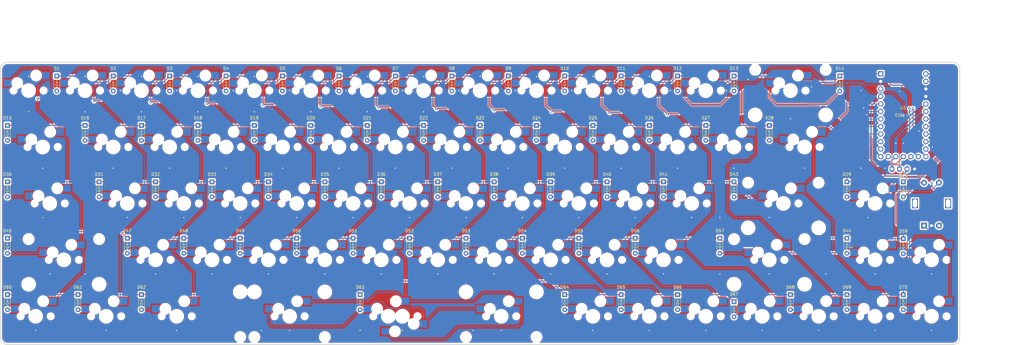
<source format=kicad_pcb>
(kicad_pcb (version 20171130) (host pcbnew "(5.1.12)-1")
  (title_block (title "GanJing 65 rev 2 hotswap") (date 2021-11-19) (rev 2) (company "Mingze Jin"))
  (layers (0 F.Cu signal hide) (31 B.Cu signal) (34 B.Paste user) (35 F.Paste user) (36 B.SilkS user) (37 F.SilkS user) (38 B.Mask user) (39 F.Mask user) (44 Edge.Cuts user))
  (net 0 "")
  (net 1 row_1)
  (net 2 "Net-(D1-Pad2)")
  (net 3 "Net-(D2-Pad2)")
  (net 4 "Net-(D3-Pad2)")
  (net 5 "Net-(D4-Pad2)")
  (net 6 "Net-(D5-Pad2)")
  (net 7 "Net-(D6-Pad2)")
  (net 8 "Net-(D7-Pad2)")
  (net 9 "Net-(D8-Pad2)")
  (net 10 "Net-(D9-Pad2)")
  (net 11 "Net-(D10-Pad2)")
  (net 12 "Net-(D11-Pad2)")
  (net 13 "Net-(D12-Pad2)")
  (net 14 "Net-(D13-Pad2)")
  (net 15 "Net-(D14-Pad2)")
  (net 16 row_2)
  (net 17 "Net-(D15-Pad2)")
  (net 18 "Net-(D16-Pad2)")
  (net 19 "Net-(D17-Pad2)")
  (net 20 "Net-(D18-Pad2)")
  (net 21 "Net-(D19-Pad2)")
  (net 22 "Net-(D20-Pad2)")
  (net 23 "Net-(D21-Pad2)")
  (net 24 "Net-(D22-Pad2)")
  (net 25 "Net-(D23-Pad2)")
  (net 26 "Net-(D24-Pad2)")
  (net 27 "Net-(D25-Pad2)")
  (net 28 "Net-(D26-Pad2)")
  (net 29 "Net-(D27-Pad2)")
  (net 30 "Net-(D28-Pad2)")
  (net 31 "Net-(D29-Pad2)")
  (net 32 row_3)
  (net 33 "Net-(D30-Pad2)")
  (net 34 "Net-(D31-Pad2)")
  (net 35 "Net-(D32-Pad2)")
  (net 36 "Net-(D33-Pad2)")
  (net 37 "Net-(D34-Pad2)")
  (net 38 "Net-(D35-Pad2)")
  (net 39 "Net-(D36-Pad2)")
  (net 40 "Net-(D37-Pad2)")
  (net 41 "Net-(D38-Pad2)")
  (net 42 "Net-(D39-Pad2)")
  (net 43 "Net-(D40-Pad2)")
  (net 44 "Net-(D41-Pad2)")
  (net 45 "Net-(D43-Pad2)")
  (net 46 "Net-(D44-Pad2)")
  (net 47 row_4)
  (net 48 "Net-(D45-Pad2)")
  (net 49 "Net-(D47-Pad2)")
  (net 50 "Net-(D48-Pad2)")
  (net 51 "Net-(D49-Pad2)")
  (net 52 "Net-(D50-Pad2)")
  (net 53 "Net-(D51-Pad2)")
  (net 54 "Net-(D52-Pad2)")
  (net 55 "Net-(D53-Pad2)")
  (net 56 "Net-(D54-Pad2)")
  (net 57 "Net-(D55-Pad2)")
  (net 58 "Net-(D56-Pad2)")
  (net 59 "Net-(D57-Pad2)")
  (net 60 "Net-(D59-Pad2)")
  (net 61 row_5)
  (net 62 "Net-(D60-Pad2)")
  (net 63 "Net-(D61-Pad2)")
  (net 64 "Net-(D62-Pad2)")
  (net 65 "Net-(D63-Pad2)")
  (net 66 "Net-(D64-Pad2)")
  (net 67 "Net-(D65-Pad2)")
  (net 68 "Net-(D66-Pad2)")
  (net 69 "Net-(D67-Pad2)")
  (net 70 "Net-(D68-Pad2)")
  (net 71 "Net-(D69-Pad2)")
  (net 72 "Net-(D70-Pad2)")
  (net 73 S2)
  (net 74 VCC)
  (net 75 SDA)
  (net 76 SCL)
  (net 77 GND)
  (net 78 col_1)
  (net 79 col_2)
  (net 80 col_3)
  (net 81 col_4)
  (net 82 col_5)
  (net 83 col_6)
  (net 84 col_7)
  (net 85 col_8)
  (net 86 col_9)
  (net 87 col_10)
  (net 88 col_11)
  (net 89 col_12)
  (net 90 col_13)
  (net 91 col_14)
  (net 92 S1)
  (net 93 rotory_1)
  (net 94 rotory_2)
  (net 95 "Net-(U1-Pad3)")
  (module GanJing_components:MX_2.25u_no_LED_hotswap_flipped_stabs (layer F.Cu) (at 219.075 180.975)
    (fp_text reference MX73)
    (fp_text value MX_2.25u_no_LED_flipped_stabs)
    (pad "" np_thru_hole circle (at -11.9 7 180) (size 3.05 3.05) (drill 3.05) (layers *.Cu *.Mask))
    (pad "" np_thru_hole circle (at 11.9 -8.24 180) (size 4 4) (drill 4) (layers *.Cu *.Mask))
    (pad "" np_thru_hole circle (at -11.9 -8.24 180) (size 4 4) (drill 4) (layers *.Cu *.Mask))
    (pad "" np_thru_hole circle (at 11.9 7 180) (size 3.05 3.05) (drill 3.05) (layers *.Cu *.Mask))
    (pad "" np_thru_hole circle (at 0 0) (size 3.9878 3.9878) (drill 3.9878) (layers *.Cu *.Mask))
    (pad "" np_thru_hole circle (at 5.08 0 48.0996) (size 1.75 1.75) (drill 1.75) (layers *.Cu *.Mask))
    (pad 2 smd rect (at -7.085 -2.54) (size 2.55 2.5) (layers B.Cu B.Paste B.Mask) (net 65 "Net-(D63-Pad2)"))
    (pad "" np_thru_hole circle (at -3.81 -2.54) (size 3 3) (drill 3) (layers *.Cu *.Mask))
    (pad "" np_thru_hole circle (at 2.54 -5.08) (size 3 3) (drill 3) (layers *.Cu *.Mask))
    (pad "" np_thru_hole circle (at -5.08 0 48.0996) (size 1.75 1.75) (drill 1.75) (layers *.Cu *.Mask))
    (pad 1 smd rect (at 5.842 -5.08) (size 2.55 2.5) (layers B.Cu B.Paste B.Mask) (net 84 col_7))
  )
  (module GanJing_components:MX_1.25u_no_LED_hotswap (layer F.Cu) (at 185.7375 180.975 180)
    (fp_text reference MX72)
    (fp_text value MX_1.25u_no_LED)
    (pad 1 smd rect (at 5.842 -5.08 180) (size 2.55 2.5) (layers B.Cu B.Paste B.Mask) (net 84 col_7))
    (pad 2 smd rect (at -7.085 -2.54 180) (size 2.55 2.5) (layers B.Cu B.Paste B.Mask) (net 65 "Net-(D63-Pad2)"))
    (pad "" np_thru_hole circle (at 2.54 -5.08 180) (size 3 3) (drill 3) (layers *.Cu *.Mask))
    (pad "" np_thru_hole circle (at 0 0 180) (size 3.9878 3.9878) (drill 3.9878) (layers *.Cu *.Mask))
    (pad "" np_thru_hole circle (at 5.08 0 228.0996) (size 1.75 1.75) (drill 1.75) (layers *.Cu *.Mask))
    (pad "" np_thru_hole circle (at -3.81 -2.54 180) (size 3 3) (drill 3) (layers *.Cu *.Mask))
    (pad "" np_thru_hole circle (at -5.08 0 228.0996) (size 1.75 1.75) (drill 1.75) (layers *.Cu *.Mask))
  )
  (module GanJing_components:MX_2.75u_no_LED_hotswap_flipped_stabs (layer F.Cu) (at 147.6375 180.975)
    (fp_text reference MX71)
    (fp_text value MX_2.75u_no_LED_flipped_stabs)
    (pad "" np_thru_hole circle (at -11.9 -8.24 180) (size 4 4) (drill 4) (layers *.Cu *.Mask))
    (pad "" np_thru_hole circle (at 11.9 7 180) (size 3.05 3.05) (drill 3.05) (layers *.Cu *.Mask))
    (pad "" np_thru_hole circle (at -11.9 7 180) (size 3.05 3.05) (drill 3.05) (layers *.Cu *.Mask))
    (pad "" np_thru_hole circle (at 11.9 -8.24 180) (size 4 4) (drill 4) (layers *.Cu *.Mask))
    (pad "" np_thru_hole circle (at 0 0) (size 3.9878 3.9878) (drill 3.9878) (layers *.Cu *.Mask))
    (pad "" np_thru_hole circle (at 5.08 0 48.0996) (size 1.75 1.75) (drill 1.75) (layers *.Cu *.Mask))
    (pad "" np_thru_hole circle (at -5.08 0 48.0996) (size 1.75 1.75) (drill 1.75) (layers *.Cu *.Mask))
    (pad "" np_thru_hole circle (at 2.54 -5.08) (size 3 3) (drill 3) (layers *.Cu *.Mask))
    (pad 1 smd rect (at 5.842 -5.08) (size 2.55 2.5) (layers B.Cu B.Paste B.Mask) (net 84 col_7))
    (pad 2 smd rect (at -7.085 -2.54) (size 2.55 2.5) (layers B.Cu B.Paste B.Mask) (net 65 "Net-(D63-Pad2)"))
    (pad "" np_thru_hole circle (at -3.81 -2.54) (size 3 3) (drill 3) (layers *.Cu *.Mask))
  )
  (module GanJing_components:MX_1u_no_LED_hotswap (layer F.Cu) (at 345.28125 142.875)
    (fp_text reference MX29)
    (fp_text value MX_1u_no_LED)
    (pad "" np_thru_hole circle (at -5.08 0 48.0996) (size 1.75 1.75) (drill 1.75) (layers *.Cu *.Mask))
    (pad "" np_thru_hole circle (at 0 0) (size 3.9878 3.9878) (drill 3.9878) (layers *.Cu *.Mask))
    (pad "" np_thru_hole circle (at 2.54 -5.08) (size 3 3) (drill 3) (layers *.Cu *.Mask))
    (pad "" np_thru_hole circle (at 5.08 0 48.0996) (size 1.75 1.75) (drill 1.75) (layers *.Cu *.Mask))
    (pad 2 smd rect (at -7.085 -2.54) (size 2.55 2.5) (layers B.Cu B.Paste B.Mask) (net 31 "Net-(D29-Pad2)"))
    (pad 1 smd rect (at 5.842 -5.08) (size 2.55 2.5) (layers B.Cu B.Paste B.Mask) (net 92 S1))
    (pad "" np_thru_hole circle (at -3.81 -2.54) (size 3 3) (drill 3) (layers *.Cu *.Mask))
  )
  (module GanJing_components:MX_1u_no_LED_hotswap (layer F.Cu) (at 364.33125 180.975)
    (fp_text reference MX70)
    (fp_text value MX_1u_no_LED)
    (pad "" np_thru_hole circle (at -5.08 0 48.0996) (size 1.75 1.75) (drill 1.75) (layers *.Cu *.Mask))
    (pad "" np_thru_hole circle (at 0 0) (size 3.9878 3.9878) (drill 3.9878) (layers *.Cu *.Mask))
    (pad "" np_thru_hole circle (at 2.54 -5.08) (size 3 3) (drill 3) (layers *.Cu *.Mask))
    (pad "" np_thru_hole circle (at 5.08 0 48.0996) (size 1.75 1.75) (drill 1.75) (layers *.Cu *.Mask))
    (pad 2 smd rect (at -7.085 -2.54) (size 2.55 2.5) (layers B.Cu B.Paste B.Mask) (net 72 "Net-(D70-Pad2)"))
    (pad 1 smd rect (at 5.842 -5.08) (size 2.55 2.5) (layers B.Cu B.Paste B.Mask) (net 92 S1))
    (pad "" np_thru_hole circle (at -3.81 -2.54) (size 3 3) (drill 3) (layers *.Cu *.Mask))
  )
  (module GanJing_components:MX_1u_no_LED_hotswap (layer F.Cu) (at 345.28125 180.975)
    (fp_text reference MX69)
    (fp_text value MX_1u_no_LED)
    (pad "" np_thru_hole circle (at -5.08 0 48.0996) (size 1.75 1.75) (drill 1.75) (layers *.Cu *.Mask))
    (pad "" np_thru_hole circle (at 0 0) (size 3.9878 3.9878) (drill 3.9878) (layers *.Cu *.Mask))
    (pad "" np_thru_hole circle (at 2.54 -5.08) (size 3 3) (drill 3) (layers *.Cu *.Mask))
    (pad "" np_thru_hole circle (at 5.08 0 48.0996) (size 1.75 1.75) (drill 1.75) (layers *.Cu *.Mask))
    (pad 2 smd rect (at -7.085 -2.54) (size 2.55 2.5) (layers B.Cu B.Paste B.Mask) (net 71 "Net-(D69-Pad2)"))
    (pad 1 smd rect (at 5.842 -5.08) (size 2.55 2.5) (layers B.Cu B.Paste B.Mask) (net 91 col_14))
    (pad "" np_thru_hole circle (at -3.81 -2.54) (size 3 3) (drill 3) (layers *.Cu *.Mask))
  )
  (module GanJing_components:MX_1u_no_LED_hotswap (layer F.Cu) (at 326.23125 180.975)
    (fp_text reference MX68)
    (fp_text value MX_1u_no_LED)
    (pad "" np_thru_hole circle (at -5.08 0 48.0996) (size 1.75 1.75) (drill 1.75) (layers *.Cu *.Mask))
    (pad "" np_thru_hole circle (at 0 0) (size 3.9878 3.9878) (drill 3.9878) (layers *.Cu *.Mask))
    (pad "" np_thru_hole circle (at 2.54 -5.08) (size 3 3) (drill 3) (layers *.Cu *.Mask))
    (pad "" np_thru_hole circle (at 5.08 0 48.0996) (size 1.75 1.75) (drill 1.75) (layers *.Cu *.Mask))
    (pad 2 smd rect (at -7.085 -2.54) (size 2.55 2.5) (layers B.Cu B.Paste B.Mask) (net 70 "Net-(D68-Pad2)"))
    (pad 1 smd rect (at 5.842 -5.08) (size 2.55 2.5) (layers B.Cu B.Paste B.Mask) (net 90 col_13))
    (pad "" np_thru_hole circle (at -3.81 -2.54) (size 3 3) (drill 3) (layers *.Cu *.Mask))
  )
  (module GanJing_components:MX_1u_no_LED_hotswap (layer F.Cu) (at 307.18125 180.975)
    (fp_text reference MX67)
    (fp_text value MX_1u_no_LED)
    (pad "" np_thru_hole circle (at -5.08 0 48.0996) (size 1.75 1.75) (drill 1.75) (layers *.Cu *.Mask))
    (pad "" np_thru_hole circle (at 0 0) (size 3.9878 3.9878) (drill 3.9878) (layers *.Cu *.Mask))
    (pad "" np_thru_hole circle (at 2.54 -5.08) (size 3 3) (drill 3) (layers *.Cu *.Mask))
    (pad "" np_thru_hole circle (at 5.08 0 48.0996) (size 1.75 1.75) (drill 1.75) (layers *.Cu *.Mask))
    (pad 2 smd rect (at -7.085 -2.54) (size 2.55 2.5) (layers B.Cu B.Paste B.Mask) (net 69 "Net-(D67-Pad2)"))
    (pad 1 smd rect (at 5.842 -5.08) (size 2.55 2.5) (layers B.Cu B.Paste B.Mask) (net 89 col_12))
    (pad "" np_thru_hole circle (at -3.81 -2.54) (size 3 3) (drill 3) (layers *.Cu *.Mask))
  )
  (module GanJing_components:MX_1u_no_LED_hotswap (layer F.Cu) (at 288.13125 180.975)
    (fp_text reference MX66)
    (fp_text value MX_1u_no_LED)
    (pad "" np_thru_hole circle (at -5.08 0 48.0996) (size 1.75 1.75) (drill 1.75) (layers *.Cu *.Mask))
    (pad "" np_thru_hole circle (at 0 0) (size 3.9878 3.9878) (drill 3.9878) (layers *.Cu *.Mask))
    (pad "" np_thru_hole circle (at 2.54 -5.08) (size 3 3) (drill 3) (layers *.Cu *.Mask))
    (pad "" np_thru_hole circle (at 5.08 0 48.0996) (size 1.75 1.75) (drill 1.75) (layers *.Cu *.Mask))
    (pad 2 smd rect (at -7.085 -2.54) (size 2.55 2.5) (layers B.Cu B.Paste B.Mask) (net 68 "Net-(D66-Pad2)"))
    (pad 1 smd rect (at 5.842 -5.08) (size 2.55 2.5) (layers B.Cu B.Paste B.Mask) (net 88 col_11))
    (pad "" np_thru_hole circle (at -3.81 -2.54) (size 3 3) (drill 3) (layers *.Cu *.Mask))
  )
  (module GanJing_components:MX_1u_no_LED_hotswap (layer F.Cu) (at 269.08125 180.975)
    (fp_text reference MX65)
    (fp_text value MX_1u_no_LED)
    (pad "" np_thru_hole circle (at -5.08 0 48.0996) (size 1.75 1.75) (drill 1.75) (layers *.Cu *.Mask))
    (pad "" np_thru_hole circle (at 0 0) (size 3.9878 3.9878) (drill 3.9878) (layers *.Cu *.Mask))
    (pad "" np_thru_hole circle (at 2.54 -5.08) (size 3 3) (drill 3) (layers *.Cu *.Mask))
    (pad "" np_thru_hole circle (at 5.08 0 48.0996) (size 1.75 1.75) (drill 1.75) (layers *.Cu *.Mask))
    (pad 2 smd rect (at -7.085 -2.54) (size 2.55 2.5) (layers B.Cu B.Paste B.Mask) (net 67 "Net-(D65-Pad2)"))
    (pad 1 smd rect (at 5.842 -5.08) (size 2.55 2.5) (layers B.Cu B.Paste B.Mask) (net 87 col_10))
    (pad "" np_thru_hole circle (at -3.81 -2.54) (size 3 3) (drill 3) (layers *.Cu *.Mask))
  )
  (module GanJing_components:MX_1u_no_LED_hotswap (layer F.Cu) (at 250.03125 180.975)
    (fp_text reference MX64)
    (fp_text value MX_1u_no_LED)
    (pad "" np_thru_hole circle (at -5.08 0 48.0996) (size 1.75 1.75) (drill 1.75) (layers *.Cu *.Mask))
    (pad "" np_thru_hole circle (at 0 0) (size 3.9878 3.9878) (drill 3.9878) (layers *.Cu *.Mask))
    (pad "" np_thru_hole circle (at 2.54 -5.08) (size 3 3) (drill 3) (layers *.Cu *.Mask))
    (pad "" np_thru_hole circle (at 5.08 0 48.0996) (size 1.75 1.75) (drill 1.75) (layers *.Cu *.Mask))
    (pad 2 smd rect (at -7.085 -2.54) (size 2.55 2.5) (layers B.Cu B.Paste B.Mask) (net 66 "Net-(D64-Pad2)"))
    (pad 1 smd rect (at 5.842 -5.08) (size 2.55 2.5) (layers B.Cu B.Paste B.Mask) (net 86 col_9))
    (pad "" np_thru_hole circle (at -3.81 -2.54) (size 3 3) (drill 3) (layers *.Cu *.Mask))
  )
  (module GanJing_components:MX_6.25u_no_LED_hotswap_flipped_stabs (layer F.Cu) (at 180.975 180.975)
    (fp_text reference MX63)
    (fp_text value MX_6.25u_no_LED_flipped_stabs)
    (pad "" np_thru_hole circle (at 49.9999 6.985) (size 3.048 3.048) (drill 3.048) (layers *.Cu *.Mask))
    (pad "" np_thru_hole circle (at -49.9999 -8.255) (size 3.9878 3.9878) (drill 3.9878) (layers *.Cu *.Mask))
    (pad "" np_thru_hole circle (at 49.9999 -8.255) (size 3.9878 3.9878) (drill 3.9878) (layers *.Cu *.Mask))
    (pad "" np_thru_hole circle (at -49.9999 6.985) (size 3.048 3.048) (drill 3.048) (layers *.Cu *.Mask))
    (pad "" np_thru_hole circle (at 0 0) (size 3.9878 3.9878) (drill 3.9878) (layers *.Cu *.Mask))
    (pad "" np_thru_hole circle (at 2.54 -5.08) (size 3 3) (drill 3) (layers *.Cu *.Mask))
    (pad "" np_thru_hole circle (at -3.81 -2.54) (size 3 3) (drill 3) (layers *.Cu *.Mask))
    (pad "" np_thru_hole circle (at -5.08 0 48.0996) (size 1.75 1.75) (drill 1.75) (layers *.Cu *.Mask))
    (pad 1 smd rect (at 5.842 -5.08) (size 2.55 2.5) (layers B.Cu B.Paste B.Mask) (net 84 col_7))
    (pad "" np_thru_hole circle (at 5.08 0 48.0996) (size 1.75 1.75) (drill 1.75) (layers *.Cu *.Mask))
    (pad 2 smd rect (at -7.085 -2.54) (size 2.55 2.5) (layers B.Cu B.Paste B.Mask) (net 65 "Net-(D63-Pad2)"))
  )
  (module GanJing_components:MX_1.25u_no_LED_hotswap (layer F.Cu) (at 109.5375 180.975)
    (fp_text reference MX62)
    (fp_text value MX_1.25u_no_LED)
    (pad 1 smd rect (at 5.842 -5.08) (size 2.55 2.5) (layers B.Cu B.Paste B.Mask) (net 80 col_3))
    (pad 2 smd rect (at -7.085 -2.54) (size 2.55 2.5) (layers B.Cu B.Paste B.Mask) (net 64 "Net-(D62-Pad2)"))
    (pad "" np_thru_hole circle (at 2.54 -5.08) (size 3 3) (drill 3) (layers *.Cu *.Mask))
    (pad "" np_thru_hole circle (at 0 0) (size 3.9878 3.9878) (drill 3.9878) (layers *.Cu *.Mask))
    (pad "" np_thru_hole circle (at 5.08 0 48.0996) (size 1.75 1.75) (drill 1.75) (layers *.Cu *.Mask))
    (pad "" np_thru_hole circle (at -3.81 -2.54) (size 3 3) (drill 3) (layers *.Cu *.Mask))
    (pad "" np_thru_hole circle (at -5.08 0 48.0996) (size 1.75 1.75) (drill 1.75) (layers *.Cu *.Mask))
  )
  (module GanJing_components:MX_1.25u_no_LED_hotswap (layer F.Cu) (at 85.725 180.975)
    (fp_text reference MX61)
    (fp_text value MX_1.25u_no_LED)
    (pad 1 smd rect (at 5.842 -5.08) (size 2.55 2.5) (layers B.Cu B.Paste B.Mask) (net 79 col_2))
    (pad 2 smd rect (at -7.085 -2.54) (size 2.55 2.5) (layers B.Cu B.Paste B.Mask) (net 63 "Net-(D61-Pad2)"))
    (pad "" np_thru_hole circle (at 2.54 -5.08) (size 3 3) (drill 3) (layers *.Cu *.Mask))
    (pad "" np_thru_hole circle (at 0 0) (size 3.9878 3.9878) (drill 3.9878) (layers *.Cu *.Mask))
    (pad "" np_thru_hole circle (at 5.08 0 48.0996) (size 1.75 1.75) (drill 1.75) (layers *.Cu *.Mask))
    (pad "" np_thru_hole circle (at -3.81 -2.54) (size 3 3) (drill 3) (layers *.Cu *.Mask))
    (pad "" np_thru_hole circle (at -5.08 0 48.0996) (size 1.75 1.75) (drill 1.75) (layers *.Cu *.Mask))
  )
  (module GanJing_components:MX_1.25u_no_LED_hotswap (layer F.Cu) (at 61.9125 180.975)
    (fp_text reference MX60)
    (fp_text value MX_1.25u_no_LED)
    (pad 1 smd rect (at 5.842 -5.08) (size 2.55 2.5) (layers B.Cu B.Paste B.Mask) (net 78 col_1))
    (pad 2 smd rect (at -7.085 -2.54) (size 2.55 2.5) (layers B.Cu B.Paste B.Mask) (net 62 "Net-(D60-Pad2)"))
    (pad "" np_thru_hole circle (at 2.54 -5.08) (size 3 3) (drill 3) (layers *.Cu *.Mask))
    (pad "" np_thru_hole circle (at 0 0) (size 3.9878 3.9878) (drill 3.9878) (layers *.Cu *.Mask))
    (pad "" np_thru_hole circle (at 5.08 0 48.0996) (size 1.75 1.75) (drill 1.75) (layers *.Cu *.Mask))
    (pad "" np_thru_hole circle (at -3.81 -2.54) (size 3 3) (drill 3) (layers *.Cu *.Mask))
    (pad "" np_thru_hole circle (at -5.08 0 48.0996) (size 1.75 1.75) (drill 1.75) (layers *.Cu *.Mask))
  )
  (module GanJing_components:MX_1u_no_LED_hotswap (layer F.Cu) (at 364.33125 161.925)
    (fp_text reference MX59)
    (fp_text value MX_1u_no_LED)
    (pad "" np_thru_hole circle (at -5.08 0 48.0996) (size 1.75 1.75) (drill 1.75) (layers *.Cu *.Mask))
    (pad "" np_thru_hole circle (at 0 0) (size 3.9878 3.9878) (drill 3.9878) (layers *.Cu *.Mask))
    (pad "" np_thru_hole circle (at 2.54 -5.08) (size 3 3) (drill 3) (layers *.Cu *.Mask))
    (pad "" np_thru_hole circle (at 5.08 0 48.0996) (size 1.75 1.75) (drill 1.75) (layers *.Cu *.Mask))
    (pad 2 smd rect (at -7.085 -2.54) (size 2.55 2.5) (layers B.Cu B.Paste B.Mask) (net 60 "Net-(D59-Pad2)"))
    (pad 1 smd rect (at 5.842 -5.08) (size 2.55 2.5) (layers B.Cu B.Paste B.Mask) (net 92 S1))
    (pad "" np_thru_hole circle (at -3.81 -2.54) (size 3 3) (drill 3) (layers *.Cu *.Mask))
  )
  (module GanJing_components:MX_2.75u_no_LED_hotswap (layer F.Cu) (at 309.5625 161.925)
    (fp_text reference MX57)
    (fp_text value MX_2.75u_no_LED)
    (pad "" np_thru_hole circle (at 2.54 -5.08) (size 3 3) (drill 3) (layers *.Cu *.Mask))
    (pad "" np_thru_hole circle (at -11.9 -7) (size 3.05 3.05) (drill 3.05) (layers *.Cu *.Mask))
    (pad "" np_thru_hole circle (at 0 0) (size 3.9878 3.9878) (drill 3.9878) (layers *.Cu *.Mask))
    (pad "" np_thru_hole circle (at 5.08 0 48.0996) (size 1.75 1.75) (drill 1.75) (layers *.Cu *.Mask))
    (pad "" np_thru_hole circle (at 11.9 8.24) (size 4 4) (drill 4) (layers *.Cu *.Mask))
    (pad "" np_thru_hole circle (at -3.81 -2.54) (size 3 3) (drill 3) (layers *.Cu *.Mask))
    (pad 1 smd rect (at 5.842 -5.08) (size 2.55 2.5) (layers B.Cu B.Paste B.Mask) (net 90 col_13))
    (pad "" np_thru_hole circle (at -11.9 8.24) (size 4 4) (drill 4) (layers *.Cu *.Mask))
    (pad 2 smd rect (at -7.085 -2.54) (size 2.55 2.5) (layers B.Cu B.Paste B.Mask) (net 59 "Net-(D57-Pad2)"))
    (pad "" np_thru_hole circle (at -5.08 0 48.0996) (size 1.75 1.75) (drill 1.75) (layers *.Cu *.Mask))
    (pad "" np_thru_hole circle (at 11.9 -7) (size 3.05 3.05) (drill 3.05) (layers *.Cu *.Mask))
  )
  (module GanJing_components:MX_1u_no_LED_hotswap (layer F.Cu) (at 273.84375 161.925)
    (fp_text reference MX56)
    (fp_text value MX_1u_no_LED)
    (pad "" np_thru_hole circle (at -5.08 0 48.0996) (size 1.75 1.75) (drill 1.75) (layers *.Cu *.Mask))
    (pad "" np_thru_hole circle (at 0 0) (size 3.9878 3.9878) (drill 3.9878) (layers *.Cu *.Mask))
    (pad "" np_thru_hole circle (at 2.54 -5.08) (size 3 3) (drill 3) (layers *.Cu *.Mask))
    (pad "" np_thru_hole circle (at 5.08 0 48.0996) (size 1.75 1.75) (drill 1.75) (layers *.Cu *.Mask))
    (pad 2 smd rect (at -7.085 -2.54) (size 2.55 2.5) (layers B.Cu B.Paste B.Mask) (net 58 "Net-(D56-Pad2)"))
    (pad 1 smd rect (at 5.842 -5.08) (size 2.55 2.5) (layers B.Cu B.Paste B.Mask) (net 89 col_12))
    (pad "" np_thru_hole circle (at -3.81 -2.54) (size 3 3) (drill 3) (layers *.Cu *.Mask))
  )
  (module GanJing_components:MX_1u_no_LED_hotswap (layer F.Cu) (at 254.79375 161.925)
    (fp_text reference MX55)
    (fp_text value MX_1u_no_LED)
    (pad "" np_thru_hole circle (at -5.08 0 48.0996) (size 1.75 1.75) (drill 1.75) (layers *.Cu *.Mask))
    (pad "" np_thru_hole circle (at 0 0) (size 3.9878 3.9878) (drill 3.9878) (layers *.Cu *.Mask))
    (pad "" np_thru_hole circle (at 2.54 -5.08) (size 3 3) (drill 3) (layers *.Cu *.Mask))
    (pad "" np_thru_hole circle (at 5.08 0 48.0996) (size 1.75 1.75) (drill 1.75) (layers *.Cu *.Mask))
    (pad 2 smd rect (at -7.085 -2.54) (size 2.55 2.5) (layers B.Cu B.Paste B.Mask) (net 57 "Net-(D55-Pad2)"))
    (pad 1 smd rect (at 5.842 -5.08) (size 2.55 2.5) (layers B.Cu B.Paste B.Mask) (net 88 col_11))
    (pad "" np_thru_hole circle (at -3.81 -2.54) (size 3 3) (drill 3) (layers *.Cu *.Mask))
  )
  (module GanJing_components:MX_1u_no_LED_hotswap (layer F.Cu) (at 235.74375 161.925)
    (fp_text reference MX54)
    (fp_text value MX_1u_no_LED)
    (pad "" np_thru_hole circle (at -5.08 0 48.0996) (size 1.75 1.75) (drill 1.75) (layers *.Cu *.Mask))
    (pad "" np_thru_hole circle (at 0 0) (size 3.9878 3.9878) (drill 3.9878) (layers *.Cu *.Mask))
    (pad "" np_thru_hole circle (at 2.54 -5.08) (size 3 3) (drill 3) (layers *.Cu *.Mask))
    (pad "" np_thru_hole circle (at 5.08 0 48.0996) (size 1.75 1.75) (drill 1.75) (layers *.Cu *.Mask))
    (pad 2 smd rect (at -7.085 -2.54) (size 2.55 2.5) (layers B.Cu B.Paste B.Mask) (net 56 "Net-(D54-Pad2)"))
    (pad 1 smd rect (at 5.842 -5.08) (size 2.55 2.5) (layers B.Cu B.Paste B.Mask) (net 87 col_10))
    (pad "" np_thru_hole circle (at -3.81 -2.54) (size 3 3) (drill 3) (layers *.Cu *.Mask))
  )
  (module GanJing_components:MX_1u_no_LED_hotswap (layer F.Cu) (at 216.69375 161.925)
    (fp_text reference MX53)
    (fp_text value MX_1u_no_LED)
    (pad "" np_thru_hole circle (at -5.08 0 48.0996) (size 1.75 1.75) (drill 1.75) (layers *.Cu *.Mask))
    (pad "" np_thru_hole circle (at 0 0) (size 3.9878 3.9878) (drill 3.9878) (layers *.Cu *.Mask))
    (pad "" np_thru_hole circle (at 2.54 -5.08) (size 3 3) (drill 3) (layers *.Cu *.Mask))
    (pad "" np_thru_hole circle (at 5.08 0 48.0996) (size 1.75 1.75) (drill 1.75) (layers *.Cu *.Mask))
    (pad 2 smd rect (at -7.085 -2.54) (size 2.55 2.5) (layers B.Cu B.Paste B.Mask) (net 55 "Net-(D53-Pad2)"))
    (pad 1 smd rect (at 5.842 -5.08) (size 2.55 2.5) (layers B.Cu B.Paste B.Mask) (net 86 col_9))
    (pad "" np_thru_hole circle (at -3.81 -2.54) (size 3 3) (drill 3) (layers *.Cu *.Mask))
  )
  (module GanJing_components:MX_1u_no_LED_hotswap (layer F.Cu) (at 197.64375 161.925)
    (fp_text reference MX52)
    (fp_text value MX_1u_no_LED)
    (pad "" np_thru_hole circle (at -5.08 0 48.0996) (size 1.75 1.75) (drill 1.75) (layers *.Cu *.Mask))
    (pad "" np_thru_hole circle (at 0 0) (size 3.9878 3.9878) (drill 3.9878) (layers *.Cu *.Mask))
    (pad "" np_thru_hole circle (at 2.54 -5.08) (size 3 3) (drill 3) (layers *.Cu *.Mask))
    (pad "" np_thru_hole circle (at 5.08 0 48.0996) (size 1.75 1.75) (drill 1.75) (layers *.Cu *.Mask))
    (pad 2 smd rect (at -7.085 -2.54) (size 2.55 2.5) (layers B.Cu B.Paste B.Mask) (net 54 "Net-(D52-Pad2)"))
    (pad 1 smd rect (at 5.842 -5.08) (size 2.55 2.5) (layers B.Cu B.Paste B.Mask) (net 85 col_8))
    (pad "" np_thru_hole circle (at -3.81 -2.54) (size 3 3) (drill 3) (layers *.Cu *.Mask))
  )
  (module GanJing_components:MX_1u_no_LED_hotswap (layer F.Cu) (at 178.59375 161.925)
    (fp_text reference MX51)
    (fp_text value MX_1u_no_LED)
    (pad "" np_thru_hole circle (at -5.08 0 48.0996) (size 1.75 1.75) (drill 1.75) (layers *.Cu *.Mask))
    (pad "" np_thru_hole circle (at 0 0) (size 3.9878 3.9878) (drill 3.9878) (layers *.Cu *.Mask))
    (pad "" np_thru_hole circle (at 2.54 -5.08) (size 3 3) (drill 3) (layers *.Cu *.Mask))
    (pad "" np_thru_hole circle (at 5.08 0 48.0996) (size 1.75 1.75) (drill 1.75) (layers *.Cu *.Mask))
    (pad 2 smd rect (at -7.085 -2.54) (size 2.55 2.5) (layers B.Cu B.Paste B.Mask) (net 53 "Net-(D51-Pad2)"))
    (pad 1 smd rect (at 5.842 -5.08) (size 2.55 2.5) (layers B.Cu B.Paste B.Mask) (net 84 col_7))
    (pad "" np_thru_hole circle (at -3.81 -2.54) (size 3 3) (drill 3) (layers *.Cu *.Mask))
  )
  (module GanJing_components:MX_1u_no_LED_hotswap (layer F.Cu) (at 159.54375 161.925)
    (fp_text reference MX50)
    (fp_text value MX_1u_no_LED)
    (pad "" np_thru_hole circle (at -5.08 0 48.0996) (size 1.75 1.75) (drill 1.75) (layers *.Cu *.Mask))
    (pad "" np_thru_hole circle (at 0 0) (size 3.9878 3.9878) (drill 3.9878) (layers *.Cu *.Mask))
    (pad "" np_thru_hole circle (at 2.54 -5.08) (size 3 3) (drill 3) (layers *.Cu *.Mask))
    (pad "" np_thru_hole circle (at 5.08 0 48.0996) (size 1.75 1.75) (drill 1.75) (layers *.Cu *.Mask))
    (pad 2 smd rect (at -7.085 -2.54) (size 2.55 2.5) (layers B.Cu B.Paste B.Mask) (net 52 "Net-(D50-Pad2)"))
    (pad 1 smd rect (at 5.842 -5.08) (size 2.55 2.5) (layers B.Cu B.Paste B.Mask) (net 83 col_6))
    (pad "" np_thru_hole circle (at -3.81 -2.54) (size 3 3) (drill 3) (layers *.Cu *.Mask))
  )
  (module GanJing_components:MX_1u_no_LED_hotswap (layer F.Cu) (at 140.49375 161.925)
    (fp_text reference MX49)
    (fp_text value MX_1u_no_LED)
    (pad "" np_thru_hole circle (at -5.08 0 48.0996) (size 1.75 1.75) (drill 1.75) (layers *.Cu *.Mask))
    (pad "" np_thru_hole circle (at 0 0) (size 3.9878 3.9878) (drill 3.9878) (layers *.Cu *.Mask))
    (pad "" np_thru_hole circle (at 2.54 -5.08) (size 3 3) (drill 3) (layers *.Cu *.Mask))
    (pad "" np_thru_hole circle (at 5.08 0 48.0996) (size 1.75 1.75) (drill 1.75) (layers *.Cu *.Mask))
    (pad 2 smd rect (at -7.085 -2.54) (size 2.55 2.5) (layers B.Cu B.Paste B.Mask) (net 51 "Net-(D49-Pad2)"))
    (pad 1 smd rect (at 5.842 -5.08) (size 2.55 2.5) (layers B.Cu B.Paste B.Mask) (net 82 col_5))
    (pad "" np_thru_hole circle (at -3.81 -2.54) (size 3 3) (drill 3) (layers *.Cu *.Mask))
  )
  (module GanJing_components:MX_1u_no_LED_hotswap (layer F.Cu) (at 121.44375 161.925)
    (fp_text reference MX48)
    (fp_text value MX_1u_no_LED)
    (pad "" np_thru_hole circle (at -5.08 0 48.0996) (size 1.75 1.75) (drill 1.75) (layers *.Cu *.Mask))
    (pad "" np_thru_hole circle (at 0 0) (size 3.9878 3.9878) (drill 3.9878) (layers *.Cu *.Mask))
    (pad "" np_thru_hole circle (at 2.54 -5.08) (size 3 3) (drill 3) (layers *.Cu *.Mask))
    (pad "" np_thru_hole circle (at 5.08 0 48.0996) (size 1.75 1.75) (drill 1.75) (layers *.Cu *.Mask))
    (pad 2 smd rect (at -7.085 -2.54) (size 2.55 2.5) (layers B.Cu B.Paste B.Mask) (net 50 "Net-(D48-Pad2)"))
    (pad 1 smd rect (at 5.842 -5.08) (size 2.55 2.5) (layers B.Cu B.Paste B.Mask) (net 81 col_4))
    (pad "" np_thru_hole circle (at -3.81 -2.54) (size 3 3) (drill 3) (layers *.Cu *.Mask))
  )
  (module GanJing_components:MX_1u_no_LED_hotswap (layer F.Cu) (at 102.39375 161.925)
    (fp_text reference MX47)
    (fp_text value MX_1u_no_LED)
    (pad "" np_thru_hole circle (at -5.08 0 48.0996) (size 1.75 1.75) (drill 1.75) (layers *.Cu *.Mask))
    (pad "" np_thru_hole circle (at 0 0) (size 3.9878 3.9878) (drill 3.9878) (layers *.Cu *.Mask))
    (pad "" np_thru_hole circle (at 2.54 -5.08) (size 3 3) (drill 3) (layers *.Cu *.Mask))
    (pad "" np_thru_hole circle (at 5.08 0 48.0996) (size 1.75 1.75) (drill 1.75) (layers *.Cu *.Mask))
    (pad 2 smd rect (at -7.085 -2.54) (size 2.55 2.5) (layers B.Cu B.Paste B.Mask) (net 49 "Net-(D47-Pad2)"))
    (pad 1 smd rect (at 5.842 -5.08) (size 2.55 2.5) (layers B.Cu B.Paste B.Mask) (net 80 col_3))
    (pad "" np_thru_hole circle (at -3.81 -2.54) (size 3 3) (drill 3) (layers *.Cu *.Mask))
  )
  (module GanJing_components:MX_2.25u_no_LED_hotswap (layer F.Cu) (at 71.4375 161.925)
    (fp_text reference MX45)
    (fp_text value MX_2.25u_no_LED)
    (pad "" np_thru_hole circle (at -11.9 8.24) (size 4 4) (drill 4) (layers *.Cu *.Mask))
    (pad "" np_thru_hole circle (at 11.9 8.24) (size 4 4) (drill 4) (layers *.Cu *.Mask))
    (pad "" np_thru_hole circle (at 11.9 -7) (size 3.05 3.05) (drill 3.05) (layers *.Cu *.Mask))
    (pad "" np_thru_hole circle (at -11.9 -7) (size 3.05 3.05) (drill 3.05) (layers *.Cu *.Mask))
    (pad "" np_thru_hole circle (at -3.81 -2.54) (size 3 3) (drill 3) (layers *.Cu *.Mask))
    (pad 2 smd rect (at -7.085 -2.54) (size 2.55 2.5) (layers B.Cu B.Paste B.Mask) (net 48 "Net-(D45-Pad2)"))
    (pad "" np_thru_hole circle (at 0 0) (size 3.9878 3.9878) (drill 3.9878) (layers *.Cu *.Mask))
    (pad "" np_thru_hole circle (at 2.54 -5.08) (size 3 3) (drill 3) (layers *.Cu *.Mask))
    (pad "" np_thru_hole circle (at 5.08 0 48.0996) (size 1.75 1.75) (drill 1.75) (layers *.Cu *.Mask))
    (pad 1 smd rect (at 5.842 -5.08) (size 2.55 2.5) (layers B.Cu B.Paste B.Mask) (net 78 col_1))
    (pad "" np_thru_hole circle (at -5.08 0 48.0996) (size 1.75 1.75) (drill 1.75) (layers *.Cu *.Mask))
  )
  (module GanJing_components:MX_1u_no_LED_hotswap (layer F.Cu) (at 345.28125 161.925)
    (fp_text reference MX44)
    (fp_text value MX_1u_no_LED)
    (pad "" np_thru_hole circle (at -5.08 0 48.0996) (size 1.75 1.75) (drill 1.75) (layers *.Cu *.Mask))
    (pad "" np_thru_hole circle (at 0 0) (size 3.9878 3.9878) (drill 3.9878) (layers *.Cu *.Mask))
    (pad "" np_thru_hole circle (at 2.54 -5.08) (size 3 3) (drill 3) (layers *.Cu *.Mask))
    (pad "" np_thru_hole circle (at 5.08 0 48.0996) (size 1.75 1.75) (drill 1.75) (layers *.Cu *.Mask))
    (pad 2 smd rect (at -7.085 -2.54) (size 2.55 2.5) (layers B.Cu B.Paste B.Mask) (net 46 "Net-(D44-Pad2)"))
    (pad 1 smd rect (at 5.842 -5.08) (size 2.55 2.5) (layers B.Cu B.Paste B.Mask) (net 92 S1))
    (pad "" np_thru_hole circle (at -3.81 -2.54) (size 3 3) (drill 3) (layers *.Cu *.Mask))
  )
  (module GanJing_components:MX_2.25u_no_LED_hotswap (layer F.Cu) (at 314.325 142.875)
    (fp_text reference MX43)
    (fp_text value MX_2.25u_no_LED)
    (pad "" np_thru_hole circle (at -11.9 8.24) (size 4 4) (drill 4) (layers *.Cu *.Mask))
    (pad "" np_thru_hole circle (at 11.9 8.24) (size 4 4) (drill 4) (layers *.Cu *.Mask))
    (pad "" np_thru_hole circle (at 11.9 -7) (size 3.05 3.05) (drill 3.05) (layers *.Cu *.Mask))
    (pad "" np_thru_hole circle (at -11.9 -7) (size 3.05 3.05) (drill 3.05) (layers *.Cu *.Mask))
    (pad "" np_thru_hole circle (at -3.81 -2.54) (size 3 3) (drill 3) (layers *.Cu *.Mask))
    (pad 2 smd rect (at -7.085 -2.54) (size 2.55 2.5) (layers B.Cu B.Paste B.Mask) (net 45 "Net-(D43-Pad2)"))
    (pad "" np_thru_hole circle (at 0 0) (size 3.9878 3.9878) (drill 3.9878) (layers *.Cu *.Mask))
    (pad "" np_thru_hole circle (at 2.54 -5.08) (size 3 3) (drill 3) (layers *.Cu *.Mask))
    (pad "" np_thru_hole circle (at 5.08 0 48.0996) (size 1.75 1.75) (drill 1.75) (layers *.Cu *.Mask))
    (pad 1 smd rect (at 5.842 -5.08) (size 2.55 2.5) (layers B.Cu B.Paste B.Mask) (net 91 col_14))
    (pad "" np_thru_hole circle (at -5.08 0 48.0996) (size 1.75 1.75) (drill 1.75) (layers *.Cu *.Mask))
  )
  (module GanJing_components:MX_1u_no_LED_hotswap (layer F.Cu) (at 283.36875 142.875)
    (fp_text reference MX41)
    (fp_text value MX_1u_no_LED)
    (pad "" np_thru_hole circle (at -5.08 0 48.0996) (size 1.75 1.75) (drill 1.75) (layers *.Cu *.Mask))
    (pad "" np_thru_hole circle (at 0 0) (size 3.9878 3.9878) (drill 3.9878) (layers *.Cu *.Mask))
    (pad "" np_thru_hole circle (at 2.54 -5.08) (size 3 3) (drill 3) (layers *.Cu *.Mask))
    (pad "" np_thru_hole circle (at 5.08 0 48.0996) (size 1.75 1.75) (drill 1.75) (layers *.Cu *.Mask))
    (pad 2 smd rect (at -7.085 -2.54) (size 2.55 2.5) (layers B.Cu B.Paste B.Mask) (net 44 "Net-(D41-Pad2)"))
    (pad 1 smd rect (at 5.842 -5.08) (size 2.55 2.5) (layers B.Cu B.Paste B.Mask) (net 89 col_12))
    (pad "" np_thru_hole circle (at -3.81 -2.54) (size 3 3) (drill 3) (layers *.Cu *.Mask))
  )
  (module GanJing_components:MX_1u_no_LED_hotswap (layer F.Cu) (at 264.31875 142.875)
    (fp_text reference MX40)
    (fp_text value MX_1u_no_LED)
    (pad "" np_thru_hole circle (at -5.08 0 48.0996) (size 1.75 1.75) (drill 1.75) (layers *.Cu *.Mask))
    (pad "" np_thru_hole circle (at 0 0) (size 3.9878 3.9878) (drill 3.9878) (layers *.Cu *.Mask))
    (pad "" np_thru_hole circle (at 2.54 -5.08) (size 3 3) (drill 3) (layers *.Cu *.Mask))
    (pad "" np_thru_hole circle (at 5.08 0 48.0996) (size 1.75 1.75) (drill 1.75) (layers *.Cu *.Mask))
    (pad 2 smd rect (at -7.085 -2.54) (size 2.55 2.5) (layers B.Cu B.Paste B.Mask) (net 43 "Net-(D40-Pad2)"))
    (pad 1 smd rect (at 5.842 -5.08) (size 2.55 2.5) (layers B.Cu B.Paste B.Mask) (net 88 col_11))
    (pad "" np_thru_hole circle (at -3.81 -2.54) (size 3 3) (drill 3) (layers *.Cu *.Mask))
  )
  (module GanJing_components:MX_1u_no_LED_hotswap (layer F.Cu) (at 245.26875 142.875)
    (fp_text reference MX39)
    (fp_text value MX_1u_no_LED)
    (pad "" np_thru_hole circle (at -5.08 0 48.0996) (size 1.75 1.75) (drill 1.75) (layers *.Cu *.Mask))
    (pad "" np_thru_hole circle (at 0 0) (size 3.9878 3.9878) (drill 3.9878) (layers *.Cu *.Mask))
    (pad "" np_thru_hole circle (at 2.54 -5.08) (size 3 3) (drill 3) (layers *.Cu *.Mask))
    (pad "" np_thru_hole circle (at 5.08 0 48.0996) (size 1.75 1.75) (drill 1.75) (layers *.Cu *.Mask))
    (pad 2 smd rect (at -7.085 -2.54) (size 2.55 2.5) (layers B.Cu B.Paste B.Mask) (net 42 "Net-(D39-Pad2)"))
    (pad 1 smd rect (at 5.842 -5.08) (size 2.55 2.5) (layers B.Cu B.Paste B.Mask) (net 87 col_10))
    (pad "" np_thru_hole circle (at -3.81 -2.54) (size 3 3) (drill 3) (layers *.Cu *.Mask))
  )
  (module GanJing_components:MX_1u_no_LED_hotswap (layer F.Cu) (at 226.21875 142.875)
    (fp_text reference MX38)
    (fp_text value MX_1u_no_LED)
    (pad "" np_thru_hole circle (at -5.08 0 48.0996) (size 1.75 1.75) (drill 1.75) (layers *.Cu *.Mask))
    (pad "" np_thru_hole circle (at 0 0) (size 3.9878 3.9878) (drill 3.9878) (layers *.Cu *.Mask))
    (pad "" np_thru_hole circle (at 2.54 -5.08) (size 3 3) (drill 3) (layers *.Cu *.Mask))
    (pad "" np_thru_hole circle (at 5.08 0 48.0996) (size 1.75 1.75) (drill 1.75) (layers *.Cu *.Mask))
    (pad 2 smd rect (at -7.085 -2.54) (size 2.55 2.5) (layers B.Cu B.Paste B.Mask) (net 41 "Net-(D38-Pad2)"))
    (pad 1 smd rect (at 5.842 -5.08) (size 2.55 2.5) (layers B.Cu B.Paste B.Mask) (net 86 col_9))
    (pad "" np_thru_hole circle (at -3.81 -2.54) (size 3 3) (drill 3) (layers *.Cu *.Mask))
  )
  (module GanJing_components:MX_1u_no_LED_hotswap (layer F.Cu) (at 207.16875 142.875)
    (fp_text reference MX37)
    (fp_text value MX_1u_no_LED)
    (pad "" np_thru_hole circle (at -5.08 0 48.0996) (size 1.75 1.75) (drill 1.75) (layers *.Cu *.Mask))
    (pad "" np_thru_hole circle (at 0 0) (size 3.9878 3.9878) (drill 3.9878) (layers *.Cu *.Mask))
    (pad "" np_thru_hole circle (at 2.54 -5.08) (size 3 3) (drill 3) (layers *.Cu *.Mask))
    (pad "" np_thru_hole circle (at 5.08 0 48.0996) (size 1.75 1.75) (drill 1.75) (layers *.Cu *.Mask))
    (pad 2 smd rect (at -7.085 -2.54) (size 2.55 2.5) (layers B.Cu B.Paste B.Mask) (net 40 "Net-(D37-Pad2)"))
    (pad 1 smd rect (at 5.842 -5.08) (size 2.55 2.5) (layers B.Cu B.Paste B.Mask) (net 85 col_8))
    (pad "" np_thru_hole circle (at -3.81 -2.54) (size 3 3) (drill 3) (layers *.Cu *.Mask))
  )
  (module GanJing_components:MX_1u_no_LED_hotswap (layer F.Cu) (at 188.11875 142.875)
    (fp_text reference MX36)
    (fp_text value MX_1u_no_LED)
    (pad "" np_thru_hole circle (at -5.08 0 48.0996) (size 1.75 1.75) (drill 1.75) (layers *.Cu *.Mask))
    (pad "" np_thru_hole circle (at 0 0) (size 3.9878 3.9878) (drill 3.9878) (layers *.Cu *.Mask))
    (pad "" np_thru_hole circle (at 2.54 -5.08) (size 3 3) (drill 3) (layers *.Cu *.Mask))
    (pad "" np_thru_hole circle (at 5.08 0 48.0996) (size 1.75 1.75) (drill 1.75) (layers *.Cu *.Mask))
    (pad 2 smd rect (at -7.085 -2.54) (size 2.55 2.5) (layers B.Cu B.Paste B.Mask) (net 39 "Net-(D36-Pad2)"))
    (pad 1 smd rect (at 5.842 -5.08) (size 2.55 2.5) (layers B.Cu B.Paste B.Mask) (net 84 col_7))
    (pad "" np_thru_hole circle (at -3.81 -2.54) (size 3 3) (drill 3) (layers *.Cu *.Mask))
  )
  (module GanJing_components:MX_1u_no_LED_hotswap (layer F.Cu) (at 169.06875 142.875)
    (fp_text reference MX35)
    (fp_text value MX_1u_no_LED)
    (pad "" np_thru_hole circle (at -5.08 0 48.0996) (size 1.75 1.75) (drill 1.75) (layers *.Cu *.Mask))
    (pad "" np_thru_hole circle (at 0 0) (size 3.9878 3.9878) (drill 3.9878) (layers *.Cu *.Mask))
    (pad "" np_thru_hole circle (at 2.54 -5.08) (size 3 3) (drill 3) (layers *.Cu *.Mask))
    (pad "" np_thru_hole circle (at 5.08 0 48.0996) (size 1.75 1.75) (drill 1.75) (layers *.Cu *.Mask))
    (pad 2 smd rect (at -7.085 -2.54) (size 2.55 2.5) (layers B.Cu B.Paste B.Mask) (net 38 "Net-(D35-Pad2)"))
    (pad 1 smd rect (at 5.842 -5.08) (size 2.55 2.5) (layers B.Cu B.Paste B.Mask) (net 83 col_6))
    (pad "" np_thru_hole circle (at -3.81 -2.54) (size 3 3) (drill 3) (layers *.Cu *.Mask))
  )
  (module GanJing_components:MX_1u_no_LED_hotswap (layer F.Cu) (at 150.01875 142.875)
    (fp_text reference MX34)
    (fp_text value MX_1u_no_LED)
    (pad "" np_thru_hole circle (at -5.08 0 48.0996) (size 1.75 1.75) (drill 1.75) (layers *.Cu *.Mask))
    (pad "" np_thru_hole circle (at 0 0) (size 3.9878 3.9878) (drill 3.9878) (layers *.Cu *.Mask))
    (pad "" np_thru_hole circle (at 2.54 -5.08) (size 3 3) (drill 3) (layers *.Cu *.Mask))
    (pad "" np_thru_hole circle (at 5.08 0 48.0996) (size 1.75 1.75) (drill 1.75) (layers *.Cu *.Mask))
    (pad 2 smd rect (at -7.085 -2.54) (size 2.55 2.5) (layers B.Cu B.Paste B.Mask) (net 37 "Net-(D34-Pad2)"))
    (pad 1 smd rect (at 5.842 -5.08) (size 2.55 2.5) (layers B.Cu B.Paste B.Mask) (net 82 col_5))
    (pad "" np_thru_hole circle (at -3.81 -2.54) (size 3 3) (drill 3) (layers *.Cu *.Mask))
  )
  (module GanJing_components:MX_1u_no_LED_hotswap (layer F.Cu) (at 130.96875 142.875)
    (fp_text reference MX33)
    (fp_text value MX_1u_no_LED)
    (pad "" np_thru_hole circle (at -5.08 0 48.0996) (size 1.75 1.75) (drill 1.75) (layers *.Cu *.Mask))
    (pad "" np_thru_hole circle (at 0 0) (size 3.9878 3.9878) (drill 3.9878) (layers *.Cu *.Mask))
    (pad "" np_thru_hole circle (at 2.54 -5.08) (size 3 3) (drill 3) (layers *.Cu *.Mask))
    (pad "" np_thru_hole circle (at 5.08 0 48.0996) (size 1.75 1.75) (drill 1.75) (layers *.Cu *.Mask))
    (pad 2 smd rect (at -7.085 -2.54) (size 2.55 2.5) (layers B.Cu B.Paste B.Mask) (net 36 "Net-(D33-Pad2)"))
    (pad 1 smd rect (at 5.842 -5.08) (size 2.55 2.5) (layers B.Cu B.Paste B.Mask) (net 81 col_4))
    (pad "" np_thru_hole circle (at -3.81 -2.54) (size 3 3) (drill 3) (layers *.Cu *.Mask))
  )
  (module GanJing_components:MX_1u_no_LED_hotswap (layer F.Cu) (at 111.91875 142.875)
    (fp_text reference MX32)
    (fp_text value MX_1u_no_LED)
    (pad "" np_thru_hole circle (at -5.08 0 48.0996) (size 1.75 1.75) (drill 1.75) (layers *.Cu *.Mask))
    (pad "" np_thru_hole circle (at 0 0) (size 3.9878 3.9878) (drill 3.9878) (layers *.Cu *.Mask))
    (pad "" np_thru_hole circle (at 2.54 -5.08) (size 3 3) (drill 3) (layers *.Cu *.Mask))
    (pad "" np_thru_hole circle (at 5.08 0 48.0996) (size 1.75 1.75) (drill 1.75) (layers *.Cu *.Mask))
    (pad 2 smd rect (at -7.085 -2.54) (size 2.55 2.5) (layers B.Cu B.Paste B.Mask) (net 35 "Net-(D32-Pad2)"))
    (pad 1 smd rect (at 5.842 -5.08) (size 2.55 2.5) (layers B.Cu B.Paste B.Mask) (net 80 col_3))
    (pad "" np_thru_hole circle (at -3.81 -2.54) (size 3 3) (drill 3) (layers *.Cu *.Mask))
  )
  (module GanJing_components:MX_1u_no_LED_hotswap (layer F.Cu) (at 92.86875 142.875)
    (fp_text reference MX31)
    (fp_text value MX_1u_no_LED)
    (pad "" np_thru_hole circle (at -5.08 0 48.0996) (size 1.75 1.75) (drill 1.75) (layers *.Cu *.Mask))
    (pad "" np_thru_hole circle (at 0 0) (size 3.9878 3.9878) (drill 3.9878) (layers *.Cu *.Mask))
    (pad "" np_thru_hole circle (at 2.54 -5.08) (size 3 3) (drill 3) (layers *.Cu *.Mask))
    (pad "" np_thru_hole circle (at 5.08 0 48.0996) (size 1.75 1.75) (drill 1.75) (layers *.Cu *.Mask))
    (pad 2 smd rect (at -7.085 -2.54) (size 2.55 2.5) (layers B.Cu B.Paste B.Mask) (net 34 "Net-(D31-Pad2)"))
    (pad 1 smd rect (at 5.842 -5.08) (size 2.55 2.5) (layers B.Cu B.Paste B.Mask) (net 79 col_2))
    (pad "" np_thru_hole circle (at -3.81 -2.54) (size 3 3) (drill 3) (layers *.Cu *.Mask))
  )
  (module GanJing_components:MX_1.75u_no_LED_hotswap (layer F.Cu) (at 66.675 142.875)
    (fp_text reference MX30)
    (fp_text value MX_1.75u_no_LED)
    (pad "" np_thru_hole circle (at 0 0) (size 3.9878 3.9878) (drill 3.9878) (layers *.Cu *.Mask))
    (pad "" np_thru_hole circle (at 5.08 0 48.0996) (size 1.75 1.75) (drill 1.75) (layers *.Cu *.Mask))
    (pad 2 smd rect (at -7.085 -2.54) (size 2.55 2.5) (layers B.Cu B.Paste B.Mask) (net 33 "Net-(D30-Pad2)"))
    (pad "" np_thru_hole circle (at -5.08 0 48.0996) (size 1.75 1.75) (drill 1.75) (layers *.Cu *.Mask))
    (pad "" np_thru_hole circle (at 2.54 -5.08) (size 3 3) (drill 3) (layers *.Cu *.Mask))
    (pad "" np_thru_hole circle (at -3.81 -2.54) (size 3 3) (drill 3) (layers *.Cu *.Mask))
    (pad 1 smd rect (at 5.842 -5.08) (size 2.55 2.5) (layers B.Cu B.Paste B.Mask) (net 78 col_1))
  )
  (module GanJing_components:MX_1.5u_no_LED_hotswap (layer F.Cu) (at 321.46875 123.825)
    (fp_text reference MX28)
    (fp_text value MX_1.5u_no_LED)
    (pad "" np_thru_hole circle (at 0 0) (size 3.9878 3.9878) (drill 3.9878) (layers *.Cu *.Mask))
    (pad "" np_thru_hole circle (at 5.08 0 48.0996) (size 1.75 1.75) (drill 1.75) (layers *.Cu *.Mask))
    (pad 2 smd rect (at -7.085 -2.54) (size 2.55 2.5) (layers B.Cu B.Paste B.Mask) (net 30 "Net-(D28-Pad2)"))
    (pad "" np_thru_hole circle (at -5.08 0 48.0996) (size 1.75 1.75) (drill 1.75) (layers *.Cu *.Mask))
    (pad "" np_thru_hole circle (at 2.54 -5.08) (size 3 3) (drill 3) (layers *.Cu *.Mask))
    (pad "" np_thru_hole circle (at -3.81 -2.54) (size 3 3) (drill 3) (layers *.Cu *.Mask))
    (pad 1 smd rect (at 5.842 -5.08) (size 2.55 2.5) (layers B.Cu B.Paste B.Mask) (net 91 col_14))
  )
  (module GanJing_components:MX_1u_no_LED_hotswap (layer F.Cu) (at 297.65625 123.825)
    (fp_text reference MX27)
    (fp_text value MX_1u_no_LED)
    (pad "" np_thru_hole circle (at -5.08 0 48.0996) (size 1.75 1.75) (drill 1.75) (layers *.Cu *.Mask))
    (pad "" np_thru_hole circle (at 0 0) (size 3.9878 3.9878) (drill 3.9878) (layers *.Cu *.Mask))
    (pad "" np_thru_hole circle (at 2.54 -5.08) (size 3 3) (drill 3) (layers *.Cu *.Mask))
    (pad "" np_thru_hole circle (at 5.08 0 48.0996) (size 1.75 1.75) (drill 1.75) (layers *.Cu *.Mask))
    (pad 2 smd rect (at -7.085 -2.54) (size 2.55 2.5) (layers B.Cu B.Paste B.Mask) (net 29 "Net-(D27-Pad2)"))
    (pad 1 smd rect (at 5.842 -5.08) (size 2.55 2.5) (layers B.Cu B.Paste B.Mask) (net 90 col_13))
    (pad "" np_thru_hole circle (at -3.81 -2.54) (size 3 3) (drill 3) (layers *.Cu *.Mask))
  )
  (module GanJing_components:MX_1u_no_LED_hotswap (layer F.Cu) (at 278.60625 123.825)
    (fp_text reference MX26)
    (fp_text value MX_1u_no_LED)
    (pad "" np_thru_hole circle (at -5.08 0 48.0996) (size 1.75 1.75) (drill 1.75) (layers *.Cu *.Mask))
    (pad "" np_thru_hole circle (at 0 0) (size 3.9878 3.9878) (drill 3.9878) (layers *.Cu *.Mask))
    (pad "" np_thru_hole circle (at 2.54 -5.08) (size 3 3) (drill 3) (layers *.Cu *.Mask))
    (pad "" np_thru_hole circle (at 5.08 0 48.0996) (size 1.75 1.75) (drill 1.75) (layers *.Cu *.Mask))
    (pad 2 smd rect (at -7.085 -2.54) (size 2.55 2.5) (layers B.Cu B.Paste B.Mask) (net 28 "Net-(D26-Pad2)"))
    (pad 1 smd rect (at 5.842 -5.08) (size 2.55 2.5) (layers B.Cu B.Paste B.Mask) (net 89 col_12))
    (pad "" np_thru_hole circle (at -3.81 -2.54) (size 3 3) (drill 3) (layers *.Cu *.Mask))
  )
  (module GanJing_components:MX_1u_no_LED_hotswap (layer F.Cu) (at 259.55625 123.825)
    (fp_text reference MX25)
    (fp_text value MX_1u_no_LED)
    (pad "" np_thru_hole circle (at -5.08 0 48.0996) (size 1.75 1.75) (drill 1.75) (layers *.Cu *.Mask))
    (pad "" np_thru_hole circle (at 0 0) (size 3.9878 3.9878) (drill 3.9878) (layers *.Cu *.Mask))
    (pad "" np_thru_hole circle (at 2.54 -5.08) (size 3 3) (drill 3) (layers *.Cu *.Mask))
    (pad "" np_thru_hole circle (at 5.08 0 48.0996) (size 1.75 1.75) (drill 1.75) (layers *.Cu *.Mask))
    (pad 2 smd rect (at -7.085 -2.54) (size 2.55 2.5) (layers B.Cu B.Paste B.Mask) (net 27 "Net-(D25-Pad2)"))
    (pad 1 smd rect (at 5.842 -5.08) (size 2.55 2.5) (layers B.Cu B.Paste B.Mask) (net 88 col_11))
    (pad "" np_thru_hole circle (at -3.81 -2.54) (size 3 3) (drill 3) (layers *.Cu *.Mask))
  )
  (module GanJing_components:MX_1u_no_LED_hotswap (layer F.Cu) (at 240.50625 123.825)
    (fp_text reference MX24)
    (fp_text value MX_1u_no_LED)
    (pad "" np_thru_hole circle (at -5.08 0 48.0996) (size 1.75 1.75) (drill 1.75) (layers *.Cu *.Mask))
    (pad "" np_thru_hole circle (at 0 0) (size 3.9878 3.9878) (drill 3.9878) (layers *.Cu *.Mask))
    (pad "" np_thru_hole circle (at 2.54 -5.08) (size 3 3) (drill 3) (layers *.Cu *.Mask))
    (pad "" np_thru_hole circle (at 5.08 0 48.0996) (size 1.75 1.75) (drill 1.75) (layers *.Cu *.Mask))
    (pad 2 smd rect (at -7.085 -2.54) (size 2.55 2.5) (layers B.Cu B.Paste B.Mask) (net 26 "Net-(D24-Pad2)"))
    (pad 1 smd rect (at 5.842 -5.08) (size 2.55 2.5) (layers B.Cu B.Paste B.Mask) (net 87 col_10))
    (pad "" np_thru_hole circle (at -3.81 -2.54) (size 3 3) (drill 3) (layers *.Cu *.Mask))
  )
  (module GanJing_components:MX_1u_no_LED_hotswap (layer F.Cu) (at 221.45625 123.825)
    (fp_text reference MX23)
    (fp_text value MX_1u_no_LED)
    (pad "" np_thru_hole circle (at -5.08 0 48.0996) (size 1.75 1.75) (drill 1.75) (layers *.Cu *.Mask))
    (pad "" np_thru_hole circle (at 0 0) (size 3.9878 3.9878) (drill 3.9878) (layers *.Cu *.Mask))
    (pad "" np_thru_hole circle (at 2.54 -5.08) (size 3 3) (drill 3) (layers *.Cu *.Mask))
    (pad "" np_thru_hole circle (at 5.08 0 48.0996) (size 1.75 1.75) (drill 1.75) (layers *.Cu *.Mask))
    (pad 2 smd rect (at -7.085 -2.54) (size 2.55 2.5) (layers B.Cu B.Paste B.Mask) (net 25 "Net-(D23-Pad2)"))
    (pad 1 smd rect (at 5.842 -5.08) (size 2.55 2.5) (layers B.Cu B.Paste B.Mask) (net 86 col_9))
    (pad "" np_thru_hole circle (at -3.81 -2.54) (size 3 3) (drill 3) (layers *.Cu *.Mask))
  )
  (module GanJing_components:MX_1u_no_LED_hotswap (layer F.Cu) (at 202.40625 123.825)
    (fp_text reference MX22)
    (fp_text value MX_1u_no_LED)
    (pad "" np_thru_hole circle (at -5.08 0 48.0996) (size 1.75 1.75) (drill 1.75) (layers *.Cu *.Mask))
    (pad "" np_thru_hole circle (at 0 0) (size 3.9878 3.9878) (drill 3.9878) (layers *.Cu *.Mask))
    (pad "" np_thru_hole circle (at 2.54 -5.08) (size 3 3) (drill 3) (layers *.Cu *.Mask))
    (pad "" np_thru_hole circle (at 5.08 0 48.0996) (size 1.75 1.75) (drill 1.75) (layers *.Cu *.Mask))
    (pad 2 smd rect (at -7.085 -2.54) (size 2.55 2.5) (layers B.Cu B.Paste B.Mask) (net 24 "Net-(D22-Pad2)"))
    (pad 1 smd rect (at 5.842 -5.08) (size 2.55 2.5) (layers B.Cu B.Paste B.Mask) (net 85 col_8))
    (pad "" np_thru_hole circle (at -3.81 -2.54) (size 3 3) (drill 3) (layers *.Cu *.Mask))
  )
  (module GanJing_components:MX_1u_no_LED_hotswap (layer F.Cu) (at 183.35625 123.825)
    (fp_text reference MX21)
    (fp_text value MX_1u_no_LED)
    (pad "" np_thru_hole circle (at -5.08 0 48.0996) (size 1.75 1.75) (drill 1.75) (layers *.Cu *.Mask))
    (pad "" np_thru_hole circle (at 0 0) (size 3.9878 3.9878) (drill 3.9878) (layers *.Cu *.Mask))
    (pad "" np_thru_hole circle (at 2.54 -5.08) (size 3 3) (drill 3) (layers *.Cu *.Mask))
    (pad "" np_thru_hole circle (at 5.08 0 48.0996) (size 1.75 1.75) (drill 1.75) (layers *.Cu *.Mask))
    (pad 2 smd rect (at -7.085 -2.54) (size 2.55 2.5) (layers B.Cu B.Paste B.Mask) (net 23 "Net-(D21-Pad2)"))
    (pad 1 smd rect (at 5.842 -5.08) (size 2.55 2.5) (layers B.Cu B.Paste B.Mask) (net 84 col_7))
    (pad "" np_thru_hole circle (at -3.81 -2.54) (size 3 3) (drill 3) (layers *.Cu *.Mask))
  )
  (module GanJing_components:MX_1u_no_LED_hotswap (layer F.Cu) (at 164.30625 123.825)
    (fp_text reference MX20)
    (fp_text value MX_1u_no_LED)
    (pad "" np_thru_hole circle (at -5.08 0 48.0996) (size 1.75 1.75) (drill 1.75) (layers *.Cu *.Mask))
    (pad "" np_thru_hole circle (at 0 0) (size 3.9878 3.9878) (drill 3.9878) (layers *.Cu *.Mask))
    (pad "" np_thru_hole circle (at 2.54 -5.08) (size 3 3) (drill 3) (layers *.Cu *.Mask))
    (pad "" np_thru_hole circle (at 5.08 0 48.0996) (size 1.75 1.75) (drill 1.75) (layers *.Cu *.Mask))
    (pad 2 smd rect (at -7.085 -2.54) (size 2.55 2.5) (layers B.Cu B.Paste B.Mask) (net 22 "Net-(D20-Pad2)"))
    (pad 1 smd rect (at 5.842 -5.08) (size 2.55 2.5) (layers B.Cu B.Paste B.Mask) (net 83 col_6))
    (pad "" np_thru_hole circle (at -3.81 -2.54) (size 3 3) (drill 3) (layers *.Cu *.Mask))
  )
  (module GanJing_components:MX_1u_no_LED_hotswap (layer F.Cu) (at 145.25625 123.825)
    (fp_text reference MX19)
    (fp_text value MX_1u_no_LED)
    (pad "" np_thru_hole circle (at -5.08 0 48.0996) (size 1.75 1.75) (drill 1.75) (layers *.Cu *.Mask))
    (pad "" np_thru_hole circle (at 0 0) (size 3.9878 3.9878) (drill 3.9878) (layers *.Cu *.Mask))
    (pad "" np_thru_hole circle (at 2.54 -5.08) (size 3 3) (drill 3) (layers *.Cu *.Mask))
    (pad "" np_thru_hole circle (at 5.08 0 48.0996) (size 1.75 1.75) (drill 1.75) (layers *.Cu *.Mask))
    (pad 2 smd rect (at -7.085 -2.54) (size 2.55 2.5) (layers B.Cu B.Paste B.Mask) (net 21 "Net-(D19-Pad2)"))
    (pad 1 smd rect (at 5.842 -5.08) (size 2.55 2.5) (layers B.Cu B.Paste B.Mask) (net 82 col_5))
    (pad "" np_thru_hole circle (at -3.81 -2.54) (size 3 3) (drill 3) (layers *.Cu *.Mask))
  )
  (module GanJing_components:MX_1u_no_LED_hotswap (layer F.Cu) (at 126.20625 123.825)
    (fp_text reference MX18)
    (fp_text value MX_1u_no_LED)
    (pad "" np_thru_hole circle (at -5.08 0 48.0996) (size 1.75 1.75) (drill 1.75) (layers *.Cu *.Mask))
    (pad "" np_thru_hole circle (at 0 0) (size 3.9878 3.9878) (drill 3.9878) (layers *.Cu *.Mask))
    (pad "" np_thru_hole circle (at 2.54 -5.08) (size 3 3) (drill 3) (layers *.Cu *.Mask))
    (pad "" np_thru_hole circle (at 5.08 0 48.0996) (size 1.75 1.75) (drill 1.75) (layers *.Cu *.Mask))
    (pad 2 smd rect (at -7.085 -2.54) (size 2.55 2.5) (layers B.Cu B.Paste B.Mask) (net 20 "Net-(D18-Pad2)"))
    (pad 1 smd rect (at 5.842 -5.08) (size 2.55 2.5) (layers B.Cu B.Paste B.Mask) (net 81 col_4))
    (pad "" np_thru_hole circle (at -3.81 -2.54) (size 3 3) (drill 3) (layers *.Cu *.Mask))
  )
  (module GanJing_components:MX_1u_no_LED_hotswap (layer F.Cu) (at 107.15625 123.825)
    (fp_text reference MX17)
    (fp_text value MX_1u_no_LED)
    (pad "" np_thru_hole circle (at -5.08 0 48.0996) (size 1.75 1.75) (drill 1.75) (layers *.Cu *.Mask))
    (pad "" np_thru_hole circle (at 0 0) (size 3.9878 3.9878) (drill 3.9878) (layers *.Cu *.Mask))
    (pad "" np_thru_hole circle (at 2.54 -5.08) (size 3 3) (drill 3) (layers *.Cu *.Mask))
    (pad "" np_thru_hole circle (at 5.08 0 48.0996) (size 1.75 1.75) (drill 1.75) (layers *.Cu *.Mask))
    (pad 2 smd rect (at -7.085 -2.54) (size 2.55 2.5) (layers B.Cu B.Paste B.Mask) (net 19 "Net-(D17-Pad2)"))
    (pad 1 smd rect (at 5.842 -5.08) (size 2.55 2.5) (layers B.Cu B.Paste B.Mask) (net 80 col_3))
    (pad "" np_thru_hole circle (at -3.81 -2.54) (size 3 3) (drill 3) (layers *.Cu *.Mask))
  )
  (module GanJing_components:MX_1u_no_LED_hotswap (layer F.Cu) (at 88.10625 123.825)
    (fp_text reference MX16)
    (fp_text value MX_1u_no_LED)
    (pad "" np_thru_hole circle (at -5.08 0 48.0996) (size 1.75 1.75) (drill 1.75) (layers *.Cu *.Mask))
    (pad "" np_thru_hole circle (at 0 0) (size 3.9878 3.9878) (drill 3.9878) (layers *.Cu *.Mask))
    (pad "" np_thru_hole circle (at 2.54 -5.08) (size 3 3) (drill 3) (layers *.Cu *.Mask))
    (pad "" np_thru_hole circle (at 5.08 0 48.0996) (size 1.75 1.75) (drill 1.75) (layers *.Cu *.Mask))
    (pad 2 smd rect (at -7.085 -2.54) (size 2.55 2.5) (layers B.Cu B.Paste B.Mask) (net 18 "Net-(D16-Pad2)"))
    (pad 1 smd rect (at 5.842 -5.08) (size 2.55 2.5) (layers B.Cu B.Paste B.Mask) (net 79 col_2))
    (pad "" np_thru_hole circle (at -3.81 -2.54) (size 3 3) (drill 3) (layers *.Cu *.Mask))
  )
  (module GanJing_components:MX_1.5u_no_LED_hotswap (layer F.Cu) (at 64.29375 123.825)
    (fp_text reference MX15)
    (fp_text value MX_1.5u_no_LED)
    (pad "" np_thru_hole circle (at 0 0) (size 3.9878 3.9878) (drill 3.9878) (layers *.Cu *.Mask))
    (pad "" np_thru_hole circle (at 5.08 0 48.0996) (size 1.75 1.75) (drill 1.75) (layers *.Cu *.Mask))
    (pad 2 smd rect (at -7.085 -2.54) (size 2.55 2.5) (layers B.Cu B.Paste B.Mask) (net 17 "Net-(D15-Pad2)"))
    (pad "" np_thru_hole circle (at -5.08 0 48.0996) (size 1.75 1.75) (drill 1.75) (layers *.Cu *.Mask))
    (pad "" np_thru_hole circle (at 2.54 -5.08) (size 3 3) (drill 3) (layers *.Cu *.Mask))
    (pad "" np_thru_hole circle (at -3.81 -2.54) (size 3 3) (drill 3) (layers *.Cu *.Mask))
    (pad 1 smd rect (at 5.842 -5.08) (size 2.55 2.5) (layers B.Cu B.Paste B.Mask) (net 78 col_1))
  )
  (module GanJing_components:MX_2u_no_LED_hotswap (layer F.Cu) (at 316.70625 104.775)
    (fp_text reference MX14)
    (fp_text value MX_2u_no_LED)
    (pad "" np_thru_hole circle (at 2.54 -5.08) (size 3 3) (drill 3) (layers *.Cu *.Mask))
    (pad "" np_thru_hole circle (at -11.9 -7) (size 3.05 3.05) (drill 3.05) (layers *.Cu *.Mask))
    (pad "" np_thru_hole circle (at 0 0) (size 3.9878 3.9878) (drill 3.9878) (layers *.Cu *.Mask))
    (pad "" np_thru_hole circle (at 5.08 0 48.0996) (size 1.75 1.75) (drill 1.75) (layers *.Cu *.Mask))
    (pad "" np_thru_hole circle (at 11.9 8.24) (size 4 4) (drill 4) (layers *.Cu *.Mask))
    (pad "" np_thru_hole circle (at -3.81 -2.54) (size 3 3) (drill 3) (layers *.Cu *.Mask))
    (pad 1 smd rect (at 5.842 -5.08) (size 2.55 2.5) (layers B.Cu B.Paste B.Mask) (net 91 col_14))
    (pad "" np_thru_hole circle (at -11.9 8.24) (size 4 4) (drill 4) (layers *.Cu *.Mask))
    (pad 2 smd rect (at -7.085 -2.54) (size 2.55 2.5) (layers B.Cu B.Paste B.Mask) (net 15 "Net-(D14-Pad2)"))
    (pad "" np_thru_hole circle (at -5.08 0 48.0996) (size 1.75 1.75) (drill 1.75) (layers *.Cu *.Mask))
    (pad "" np_thru_hole circle (at 11.9 -7) (size 3.05 3.05) (drill 3.05) (layers *.Cu *.Mask))
  )
  (module GanJing_components:MX_1u_no_LED_hotswap (layer F.Cu) (at 288.13125 104.775)
    (fp_text reference MX13)
    (fp_text value MX_1u_no_LED)
    (pad "" np_thru_hole circle (at -5.08 0 48.0996) (size 1.75 1.75) (drill 1.75) (layers *.Cu *.Mask))
    (pad "" np_thru_hole circle (at 0 0) (size 3.9878 3.9878) (drill 3.9878) (layers *.Cu *.Mask))
    (pad "" np_thru_hole circle (at 2.54 -5.08) (size 3 3) (drill 3) (layers *.Cu *.Mask))
    (pad "" np_thru_hole circle (at 5.08 0 48.0996) (size 1.75 1.75) (drill 1.75) (layers *.Cu *.Mask))
    (pad 2 smd rect (at -7.085 -2.54) (size 2.55 2.5) (layers B.Cu B.Paste B.Mask) (net 14 "Net-(D13-Pad2)"))
    (pad 1 smd rect (at 5.842 -5.08) (size 2.55 2.5) (layers B.Cu B.Paste B.Mask) (net 90 col_13))
    (pad "" np_thru_hole circle (at -3.81 -2.54) (size 3 3) (drill 3) (layers *.Cu *.Mask))
  )
  (module GanJing_components:MX_1u_no_LED_hotswap (layer F.Cu) (at 269.08125 104.775)
    (fp_text reference MX12)
    (fp_text value MX_1u_no_LED)
    (pad "" np_thru_hole circle (at -5.08 0 48.0996) (size 1.75 1.75) (drill 1.75) (layers *.Cu *.Mask))
    (pad "" np_thru_hole circle (at 0 0) (size 3.9878 3.9878) (drill 3.9878) (layers *.Cu *.Mask))
    (pad "" np_thru_hole circle (at 2.54 -5.08) (size 3 3) (drill 3) (layers *.Cu *.Mask))
    (pad "" np_thru_hole circle (at 5.08 0 48.0996) (size 1.75 1.75) (drill 1.75) (layers *.Cu *.Mask))
    (pad 2 smd rect (at -7.085 -2.54) (size 2.55 2.5) (layers B.Cu B.Paste B.Mask) (net 13 "Net-(D12-Pad2)"))
    (pad 1 smd rect (at 5.842 -5.08) (size 2.55 2.5) (layers B.Cu B.Paste B.Mask) (net 89 col_12))
    (pad "" np_thru_hole circle (at -3.81 -2.54) (size 3 3) (drill 3) (layers *.Cu *.Mask))
  )
  (module GanJing_components:MX_1u_no_LED_hotswap (layer F.Cu) (at 250.03125 104.775)
    (fp_text reference MX11)
    (fp_text value MX_1u_no_LED)
    (pad "" np_thru_hole circle (at -5.08 0 48.0996) (size 1.75 1.75) (drill 1.75) (layers *.Cu *.Mask))
    (pad "" np_thru_hole circle (at 0 0) (size 3.9878 3.9878) (drill 3.9878) (layers *.Cu *.Mask))
    (pad "" np_thru_hole circle (at 2.54 -5.08) (size 3 3) (drill 3) (layers *.Cu *.Mask))
    (pad "" np_thru_hole circle (at 5.08 0 48.0996) (size 1.75 1.75) (drill 1.75) (layers *.Cu *.Mask))
    (pad 2 smd rect (at -7.085 -2.54) (size 2.55 2.5) (layers B.Cu B.Paste B.Mask) (net 12 "Net-(D11-Pad2)"))
    (pad 1 smd rect (at 5.842 -5.08) (size 2.55 2.5) (layers B.Cu B.Paste B.Mask) (net 88 col_11))
    (pad "" np_thru_hole circle (at -3.81 -2.54) (size 3 3) (drill 3) (layers *.Cu *.Mask))
  )
  (module GanJing_components:MX_1u_no_LED_hotswap (layer F.Cu) (at 230.98125 104.775)
    (fp_text reference MX10)
    (fp_text value MX_1u_no_LED)
    (pad "" np_thru_hole circle (at -5.08 0 48.0996) (size 1.75 1.75) (drill 1.75) (layers *.Cu *.Mask))
    (pad "" np_thru_hole circle (at 0 0) (size 3.9878 3.9878) (drill 3.9878) (layers *.Cu *.Mask))
    (pad "" np_thru_hole circle (at 2.54 -5.08) (size 3 3) (drill 3) (layers *.Cu *.Mask))
    (pad "" np_thru_hole circle (at 5.08 0 48.0996) (size 1.75 1.75) (drill 1.75) (layers *.Cu *.Mask))
    (pad 2 smd rect (at -7.085 -2.54) (size 2.55 2.5) (layers B.Cu B.Paste B.Mask) (net 11 "Net-(D10-Pad2)"))
    (pad 1 smd rect (at 5.842 -5.08) (size 2.55 2.5) (layers B.Cu B.Paste B.Mask) (net 87 col_10))
    (pad "" np_thru_hole circle (at -3.81 -2.54) (size 3 3) (drill 3) (layers *.Cu *.Mask))
  )
  (module GanJing_components:MX_1u_no_LED_hotswap (layer F.Cu) (at 211.93125 104.775)
    (fp_text reference MX9)
    (fp_text value MX_1u_no_LED)
    (pad "" np_thru_hole circle (at -5.08 0 48.0996) (size 1.75 1.75) (drill 1.75) (layers *.Cu *.Mask))
    (pad "" np_thru_hole circle (at 0 0) (size 3.9878 3.9878) (drill 3.9878) (layers *.Cu *.Mask))
    (pad "" np_thru_hole circle (at 2.54 -5.08) (size 3 3) (drill 3) (layers *.Cu *.Mask))
    (pad "" np_thru_hole circle (at 5.08 0 48.0996) (size 1.75 1.75) (drill 1.75) (layers *.Cu *.Mask))
    (pad 2 smd rect (at -7.085 -2.54) (size 2.55 2.5) (layers B.Cu B.Paste B.Mask) (net 10 "Net-(D9-Pad2)"))
    (pad 1 smd rect (at 5.842 -5.08) (size 2.55 2.5) (layers B.Cu B.Paste B.Mask) (net 86 col_9))
    (pad "" np_thru_hole circle (at -3.81 -2.54) (size 3 3) (drill 3) (layers *.Cu *.Mask))
  )
  (module GanJing_components:MX_1u_no_LED_hotswap (layer F.Cu) (at 192.88125 104.775)
    (fp_text reference MX8)
    (fp_text value MX_1u_no_LED)
    (pad "" np_thru_hole circle (at -5.08 0 48.0996) (size 1.75 1.75) (drill 1.75) (layers *.Cu *.Mask))
    (pad "" np_thru_hole circle (at 0 0) (size 3.9878 3.9878) (drill 3.9878) (layers *.Cu *.Mask))
    (pad "" np_thru_hole circle (at 2.54 -5.08) (size 3 3) (drill 3) (layers *.Cu *.Mask))
    (pad "" np_thru_hole circle (at 5.08 0 48.0996) (size 1.75 1.75) (drill 1.75) (layers *.Cu *.Mask))
    (pad 2 smd rect (at -7.085 -2.54) (size 2.55 2.5) (layers B.Cu B.Paste B.Mask) (net 9 "Net-(D8-Pad2)"))
    (pad 1 smd rect (at 5.842 -5.08) (size 2.55 2.5) (layers B.Cu B.Paste B.Mask) (net 85 col_8))
    (pad "" np_thru_hole circle (at -3.81 -2.54) (size 3 3) (drill 3) (layers *.Cu *.Mask))
  )
  (module GanJing_components:MX_1u_no_LED_hotswap (layer F.Cu) (at 173.83125 104.775)
    (fp_text reference MX7)
    (fp_text value MX_1u_no_LED)
    (pad "" np_thru_hole circle (at -5.08 0 48.0996) (size 1.75 1.75) (drill 1.75) (layers *.Cu *.Mask))
    (pad "" np_thru_hole circle (at 0 0) (size 3.9878 3.9878) (drill 3.9878) (layers *.Cu *.Mask))
    (pad "" np_thru_hole circle (at 2.54 -5.08) (size 3 3) (drill 3) (layers *.Cu *.Mask))
    (pad "" np_thru_hole circle (at 5.08 0 48.0996) (size 1.75 1.75) (drill 1.75) (layers *.Cu *.Mask))
    (pad 2 smd rect (at -7.085 -2.54) (size 2.55 2.5) (layers B.Cu B.Paste B.Mask) (net 8 "Net-(D7-Pad2)"))
    (pad 1 smd rect (at 5.842 -5.08) (size 2.55 2.5) (layers B.Cu B.Paste B.Mask) (net 84 col_7))
    (pad "" np_thru_hole circle (at -3.81 -2.54) (size 3 3) (drill 3) (layers *.Cu *.Mask))
  )
  (module GanJing_components:MX_1u_no_LED_hotswap (layer F.Cu) (at 154.78125 104.775)
    (fp_text reference MX6)
    (fp_text value MX_1u_no_LED)
    (pad "" np_thru_hole circle (at -5.08 0 48.0996) (size 1.75 1.75) (drill 1.75) (layers *.Cu *.Mask))
    (pad "" np_thru_hole circle (at 0 0) (size 3.9878 3.9878) (drill 3.9878) (layers *.Cu *.Mask))
    (pad "" np_thru_hole circle (at 2.54 -5.08) (size 3 3) (drill 3) (layers *.Cu *.Mask))
    (pad "" np_thru_hole circle (at 5.08 0 48.0996) (size 1.75 1.75) (drill 1.75) (layers *.Cu *.Mask))
    (pad 2 smd rect (at -7.085 -2.54) (size 2.55 2.5) (layers B.Cu B.Paste B.Mask) (net 7 "Net-(D6-Pad2)"))
    (pad 1 smd rect (at 5.842 -5.08) (size 2.55 2.5) (layers B.Cu B.Paste B.Mask) (net 83 col_6))
    (pad "" np_thru_hole circle (at -3.81 -2.54) (size 3 3) (drill 3) (layers *.Cu *.Mask))
  )
  (module GanJing_components:MX_1u_no_LED_hotswap (layer F.Cu) (at 135.73125 104.775)
    (fp_text reference MX5)
    (fp_text value MX_1u_no_LED)
    (pad "" np_thru_hole circle (at -5.08 0 48.0996) (size 1.75 1.75) (drill 1.75) (layers *.Cu *.Mask))
    (pad "" np_thru_hole circle (at 0 0) (size 3.9878 3.9878) (drill 3.9878) (layers *.Cu *.Mask))
    (pad "" np_thru_hole circle (at 2.54 -5.08) (size 3 3) (drill 3) (layers *.Cu *.Mask))
    (pad "" np_thru_hole circle (at 5.08 0 48.0996) (size 1.75 1.75) (drill 1.75) (layers *.Cu *.Mask))
    (pad 2 smd rect (at -7.085 -2.54) (size 2.55 2.5) (layers B.Cu B.Paste B.Mask) (net 6 "Net-(D5-Pad2)"))
    (pad 1 smd rect (at 5.842 -5.08) (size 2.55 2.5) (layers B.Cu B.Paste B.Mask) (net 82 col_5))
    (pad "" np_thru_hole circle (at -3.81 -2.54) (size 3 3) (drill 3) (layers *.Cu *.Mask))
  )
  (module GanJing_components:MX_1u_no_LED_hotswap (layer F.Cu) (at 116.68125 104.775)
    (fp_text reference MX4)
    (fp_text value MX_1u_no_LED)
    (pad "" np_thru_hole circle (at -5.08 0 48.0996) (size 1.75 1.75) (drill 1.75) (layers *.Cu *.Mask))
    (pad "" np_thru_hole circle (at 0 0) (size 3.9878 3.9878) (drill 3.9878) (layers *.Cu *.Mask))
    (pad "" np_thru_hole circle (at 2.54 -5.08) (size 3 3) (drill 3) (layers *.Cu *.Mask))
    (pad "" np_thru_hole circle (at 5.08 0 48.0996) (size 1.75 1.75) (drill 1.75) (layers *.Cu *.Mask))
    (pad 2 smd rect (at -7.085 -2.54) (size 2.55 2.5) (layers B.Cu B.Paste B.Mask) (net 5 "Net-(D4-Pad2)"))
    (pad 1 smd rect (at 5.842 -5.08) (size 2.55 2.5) (layers B.Cu B.Paste B.Mask) (net 81 col_4))
    (pad "" np_thru_hole circle (at -3.81 -2.54) (size 3 3) (drill 3) (layers *.Cu *.Mask))
  )
  (module GanJing_components:MX_1u_no_LED_hotswap (layer F.Cu) (at 97.63125 104.775)
    (fp_text reference MX3)
    (fp_text value MX_1u_no_LED)
    (pad "" np_thru_hole circle (at -5.08 0 48.0996) (size 1.75 1.75) (drill 1.75) (layers *.Cu *.Mask))
    (pad "" np_thru_hole circle (at 0 0) (size 3.9878 3.9878) (drill 3.9878) (layers *.Cu *.Mask))
    (pad "" np_thru_hole circle (at 2.54 -5.08) (size 3 3) (drill 3) (layers *.Cu *.Mask))
    (pad "" np_thru_hole circle (at 5.08 0 48.0996) (size 1.75 1.75) (drill 1.75) (layers *.Cu *.Mask))
    (pad 2 smd rect (at -7.085 -2.54) (size 2.55 2.5) (layers B.Cu B.Paste B.Mask) (net 4 "Net-(D3-Pad2)"))
    (pad 1 smd rect (at 5.842 -5.08) (size 2.55 2.5) (layers B.Cu B.Paste B.Mask) (net 80 col_3))
    (pad "" np_thru_hole circle (at -3.81 -2.54) (size 3 3) (drill 3) (layers *.Cu *.Mask))
  )
  (module GanJing_components:MX_1u_no_LED_hotswap (layer F.Cu) (at 78.58125 104.775)
    (fp_text reference MX2)
    (fp_text value MX_1u_no_LED)
    (pad "" np_thru_hole circle (at -5.08 0 48.0996) (size 1.75 1.75) (drill 1.75) (layers *.Cu *.Mask))
    (pad "" np_thru_hole circle (at 0 0) (size 3.9878 3.9878) (drill 3.9878) (layers *.Cu *.Mask))
    (pad "" np_thru_hole circle (at 2.54 -5.08) (size 3 3) (drill 3) (layers *.Cu *.Mask))
    (pad "" np_thru_hole circle (at 5.08 0 48.0996) (size 1.75 1.75) (drill 1.75) (layers *.Cu *.Mask))
    (pad 2 smd rect (at -7.085 -2.54) (size 2.55 2.5) (layers B.Cu B.Paste B.Mask) (net 3 "Net-(D2-Pad2)"))
    (pad 1 smd rect (at 5.842 -5.08) (size 2.55 2.5) (layers B.Cu B.Paste B.Mask) (net 79 col_2))
    (pad "" np_thru_hole circle (at -3.81 -2.54) (size 3 3) (drill 3) (layers *.Cu *.Mask))
  )
  (module GanJing_components:MX_1u_no_LED_hotswap (layer F.Cu) (at 59.53125 104.775)
    (fp_text reference MX1)
    (fp_text value MX_1u_no_LED)
    (pad "" np_thru_hole circle (at -5.08 0 48.0996) (size 1.75 1.75) (drill 1.75) (layers *.Cu *.Mask))
    (pad "" np_thru_hole circle (at 0 0) (size 3.9878 3.9878) (drill 3.9878) (layers *.Cu *.Mask))
    (pad "" np_thru_hole circle (at 2.54 -5.08) (size 3 3) (drill 3) (layers *.Cu *.Mask))
    (pad "" np_thru_hole circle (at 5.08 0 48.0996) (size 1.75 1.75) (drill 1.75) (layers *.Cu *.Mask))
    (pad 2 smd rect (at -7.085 -2.54) (size 2.55 2.5) (layers B.Cu B.Paste B.Mask) (net 2 "Net-(D1-Pad2)"))
    (pad 1 smd rect (at 5.842 -5.08) (size 2.55 2.5) (layers B.Cu B.Paste B.Mask) (net 78 col_1))
    (pad "" np_thru_hole circle (at -3.81 -2.54) (size 3 3) (drill 3) (layers *.Cu *.Mask))
  )
  (module GanJing_components:SSD1306_128x64_OLED (layer F.Cu) (at 354.80625 119.3)
    (fp_text reference DS1 (at 0 14.5 180) (layer F.SilkS))
    (fp_text value SSD1306_128x64_OLED)
    (pad 1 thru_hole oval (at 3.81 11.95 270) (size 2 1.6) (drill 1) (layers *.Cu *.Mask) (net 77 GND))
    (pad 3 thru_hole oval (at -1.27 11.95 270) (size 2 1.6) (drill 1) (layers *.Cu *.Mask) (net 76 SCL))
    (pad 4 thru_hole oval (at -3.81 11.95 270) (size 2 1.6) (drill 1) (layers *.Cu *.Mask) (net 75 SDA))
    (pad 2 thru_hole oval (at 1.27 11.95 270) (size 2 1.6) (drill 1) (layers *.Cu *.Mask) (net 74 VCC))
  )
  (module GanJing_components:Elite-C (layer F.Cu) (at 354.80625 113.1)
    (fp_text reference U1 (at 0 -2.54) (layer F.SilkS))
    (fp_text value Elite-C (at 0 0) (layer F.SilkS))
    (pad 3 thru_hole circle (at -7.62 -8.89 270) (size 1.7526 1.7526) (drill 1.0922) (layers *.Cu *.Mask) (net 95 "Net-(U1-Pad3)"))
    (pad 28 thru_hole circle (at 2.54 13.97 270) (size 1.7526 1.7526) (drill 1.0922) (layers *.Cu *.Mask) (net 89 col_12))
    (pad 1 thru_hole rect (at -7.62 -13.97 270) (size 1.7526 1.7526) (drill 1.0922) (layers *.Cu *.Mask) (net 1 row_1))
    (pad 15 thru_hole circle (at 7.62 8.89 270) (size 1.7526 1.7526) (drill 1.0922) (layers *.Cu *.Mask) (net 16 row_2))
    (pad 24 thru_hole circle (at 7.62 -13.97 270) (size 1.7526 1.7526) (drill 1.0922) (layers *.Cu *.Mask) (net 93 rotory_1))
    (pad 4 thru_hole circle (at -7.62 -6.35 270) (size 1.7526 1.7526) (drill 1.0922) (layers *.Cu *.Mask) (net 74 VCC))
    (pad 13 thru_hole circle (at 7.62 13.97 270) (size 1.7526 1.7526) (drill 1.0922) (layers *.Cu *.Mask) (net 91 col_14))
    (pad 8 thru_hole circle (at -7.62 3.81 270) (size 1.7526 1.7526) (drill 1.0922) (layers *.Cu *.Mask) (net 81 col_4))
    (pad 26 thru_hole circle (at -2.54 13.97 270) (size 1.7526 1.7526) (drill 1.0922) (layers *.Cu *.Mask) (net 87 col_10))
    (pad 2 thru_hole circle (at -7.62 -11.43 270) (size 1.7526 1.7526) (drill 1.0922) (layers *.Cu *.Mask) (net 77 GND))
    (pad 25 thru_hole circle (at -5.08 13.97 270) (size 1.7526 1.7526) (drill 1.0922) (layers *.Cu *.Mask) (net 86 col_9))
    (pad 16 thru_hole circle (at 7.62 6.35 270) (size 1.7526 1.7526) (drill 1.0922) (layers *.Cu *.Mask) (net 32 row_3))
    (pad 5 thru_hole circle (at -7.62 -3.81 270) (size 1.7526 1.7526) (drill 1.0922) (layers *.Cu *.Mask) (net 78 col_1))
    (pad 19 thru_hole circle (at 7.62 -1.27 270) (size 1.7526 1.7526) (drill 1.0922) (layers *.Cu *.Mask) (net 76 SCL))
    (pad 20 thru_hole circle (at 7.62 -3.81 270) (size 1.7526 1.7526) (drill 1.0922) (layers *.Cu *.Mask) (net 75 SDA))
    (pad 11 thru_hole circle (at -7.62 11.43 270) (size 1.7526 1.7526) (drill 1.0922) (layers *.Cu *.Mask) (net 84 col_7))
    (pad 21 thru_hole circle (at 7.62 -6.35 270) (size 1.7526 1.7526) (drill 1.0922) (layers *.Cu *.Mask) (net 77 GND))
    (pad 22 thru_hole circle (at 7.62 -8.89 270) (size 1.7526 1.7526) (drill 1.0922) (layers *.Cu *.Mask) (net 77 GND))
    (pad 12 thru_hole circle (at -7.62 13.97 270) (size 1.7526 1.7526) (drill 1.0922) (layers *.Cu *.Mask) (net 85 col_8))
    (pad 29 thru_hole circle (at 5.08 13.97 270) (size 1.7526 1.7526) (drill 1.0922) (layers *.Cu *.Mask) (net 90 col_13))
    (pad 9 thru_hole circle (at -7.62 6.35 270) (size 1.7526 1.7526) (drill 1.0922) (layers *.Cu *.Mask) (net 82 col_5))
    (pad 6 thru_hole circle (at -7.62 -1.27 270) (size 1.7526 1.7526) (drill 1.0922) (layers *.Cu *.Mask) (net 79 col_2))
    (pad 7 thru_hole circle (at -7.62 1.27 270) (size 1.7526 1.7526) (drill 1.0922) (layers *.Cu *.Mask) (net 80 col_3))
    (pad 18 thru_hole circle (at 7.62 1.27 270) (size 1.7526 1.7526) (drill 1.0922) (layers *.Cu *.Mask) (net 61 row_5))
    (pad 27 thru_hole circle (at 0 13.97 270) (size 1.7526 1.7526) (drill 1.0922) (layers *.Cu *.Mask) (net 88 col_11))
    (pad 10 thru_hole circle (at -7.62 8.89 270) (size 1.7526 1.7526) (drill 1.0922) (layers *.Cu *.Mask) (net 83 col_6))
    (pad 14 thru_hole circle (at 7.62 11.43 270) (size 1.7526 1.7526) (drill 1.0922) (layers *.Cu *.Mask) (net 92 S1))
    (pad 17 thru_hole circle (at 7.62 3.81 270) (size 1.7526 1.7526) (drill 1.0922) (layers *.Cu *.Mask) (net 47 row_4))
    (pad 23 thru_hole circle (at 7.62 -11.43 270) (size 1.7526 1.7526) (drill 1.0922) (layers *.Cu *.Mask) (net 94 rotory_2))
  )
  (module GanJing_components:EC11_rotary_encoder (layer F.Cu) (at 364.33125 142.875)
    (fp_text reference SW1)
    (fp_text value EC11_rotary_encoder)
    (pad S1 thru_hole circle (at 2.5 -7 90) (size 2 2) (drill 1) (layers *.Cu *.Mask) (net 92 S1))
    (pad B thru_hole circle (at 2.5 7.5 90) (size 2 2) (drill 1) (layers *.Cu *.Mask) (net 94 rotory_2))
    (pad A thru_hole rect (at -2.5 7.5 90) (size 2 2) (drill 1) (layers *.Cu *.Mask) (net 93 rotory_1))
    (pad C thru_hole circle (at 0 7.5 90) (size 2 2) (drill 1) (layers *.Cu *.Mask) (net 77 GND))
    (pad S2 thru_hole circle (at -2.5 -7 90) (size 2 2) (drill 1) (layers *.Cu *.Mask) (net 73 S2))
    (pad "" np_thru_hole rect (at 5.6 0 90) (size 3.2 2) (drill oval 2.8 1.5) (layers *.Cu *.Mask))
    (pad "" np_thru_hole rect (at -5.6 0 90) (size 3.2 2) (drill oval 2.8 1.5) (layers *.Cu *.Mask))
  )
  (module GanJing_components:1N4148TR_diode (layer F.Cu) (at 354.80625 138.1125)
    (fp_text reference D71 (at 0 -5.08) (layer F.SilkS))
    (fp_text value 1N4148TR_diode hide)
    (pad 2 thru_hole oval (at 0 2.54 270) (size 1.6 1.6) (drill 0.8) (layers *.Cu *.Mask) (net 73 S2))
    (pad 1 thru_hole rect (at 0 -2.54 270) (size 1.6 1.6) (drill 0.8) (layers *.Cu *.Mask) (net 1 row_1))
  )
  (module GanJing_components:1N4148TR_diode (layer F.Cu) (at 354.80625 176.2125)
    (fp_text reference D70 (at 0 -5.08) (layer F.SilkS))
    (fp_text value 1N4148TR_diode hide)
    (pad 2 thru_hole oval (at 0 2.54 270) (size 1.6 1.6) (drill 0.8) (layers *.Cu *.Mask) (net 72 "Net-(D70-Pad2)"))
    (pad 1 thru_hole rect (at 0 -2.54 270) (size 1.6 1.6) (drill 0.8) (layers *.Cu *.Mask) (net 61 row_5))
  )
  (module GanJing_components:1N4148TR_diode (layer F.Cu) (at 335.75625 176.2125)
    (fp_text reference D69 (at 0 -5.08) (layer F.SilkS))
    (fp_text value 1N4148TR_diode hide)
    (pad 2 thru_hole oval (at 0 2.54 270) (size 1.6 1.6) (drill 0.8) (layers *.Cu *.Mask) (net 71 "Net-(D69-Pad2)"))
    (pad 1 thru_hole rect (at 0 -2.54 270) (size 1.6 1.6) (drill 0.8) (layers *.Cu *.Mask) (net 61 row_5))
  )
  (module GanJing_components:1N4148TR_diode (layer F.Cu) (at 316.70625 176.2125)
    (fp_text reference D68 (at 0 -5.08) (layer F.SilkS))
    (fp_text value 1N4148TR_diode hide)
    (pad 2 thru_hole oval (at 0 2.54 270) (size 1.6 1.6) (drill 0.8) (layers *.Cu *.Mask) (net 70 "Net-(D68-Pad2)"))
    (pad 1 thru_hole rect (at 0 -2.54 270) (size 1.6 1.6) (drill 0.8) (layers *.Cu *.Mask) (net 61 row_5))
  )
  (module GanJing_components:1N4148TR_diode (layer F.Cu) (at 297.65625 178.59375)
    (fp_text reference D67 (at 0 -5.08) (layer F.SilkS))
    (fp_text value 1N4148TR_diode hide)
    (pad 2 thru_hole oval (at 0 2.54 270) (size 1.6 1.6) (drill 0.8) (layers *.Cu *.Mask) (net 69 "Net-(D67-Pad2)"))
    (pad 1 thru_hole rect (at 0 -2.54 270) (size 1.6 1.6) (drill 0.8) (layers *.Cu *.Mask) (net 61 row_5))
  )
  (module GanJing_components:1N4148TR_diode (layer F.Cu) (at 278.60625 176.2125)
    (fp_text reference D66 (at 0 -5.08) (layer F.SilkS))
    (fp_text value 1N4148TR_diode hide)
    (pad 2 thru_hole oval (at 0 2.54 270) (size 1.6 1.6) (drill 0.8) (layers *.Cu *.Mask) (net 68 "Net-(D66-Pad2)"))
    (pad 1 thru_hole rect (at 0 -2.54 270) (size 1.6 1.6) (drill 0.8) (layers *.Cu *.Mask) (net 61 row_5))
  )
  (module GanJing_components:1N4148TR_diode (layer F.Cu) (at 259.55625 176.2125)
    (fp_text reference D65 (at 0 -5.08) (layer F.SilkS))
    (fp_text value 1N4148TR_diode hide)
    (pad 2 thru_hole oval (at 0 2.54 270) (size 1.6 1.6) (drill 0.8) (layers *.Cu *.Mask) (net 67 "Net-(D65-Pad2)"))
    (pad 1 thru_hole rect (at 0 -2.54 270) (size 1.6 1.6) (drill 0.8) (layers *.Cu *.Mask) (net 61 row_5))
  )
  (module GanJing_components:1N4148TR_diode (layer F.Cu) (at 240.50625 176.2125)
    (fp_text reference D64 (at 0 -5.08) (layer F.SilkS))
    (fp_text value 1N4148TR_diode hide)
    (pad 2 thru_hole oval (at 0 2.54 270) (size 1.6 1.6) (drill 0.8) (layers *.Cu *.Mask) (net 66 "Net-(D64-Pad2)"))
    (pad 1 thru_hole rect (at 0 -2.54 270) (size 1.6 1.6) (drill 0.8) (layers *.Cu *.Mask) (net 61 row_5))
  )
  (module GanJing_components:1N4148TR_diode (layer F.Cu) (at 171.45 176.2125)
    (fp_text reference D63 (at 0 -5.08) (layer F.SilkS))
    (fp_text value 1N4148TR_diode hide)
    (pad 2 thru_hole oval (at 0 2.54 270) (size 1.6 1.6) (drill 0.8) (layers *.Cu *.Mask) (net 65 "Net-(D63-Pad2)"))
    (pad 1 thru_hole rect (at 0 -2.54 270) (size 1.6 1.6) (drill 0.8) (layers *.Cu *.Mask) (net 61 row_5))
  )
  (module GanJing_components:1N4148TR_diode (layer F.Cu) (at 97.63125 176.2125)
    (fp_text reference D62 (at 0 -5.08) (layer F.SilkS))
    (fp_text value 1N4148TR_diode hide)
    (pad 2 thru_hole oval (at 0 2.54 270) (size 1.6 1.6) (drill 0.8) (layers *.Cu *.Mask) (net 64 "Net-(D62-Pad2)"))
    (pad 1 thru_hole rect (at 0 -2.54 270) (size 1.6 1.6) (drill 0.8) (layers *.Cu *.Mask) (net 61 row_5))
  )
  (module GanJing_components:1N4148TR_diode (layer F.Cu) (at 76.2 176.2125)
    (fp_text reference D61 (at 0 -5.08) (layer F.SilkS))
    (fp_text value 1N4148TR_diode hide)
    (pad 2 thru_hole oval (at 0 2.54 270) (size 1.6 1.6) (drill 0.8) (layers *.Cu *.Mask) (net 63 "Net-(D61-Pad2)"))
    (pad 1 thru_hole rect (at 0 -2.54 270) (size 1.6 1.6) (drill 0.8) (layers *.Cu *.Mask) (net 61 row_5))
  )
  (module GanJing_components:1N4148TR_diode (layer F.Cu) (at 52.3875 176.2125)
    (fp_text reference D60 (at 0 -5.08) (layer F.SilkS))
    (fp_text value 1N4148TR_diode hide)
    (pad 2 thru_hole oval (at 0 2.54 270) (size 1.6 1.6) (drill 0.8) (layers *.Cu *.Mask) (net 62 "Net-(D60-Pad2)"))
    (pad 1 thru_hole rect (at 0 -2.54 270) (size 1.6 1.6) (drill 0.8) (layers *.Cu *.Mask) (net 61 row_5))
  )
  (module GanJing_components:1N4148TR_diode (layer F.Cu) (at 354.80625 157.32125)
    (fp_text reference D59 (at 0 -5.08) (layer F.SilkS))
    (fp_text value 1N4148TR_diode hide)
    (pad 2 thru_hole oval (at 0 2.54 270) (size 1.6 1.6) (drill 0.8) (layers *.Cu *.Mask) (net 60 "Net-(D59-Pad2)"))
    (pad 1 thru_hole rect (at 0 -2.54 270) (size 1.6 1.6) (drill 0.8) (layers *.Cu *.Mask) (net 47 row_4))
  )
  (module GanJing_components:1N4148TR_diode (layer F.Cu) (at 292.89375 157.1625)
    (fp_text reference D57 (at 0 -5.08) (layer F.SilkS))
    (fp_text value 1N4148TR_diode hide)
    (pad 2 thru_hole oval (at 0 2.54 270) (size 1.6 1.6) (drill 0.8) (layers *.Cu *.Mask) (net 59 "Net-(D57-Pad2)"))
    (pad 1 thru_hole rect (at 0 -2.54 270) (size 1.6 1.6) (drill 0.8) (layers *.Cu *.Mask) (net 47 row_4))
  )
  (module GanJing_components:1N4148TR_diode (layer F.Cu) (at 264.31875 157.1625)
    (fp_text reference D56 (at 0 -5.08) (layer F.SilkS))
    (fp_text value 1N4148TR_diode hide)
    (pad 2 thru_hole oval (at 0 2.54 270) (size 1.6 1.6) (drill 0.8) (layers *.Cu *.Mask) (net 58 "Net-(D56-Pad2)"))
    (pad 1 thru_hole rect (at 0 -2.54 270) (size 1.6 1.6) (drill 0.8) (layers *.Cu *.Mask) (net 47 row_4))
  )
  (module GanJing_components:1N4148TR_diode (layer F.Cu) (at 245.26875 157.1625)
    (fp_text reference D55 (at 0 -5.08) (layer F.SilkS))
    (fp_text value 1N4148TR_diode hide)
    (pad 2 thru_hole oval (at 0 2.54 270) (size 1.6 1.6) (drill 0.8) (layers *.Cu *.Mask) (net 57 "Net-(D55-Pad2)"))
    (pad 1 thru_hole rect (at 0 -2.54 270) (size 1.6 1.6) (drill 0.8) (layers *.Cu *.Mask) (net 47 row_4))
  )
  (module GanJing_components:1N4148TR_diode (layer F.Cu) (at 226.21875 157.1625)
    (fp_text reference D54 (at 0 -5.08) (layer F.SilkS))
    (fp_text value 1N4148TR_diode hide)
    (pad 2 thru_hole oval (at 0 2.54 270) (size 1.6 1.6) (drill 0.8) (layers *.Cu *.Mask) (net 56 "Net-(D54-Pad2)"))
    (pad 1 thru_hole rect (at 0 -2.54 270) (size 1.6 1.6) (drill 0.8) (layers *.Cu *.Mask) (net 47 row_4))
  )
  (module GanJing_components:1N4148TR_diode (layer F.Cu) (at 207.16875 157.1625)
    (fp_text reference D53 (at 0 -5.08) (layer F.SilkS))
    (fp_text value 1N4148TR_diode hide)
    (pad 2 thru_hole oval (at 0 2.54 270) (size 1.6 1.6) (drill 0.8) (layers *.Cu *.Mask) (net 55 "Net-(D53-Pad2)"))
    (pad 1 thru_hole rect (at 0 -2.54 270) (size 1.6 1.6) (drill 0.8) (layers *.Cu *.Mask) (net 47 row_4))
  )
  (module GanJing_components:1N4148TR_diode (layer F.Cu) (at 188.11875 157.1625)
    (fp_text reference D52 (at 0 -5.08) (layer F.SilkS))
    (fp_text value 1N4148TR_diode hide)
    (pad 2 thru_hole oval (at 0 2.54 270) (size 1.6 1.6) (drill 0.8) (layers *.Cu *.Mask) (net 54 "Net-(D52-Pad2)"))
    (pad 1 thru_hole rect (at 0 -2.54 270) (size 1.6 1.6) (drill 0.8) (layers *.Cu *.Mask) (net 47 row_4))
  )
  (module GanJing_components:1N4148TR_diode (layer F.Cu) (at 169.06875 157.1625)
    (fp_text reference D51 (at 0 -5.08) (layer F.SilkS))
    (fp_text value 1N4148TR_diode hide)
    (pad 2 thru_hole oval (at 0 2.54 270) (size 1.6 1.6) (drill 0.8) (layers *.Cu *.Mask) (net 53 "Net-(D51-Pad2)"))
    (pad 1 thru_hole rect (at 0 -2.54 270) (size 1.6 1.6) (drill 0.8) (layers *.Cu *.Mask) (net 47 row_4))
  )
  (module GanJing_components:1N4148TR_diode (layer F.Cu) (at 150.01875 157.1625)
    (fp_text reference D50 (at 0 -5.08) (layer F.SilkS))
    (fp_text value 1N4148TR_diode hide)
    (pad 2 thru_hole oval (at 0 2.54 270) (size 1.6 1.6) (drill 0.8) (layers *.Cu *.Mask) (net 52 "Net-(D50-Pad2)"))
    (pad 1 thru_hole rect (at 0 -2.54 270) (size 1.6 1.6) (drill 0.8) (layers *.Cu *.Mask) (net 47 row_4))
  )
  (module GanJing_components:1N4148TR_diode (layer F.Cu) (at 130.96875 157.1625)
    (fp_text reference D49 (at 0 -5.08) (layer F.SilkS))
    (fp_text value 1N4148TR_diode hide)
    (pad 2 thru_hole oval (at 0 2.54 270) (size 1.6 1.6) (drill 0.8) (layers *.Cu *.Mask) (net 51 "Net-(D49-Pad2)"))
    (pad 1 thru_hole rect (at 0 -2.54 270) (size 1.6 1.6) (drill 0.8) (layers *.Cu *.Mask) (net 47 row_4))
  )
  (module GanJing_components:1N4148TR_diode (layer F.Cu) (at 111.91875 157.1625)
    (fp_text reference D48 (at 0 -5.08) (layer F.SilkS))
    (fp_text value 1N4148TR_diode hide)
    (pad 2 thru_hole oval (at 0 2.54 270) (size 1.6 1.6) (drill 0.8) (layers *.Cu *.Mask) (net 50 "Net-(D48-Pad2)"))
    (pad 1 thru_hole rect (at 0 -2.54 270) (size 1.6 1.6) (drill 0.8) (layers *.Cu *.Mask) (net 47 row_4))
  )
  (module GanJing_components:1N4148TR_diode (layer F.Cu) (at 92.86875 157.1625)
    (fp_text reference D47 (at 0 -5.08) (layer F.SilkS))
    (fp_text value 1N4148TR_diode hide)
    (pad 2 thru_hole oval (at 0 2.54 270) (size 1.6 1.6) (drill 0.8) (layers *.Cu *.Mask) (net 49 "Net-(D47-Pad2)"))
    (pad 1 thru_hole rect (at 0 -2.54 270) (size 1.6 1.6) (drill 0.8) (layers *.Cu *.Mask) (net 47 row_4))
  )
  (module GanJing_components:1N4148TR_diode (layer F.Cu) (at 52.3875 157.1625)
    (fp_text reference D45 (at 0 -5.08) (layer F.SilkS))
    (fp_text value 1N4148TR_diode hide)
    (pad 2 thru_hole oval (at 0 2.54 270) (size 1.6 1.6) (drill 0.8) (layers *.Cu *.Mask) (net 48 "Net-(D45-Pad2)"))
    (pad 1 thru_hole rect (at 0 -2.54 270) (size 1.6 1.6) (drill 0.8) (layers *.Cu *.Mask) (net 47 row_4))
  )
  (module GanJing_components:1N4148TR_diode (layer F.Cu) (at 335.75625 157.1625)
    (fp_text reference D44 (at 0 -5.08) (layer F.SilkS))
    (fp_text value 1N4148TR_diode hide)
    (pad 2 thru_hole oval (at 0 2.54 270) (size 1.6 1.6) (drill 0.8) (layers *.Cu *.Mask) (net 46 "Net-(D44-Pad2)"))
    (pad 1 thru_hole rect (at 0 -2.54 270) (size 1.6 1.6) (drill 0.8) (layers *.Cu *.Mask) (net 32 row_3))
  )
  (module GanJing_components:1N4148TR_diode (layer F.Cu) (at 297.65625 138.1125)
    (fp_text reference D43 (at 0 -5.08) (layer F.SilkS))
    (fp_text value 1N4148TR_diode hide)
    (pad 2 thru_hole oval (at 0 2.54 270) (size 1.6 1.6) (drill 0.8) (layers *.Cu *.Mask) (net 45 "Net-(D43-Pad2)"))
    (pad 1 thru_hole rect (at 0 -2.54 270) (size 1.6 1.6) (drill 0.8) (layers *.Cu *.Mask) (net 32 row_3))
  )
  (module GanJing_components:1N4148TR_diode (layer F.Cu) (at 273.84375 138.1125)
    (fp_text reference D41 (at 0 -5.08) (layer F.SilkS))
    (fp_text value 1N4148TR_diode hide)
    (pad 2 thru_hole oval (at 0 2.54 270) (size 1.6 1.6) (drill 0.8) (layers *.Cu *.Mask) (net 44 "Net-(D41-Pad2)"))
    (pad 1 thru_hole rect (at 0 -2.54 270) (size 1.6 1.6) (drill 0.8) (layers *.Cu *.Mask) (net 32 row_3))
  )
  (module GanJing_components:1N4148TR_diode (layer F.Cu) (at 254.79375 138.1125)
    (fp_text reference D40 (at 0 -5.08) (layer F.SilkS))
    (fp_text value 1N4148TR_diode hide)
    (pad 2 thru_hole oval (at 0 2.54 270) (size 1.6 1.6) (drill 0.8) (layers *.Cu *.Mask) (net 43 "Net-(D40-Pad2)"))
    (pad 1 thru_hole rect (at 0 -2.54 270) (size 1.6 1.6) (drill 0.8) (layers *.Cu *.Mask) (net 32 row_3))
  )
  (module GanJing_components:1N4148TR_diode (layer F.Cu) (at 235.74375 138.1125)
    (fp_text reference D39 (at 0 -5.08) (layer F.SilkS))
    (fp_text value 1N4148TR_diode hide)
    (pad 2 thru_hole oval (at 0 2.54 270) (size 1.6 1.6) (drill 0.8) (layers *.Cu *.Mask) (net 42 "Net-(D39-Pad2)"))
    (pad 1 thru_hole rect (at 0 -2.54 270) (size 1.6 1.6) (drill 0.8) (layers *.Cu *.Mask) (net 32 row_3))
  )
  (module GanJing_components:1N4148TR_diode (layer F.Cu) (at 216.69375 138.1125)
    (fp_text reference D38 (at 0 -5.08) (layer F.SilkS))
    (fp_text value 1N4148TR_diode hide)
    (pad 2 thru_hole oval (at 0 2.54 270) (size 1.6 1.6) (drill 0.8) (layers *.Cu *.Mask) (net 41 "Net-(D38-Pad2)"))
    (pad 1 thru_hole rect (at 0 -2.54 270) (size 1.6 1.6) (drill 0.8) (layers *.Cu *.Mask) (net 32 row_3))
  )
  (module GanJing_components:1N4148TR_diode (layer F.Cu) (at 197.64375 138.1125)
    (fp_text reference D37 (at 0 -5.08) (layer F.SilkS))
    (fp_text value 1N4148TR_diode hide)
    (pad 2 thru_hole oval (at 0 2.54 270) (size 1.6 1.6) (drill 0.8) (layers *.Cu *.Mask) (net 40 "Net-(D37-Pad2)"))
    (pad 1 thru_hole rect (at 0 -2.54 270) (size 1.6 1.6) (drill 0.8) (layers *.Cu *.Mask) (net 32 row_3))
  )
  (module GanJing_components:1N4148TR_diode (layer F.Cu) (at 178.59375 138.1125)
    (fp_text reference D36 (at 0 -5.08) (layer F.SilkS))
    (fp_text value 1N4148TR_diode hide)
    (pad 2 thru_hole oval (at 0 2.54 270) (size 1.6 1.6) (drill 0.8) (layers *.Cu *.Mask) (net 39 "Net-(D36-Pad2)"))
    (pad 1 thru_hole rect (at 0 -2.54 270) (size 1.6 1.6) (drill 0.8) (layers *.Cu *.Mask) (net 32 row_3))
  )
  (module GanJing_components:1N4148TR_diode (layer F.Cu) (at 159.54375 138.1125)
    (fp_text reference D35 (at 0 -5.08) (layer F.SilkS))
    (fp_text value 1N4148TR_diode hide)
    (pad 2 thru_hole oval (at 0 2.54 270) (size 1.6 1.6) (drill 0.8) (layers *.Cu *.Mask) (net 38 "Net-(D35-Pad2)"))
    (pad 1 thru_hole rect (at 0 -2.54 270) (size 1.6 1.6) (drill 0.8) (layers *.Cu *.Mask) (net 32 row_3))
  )
  (module GanJing_components:1N4148TR_diode (layer F.Cu) (at 140.49375 138.1125)
    (fp_text reference D34 (at 0 -5.08) (layer F.SilkS))
    (fp_text value 1N4148TR_diode hide)
    (pad 2 thru_hole oval (at 0 2.54 270) (size 1.6 1.6) (drill 0.8) (layers *.Cu *.Mask) (net 37 "Net-(D34-Pad2)"))
    (pad 1 thru_hole rect (at 0 -2.54 270) (size 1.6 1.6) (drill 0.8) (layers *.Cu *.Mask) (net 32 row_3))
  )
  (module GanJing_components:1N4148TR_diode (layer F.Cu) (at 121.44375 138.1125)
    (fp_text reference D33 (at 0 -5.08) (layer F.SilkS))
    (fp_text value 1N4148TR_diode hide)
    (pad 2 thru_hole oval (at 0 2.54 270) (size 1.6 1.6) (drill 0.8) (layers *.Cu *.Mask) (net 36 "Net-(D33-Pad2)"))
    (pad 1 thru_hole rect (at 0 -2.54 270) (size 1.6 1.6) (drill 0.8) (layers *.Cu *.Mask) (net 32 row_3))
  )
  (module GanJing_components:1N4148TR_diode (layer F.Cu) (at 102.39375 138.1125)
    (fp_text reference D32 (at 0 -5.08) (layer F.SilkS))
    (fp_text value 1N4148TR_diode hide)
    (pad 2 thru_hole oval (at 0 2.54 270) (size 1.6 1.6) (drill 0.8) (layers *.Cu *.Mask) (net 35 "Net-(D32-Pad2)"))
    (pad 1 thru_hole rect (at 0 -2.54 270) (size 1.6 1.6) (drill 0.8) (layers *.Cu *.Mask) (net 32 row_3))
  )
  (module GanJing_components:1N4148TR_diode (layer F.Cu) (at 83.34375 138.1125)
    (fp_text reference D31 (at 0 -5.08) (layer F.SilkS))
    (fp_text value 1N4148TR_diode hide)
    (pad 2 thru_hole oval (at 0 2.54 270) (size 1.6 1.6) (drill 0.8) (layers *.Cu *.Mask) (net 34 "Net-(D31-Pad2)"))
    (pad 1 thru_hole rect (at 0 -2.54 270) (size 1.6 1.6) (drill 0.8) (layers *.Cu *.Mask) (net 32 row_3))
  )
  (module GanJing_components:1N4148TR_diode (layer F.Cu) (at 52.3875 138.1125)
    (fp_text reference D30 (at 0 -5.08) (layer F.SilkS))
    (fp_text value 1N4148TR_diode hide)
    (pad 2 thru_hole oval (at 0 2.54 270) (size 1.6 1.6) (drill 0.8) (layers *.Cu *.Mask) (net 33 "Net-(D30-Pad2)"))
    (pad 1 thru_hole rect (at 0 -2.54 270) (size 1.6 1.6) (drill 0.8) (layers *.Cu *.Mask) (net 32 row_3))
  )
  (module GanJing_components:1N4148TR_diode (layer F.Cu) (at 335.75625 138.1125)
    (fp_text reference D29 (at 0 -5.08) (layer F.SilkS))
    (fp_text value 1N4148TR_diode hide)
    (pad 2 thru_hole oval (at 0 2.54 270) (size 1.6 1.6) (drill 0.8) (layers *.Cu *.Mask) (net 31 "Net-(D29-Pad2)"))
    (pad 1 thru_hole rect (at 0 -2.54 270) (size 1.6 1.6) (drill 0.8) (layers *.Cu *.Mask) (net 16 row_2))
  )
  (module GanJing_components:1N4148TR_diode (layer F.Cu) (at 309.5625 119.0625)
    (fp_text reference D28 (at 0 -5.08) (layer F.SilkS))
    (fp_text value 1N4148TR_diode hide)
    (pad 2 thru_hole oval (at 0 2.54 270) (size 1.6 1.6) (drill 0.8) (layers *.Cu *.Mask) (net 30 "Net-(D28-Pad2)"))
    (pad 1 thru_hole rect (at 0 -2.54 270) (size 1.6 1.6) (drill 0.8) (layers *.Cu *.Mask) (net 16 row_2))
  )
  (module GanJing_components:1N4148TR_diode (layer F.Cu) (at 288.13125 119.0625)
    (fp_text reference D27 (at 0 -5.08) (layer F.SilkS))
    (fp_text value 1N4148TR_diode hide)
    (pad 2 thru_hole oval (at 0 2.54 270) (size 1.6 1.6) (drill 0.8) (layers *.Cu *.Mask) (net 29 "Net-(D27-Pad2)"))
    (pad 1 thru_hole rect (at 0 -2.54 270) (size 1.6 1.6) (drill 0.8) (layers *.Cu *.Mask) (net 16 row_2))
  )
  (module GanJing_components:1N4148TR_diode (layer F.Cu) (at 269.08125 119.0625)
    (fp_text reference D26 (at 0 -5.08) (layer F.SilkS))
    (fp_text value 1N4148TR_diode hide)
    (pad 2 thru_hole oval (at 0 2.54 270) (size 1.6 1.6) (drill 0.8) (layers *.Cu *.Mask) (net 28 "Net-(D26-Pad2)"))
    (pad 1 thru_hole rect (at 0 -2.54 270) (size 1.6 1.6) (drill 0.8) (layers *.Cu *.Mask) (net 16 row_2))
  )
  (module GanJing_components:1N4148TR_diode (layer F.Cu) (at 250.03125 119.0625)
    (fp_text reference D25 (at 0 -5.08) (layer F.SilkS))
    (fp_text value 1N4148TR_diode hide)
    (pad 2 thru_hole oval (at 0 2.54 270) (size 1.6 1.6) (drill 0.8) (layers *.Cu *.Mask) (net 27 "Net-(D25-Pad2)"))
    (pad 1 thru_hole rect (at 0 -2.54 270) (size 1.6 1.6) (drill 0.8) (layers *.Cu *.Mask) (net 16 row_2))
  )
  (module GanJing_components:1N4148TR_diode (layer F.Cu) (at 230.98125 119.0625)
    (fp_text reference D24 (at 0 -5.08) (layer F.SilkS))
    (fp_text value 1N4148TR_diode hide)
    (pad 2 thru_hole oval (at 0 2.54 270) (size 1.6 1.6) (drill 0.8) (layers *.Cu *.Mask) (net 26 "Net-(D24-Pad2)"))
    (pad 1 thru_hole rect (at 0 -2.54 270) (size 1.6 1.6) (drill 0.8) (layers *.Cu *.Mask) (net 16 row_2))
  )
  (module GanJing_components:1N4148TR_diode (layer F.Cu) (at 211.93125 119.0625)
    (fp_text reference D23 (at 0 -5.08) (layer F.SilkS))
    (fp_text value 1N4148TR_diode hide)
    (pad 2 thru_hole oval (at 0 2.54 270) (size 1.6 1.6) (drill 0.8) (layers *.Cu *.Mask) (net 25 "Net-(D23-Pad2)"))
    (pad 1 thru_hole rect (at 0 -2.54 270) (size 1.6 1.6) (drill 0.8) (layers *.Cu *.Mask) (net 16 row_2))
  )
  (module GanJing_components:1N4148TR_diode (layer F.Cu) (at 192.88125 119.0625)
    (fp_text reference D22 (at 0 -5.08) (layer F.SilkS))
    (fp_text value 1N4148TR_diode hide)
    (pad 2 thru_hole oval (at 0 2.54 270) (size 1.6 1.6) (drill 0.8) (layers *.Cu *.Mask) (net 24 "Net-(D22-Pad2)"))
    (pad 1 thru_hole rect (at 0 -2.54 270) (size 1.6 1.6) (drill 0.8) (layers *.Cu *.Mask) (net 16 row_2))
  )
  (module GanJing_components:1N4148TR_diode (layer F.Cu) (at 173.83125 119.0625)
    (fp_text reference D21 (at 0 -5.08) (layer F.SilkS))
    (fp_text value 1N4148TR_diode hide)
    (pad 2 thru_hole oval (at 0 2.54 270) (size 1.6 1.6) (drill 0.8) (layers *.Cu *.Mask) (net 23 "Net-(D21-Pad2)"))
    (pad 1 thru_hole rect (at 0 -2.54 270) (size 1.6 1.6) (drill 0.8) (layers *.Cu *.Mask) (net 16 row_2))
  )
  (module GanJing_components:1N4148TR_diode (layer F.Cu) (at 154.78125 119.0625)
    (fp_text reference D20 (at 0 -5.08) (layer F.SilkS))
    (fp_text value 1N4148TR_diode hide)
    (pad 2 thru_hole oval (at 0 2.54 270) (size 1.6 1.6) (drill 0.8) (layers *.Cu *.Mask) (net 22 "Net-(D20-Pad2)"))
    (pad 1 thru_hole rect (at 0 -2.54 270) (size 1.6 1.6) (drill 0.8) (layers *.Cu *.Mask) (net 16 row_2))
  )
  (module GanJing_components:1N4148TR_diode (layer F.Cu) (at 135.73125 119.0625)
    (fp_text reference D19 (at 0 -5.08) (layer F.SilkS))
    (fp_text value 1N4148TR_diode hide)
    (pad 2 thru_hole oval (at 0 2.54 270) (size 1.6 1.6) (drill 0.8) (layers *.Cu *.Mask) (net 21 "Net-(D19-Pad2)"))
    (pad 1 thru_hole rect (at 0 -2.54 270) (size 1.6 1.6) (drill 0.8) (layers *.Cu *.Mask) (net 16 row_2))
  )
  (module GanJing_components:1N4148TR_diode (layer F.Cu) (at 116.68125 119.0625)
    (fp_text reference D18 (at 0 -5.08) (layer F.SilkS))
    (fp_text value 1N4148TR_diode hide)
    (pad 2 thru_hole oval (at 0 2.54 270) (size 1.6 1.6) (drill 0.8) (layers *.Cu *.Mask) (net 20 "Net-(D18-Pad2)"))
    (pad 1 thru_hole rect (at 0 -2.54 270) (size 1.6 1.6) (drill 0.8) (layers *.Cu *.Mask) (net 16 row_2))
  )
  (module GanJing_components:1N4148TR_diode (layer F.Cu) (at 97.63125 119.0625)
    (fp_text reference D17 (at 0 -5.08) (layer F.SilkS))
    (fp_text value 1N4148TR_diode hide)
    (pad 2 thru_hole oval (at 0 2.54 270) (size 1.6 1.6) (drill 0.8) (layers *.Cu *.Mask) (net 19 "Net-(D17-Pad2)"))
    (pad 1 thru_hole rect (at 0 -2.54 270) (size 1.6 1.6) (drill 0.8) (layers *.Cu *.Mask) (net 16 row_2))
  )
  (module GanJing_components:1N4148TR_diode (layer F.Cu) (at 78.58125 119.0625)
    (fp_text reference D16 (at 0 -5.08) (layer F.SilkS))
    (fp_text value 1N4148TR_diode hide)
    (pad 2 thru_hole oval (at 0 2.54 270) (size 1.6 1.6) (drill 0.8) (layers *.Cu *.Mask) (net 18 "Net-(D16-Pad2)"))
    (pad 1 thru_hole rect (at 0 -2.54 270) (size 1.6 1.6) (drill 0.8) (layers *.Cu *.Mask) (net 16 row_2))
  )
  (module GanJing_components:1N4148TR_diode (layer F.Cu) (at 52.3875 119.0625)
    (fp_text reference D15 (at 0 -5.08) (layer F.SilkS))
    (fp_text value 1N4148TR_diode hide)
    (pad 2 thru_hole oval (at 0 2.54 270) (size 1.6 1.6) (drill 0.8) (layers *.Cu *.Mask) (net 17 "Net-(D15-Pad2)"))
    (pad 1 thru_hole rect (at 0 -2.54 270) (size 1.6 1.6) (drill 0.8) (layers *.Cu *.Mask) (net 16 row_2))
  )
  (module GanJing_components:1N4148TR_diode (layer F.Cu) (at 333.375 102.39375)
    (fp_text reference D14 (at 0 -5.08) (layer F.SilkS))
    (fp_text value 1N4148TR_diode hide)
    (pad 2 thru_hole oval (at 0 2.54 270) (size 1.6 1.6) (drill 0.8) (layers *.Cu *.Mask) (net 15 "Net-(D14-Pad2)"))
    (pad 1 thru_hole rect (at 0 -2.54 270) (size 1.6 1.6) (drill 0.8) (layers *.Cu *.Mask) (net 1 row_1))
  )
  (module GanJing_components:1N4148TR_diode (layer F.Cu) (at 297.65625 102.39375)
    (fp_text reference D13 (at 0 -5.08) (layer F.SilkS))
    (fp_text value 1N4148TR_diode hide)
    (pad 2 thru_hole oval (at 0 2.54 270) (size 1.6 1.6) (drill 0.8) (layers *.Cu *.Mask) (net 14 "Net-(D13-Pad2)"))
    (pad 1 thru_hole rect (at 0 -2.54 270) (size 1.6 1.6) (drill 0.8) (layers *.Cu *.Mask) (net 1 row_1))
  )
  (module GanJing_components:1N4148TR_diode (layer F.Cu) (at 278.60625 102.39375)
    (fp_text reference D12 (at 0 -5.08) (layer F.SilkS))
    (fp_text value 1N4148TR_diode hide)
    (pad 2 thru_hole oval (at 0 2.54 270) (size 1.6 1.6) (drill 0.8) (layers *.Cu *.Mask) (net 13 "Net-(D12-Pad2)"))
    (pad 1 thru_hole rect (at 0 -2.54 270) (size 1.6 1.6) (drill 0.8) (layers *.Cu *.Mask) (net 1 row_1))
  )
  (module GanJing_components:1N4148TR_diode (layer F.Cu) (at 259.55625 102.39375)
    (fp_text reference D11 (at 0 -5.08) (layer F.SilkS))
    (fp_text value 1N4148TR_diode hide)
    (pad 2 thru_hole oval (at 0 2.54 270) (size 1.6 1.6) (drill 0.8) (layers *.Cu *.Mask) (net 12 "Net-(D11-Pad2)"))
    (pad 1 thru_hole rect (at 0 -2.54 270) (size 1.6 1.6) (drill 0.8) (layers *.Cu *.Mask) (net 1 row_1))
  )
  (module GanJing_components:1N4148TR_diode (layer F.Cu) (at 240.50625 102.39375)
    (fp_text reference D10 (at 0 -5.08) (layer F.SilkS))
    (fp_text value 1N4148TR_diode hide)
    (pad 2 thru_hole oval (at 0 2.54 270) (size 1.6 1.6) (drill 0.8) (layers *.Cu *.Mask) (net 11 "Net-(D10-Pad2)"))
    (pad 1 thru_hole rect (at 0 -2.54 270) (size 1.6 1.6) (drill 0.8) (layers *.Cu *.Mask) (net 1 row_1))
  )
  (module GanJing_components:1N4148TR_diode (layer F.Cu) (at 221.45625 102.39375)
    (fp_text reference D9 (at 0 -5.08) (layer F.SilkS))
    (fp_text value 1N4148TR_diode hide)
    (pad 2 thru_hole oval (at 0 2.54 270) (size 1.6 1.6) (drill 0.8) (layers *.Cu *.Mask) (net 10 "Net-(D9-Pad2)"))
    (pad 1 thru_hole rect (at 0 -2.54 270) (size 1.6 1.6) (drill 0.8) (layers *.Cu *.Mask) (net 1 row_1))
  )
  (module GanJing_components:1N4148TR_diode (layer F.Cu) (at 202.40625 102.39375)
    (fp_text reference D8 (at 0 -5.08) (layer F.SilkS))
    (fp_text value 1N4148TR_diode hide)
    (pad 2 thru_hole oval (at 0 2.54 270) (size 1.6 1.6) (drill 0.8) (layers *.Cu *.Mask) (net 9 "Net-(D8-Pad2)"))
    (pad 1 thru_hole rect (at 0 -2.54 270) (size 1.6 1.6) (drill 0.8) (layers *.Cu *.Mask) (net 1 row_1))
  )
  (module GanJing_components:1N4148TR_diode (layer F.Cu) (at 183.35625 102.39375)
    (fp_text reference D7 (at 0 -5.08) (layer F.SilkS))
    (fp_text value 1N4148TR_diode hide)
    (pad 2 thru_hole oval (at 0 2.54 270) (size 1.6 1.6) (drill 0.8) (layers *.Cu *.Mask) (net 8 "Net-(D7-Pad2)"))
    (pad 1 thru_hole rect (at 0 -2.54 270) (size 1.6 1.6) (drill 0.8) (layers *.Cu *.Mask) (net 1 row_1))
  )
  (module GanJing_components:1N4148TR_diode (layer F.Cu) (at 164.30625 102.39375)
    (fp_text reference D6 (at 0 -5.08) (layer F.SilkS))
    (fp_text value 1N4148TR_diode hide)
    (pad 2 thru_hole oval (at 0 2.54 270) (size 1.6 1.6) (drill 0.8) (layers *.Cu *.Mask) (net 7 "Net-(D6-Pad2)"))
    (pad 1 thru_hole rect (at 0 -2.54 270) (size 1.6 1.6) (drill 0.8) (layers *.Cu *.Mask) (net 1 row_1))
  )
  (module GanJing_components:1N4148TR_diode (layer F.Cu) (at 145.25625 102.39375)
    (fp_text reference D5 (at 0 -5.08) (layer F.SilkS))
    (fp_text value 1N4148TR_diode hide)
    (pad 2 thru_hole oval (at 0 2.54 270) (size 1.6 1.6) (drill 0.8) (layers *.Cu *.Mask) (net 6 "Net-(D5-Pad2)"))
    (pad 1 thru_hole rect (at 0 -2.54 270) (size 1.6 1.6) (drill 0.8) (layers *.Cu *.Mask) (net 1 row_1))
  )
  (module GanJing_components:1N4148TR_diode (layer F.Cu) (at 126.20625 102.39375)
    (fp_text reference D4 (at 0 -5.08) (layer F.SilkS))
    (fp_text value 1N4148TR_diode hide)
    (pad 2 thru_hole oval (at 0 2.54 270) (size 1.6 1.6) (drill 0.8) (layers *.Cu *.Mask) (net 5 "Net-(D4-Pad2)"))
    (pad 1 thru_hole rect (at 0 -2.54 270) (size 1.6 1.6) (drill 0.8) (layers *.Cu *.Mask) (net 1 row_1))
  )
  (module GanJing_components:1N4148TR_diode (layer F.Cu) (at 107.15625 102.39375)
    (fp_text reference D3 (at 0 -5.08) (layer F.SilkS))
    (fp_text value 1N4148TR_diode hide)
    (pad 2 thru_hole oval (at 0 2.54 270) (size 1.6 1.6) (drill 0.8) (layers *.Cu *.Mask) (net 4 "Net-(D3-Pad2)"))
    (pad 1 thru_hole rect (at 0 -2.54 270) (size 1.6 1.6) (drill 0.8) (layers *.Cu *.Mask) (net 1 row_1))
  )
  (module GanJing_components:1N4148TR_diode (layer F.Cu) (at 88.10625 102.39375)
    (fp_text reference D2 (at 0 -5.08) (layer F.SilkS))
    (fp_text value 1N4148TR_diode hide)
    (pad 2 thru_hole oval (at 0 2.54 270) (size 1.6 1.6) (drill 0.8) (layers *.Cu *.Mask) (net 3 "Net-(D2-Pad2)"))
    (pad 1 thru_hole rect (at 0 -2.54 270) (size 1.6 1.6) (drill 0.8) (layers *.Cu *.Mask) (net 1 row_1))
  )
  (module GanJing_components:1N4148TR_diode (layer F.Cu) (at 69.05625 102.39375)
    (fp_text reference D1 (at 0 -5.08) (layer F.SilkS))
    (fp_text value 1N4148TR_diode hide)
    (pad 2 thru_hole oval (at 0 2.54 270) (size 1.6 1.6) (drill 0.8) (layers *.Cu *.Mask) (net 2 "Net-(D1-Pad2)"))
    (pad 1 thru_hole rect (at 0 -2.54 270) (size 1.6 1.6) (drill 0.8) (layers *.Cu *.Paste *.Mask) (net 1 row_1))
  )
  (gr_arc (start 52.3875 97.63125) (end 52.3875 95.25) (angle -90) (layer Edge.Cuts) (width 0.25))
  (gr_arc (start 52.3875 188.11875) (end 50.00625 188.11875) (angle -90) (layer Edge.Cuts) (width 0.25))
  (gr_arc (start 371.475 97.63125) (end 373.85625 97.63125) (angle -90) (layer Edge.Cuts) (width 0.25))
  (gr_arc (start 371.475 188.11875) (end 371.475 190.5) (angle -90) (layer Edge.Cuts) (width 0.25))
  (gr_line (start 50.00625 97.63125) (end 50.00625 188.11875) (layer Edge.Cuts) (width 0.25))
  (gr_line (start 371.475 95.25) (end 52.3875 95.25) (layer Edge.Cuts) (width 0.25))
  (gr_line (start 373.85625 188.11875) (end 373.85625 97.63125) (layer Edge.Cuts) (width 0.25))
  (gr_line (start 52.3875 190.5) (end 371.475 190.5) (layer Edge.Cuts) (width 0.25))
  (segment (start 334.09875 99.13) (end 333.375 99.85375) (width 0.25) (layer F.Cu) (net 1))
  (segment (start 347.18625 99.13) (end 334.09875 99.13) (width 0.25) (layer F.Cu) (net 1))
  (segment (start 85.96 102) (end 88.10625 99.85375) (width 0.25) (layer F.Cu) (net 1))
  (segment (start 77.85625 102) (end 85.96 102) (width 0.25) (layer F.Cu) (net 1))
  (segment (start 75.71 99.85375) (end 77.85625 102) (width 0.25) (layer F.Cu) (net 1))
  (segment (start 69.05625 99.85375) (end 75.71 99.85375) (width 0.25) (layer F.Cu) (net 1))
  (segment (start 105.01 102) (end 107.15625 99.85375) (width 0.25) (layer F.Cu) (net 1))
  (segment (start 94.735 99.85375) (end 96.88125 102) (width 0.25) (layer F.Cu) (net 1))
  (segment (start 96.88125 102) (end 105.01 102) (width 0.25) (layer F.Cu) (net 1))
  (segment (start 88.10625 99.85375) (end 94.735 99.85375) (width 0.25) (layer F.Cu) (net 1))
  (segment (start 124.06 102) (end 126.20625 99.85375) (width 0.25) (layer F.Cu) (net 1))
  (segment (start 115.95625 102) (end 124.06 102) (width 0.25) (layer F.Cu) (net 1))
  (segment (start 113.81 99.85375) (end 115.95625 102) (width 0.25) (layer F.Cu) (net 1))
  (segment (start 107.15625 99.85375) (end 113.81 99.85375) (width 0.25) (layer F.Cu) (net 1))
  (segment (start 143.11 102) (end 145.25625 99.85375) (width 0.25) (layer F.Cu) (net 1))
  (segment (start 134.9965 102) (end 143.11 102) (width 0.25) (layer F.Cu) (net 1))
  (segment (start 132.85025 99.85375) (end 134.9965 102) (width 0.25) (layer F.Cu) (net 1))
  (segment (start 126.20625 99.85375) (end 132.85025 99.85375) (width 0.25) (layer F.Cu) (net 1))
  (segment (start 162.16 102) (end 164.30625 99.85375) (width 0.25) (layer F.Cu) (net 1))
  (segment (start 154.10625 102) (end 162.16 102) (width 0.25) (layer F.Cu) (net 1))
  (segment (start 151.96 99.85375) (end 154.10625 102) (width 0.25) (layer F.Cu) (net 1))
  (segment (start 145.25625 99.85375) (end 151.96 99.85375) (width 0.25) (layer F.Cu) (net 1))
  (segment (start 181.21 102) (end 183.35625 99.85375) (width 0.25) (layer F.Cu) (net 1))
  (segment (start 173.08125 102) (end 181.21 102) (width 0.25) (layer F.Cu) (net 1))
  (segment (start 170.935 99.85375) (end 173.08125 102) (width 0.25) (layer F.Cu) (net 1))
  (segment (start 164.30625 99.85375) (end 170.935 99.85375) (width 0.25) (layer F.Cu) (net 1))
  (segment (start 200.26 102) (end 202.40625 99.85375) (width 0.25) (layer F.Cu) (net 1))
  (segment (start 190.01275 99.85375) (end 192.159 102) (width 0.25) (layer F.Cu) (net 1))
  (segment (start 192.159 102) (end 200.26 102) (width 0.25) (layer F.Cu) (net 1))
  (segment (start 183.35625 99.85375) (end 190.01275 99.85375) (width 0.25) (layer F.Cu) (net 1))
  (segment (start 219.31 102) (end 221.45625 99.85375) (width 0.25) (layer F.Cu) (net 1))
  (segment (start 211.1715 102) (end 219.31 102) (width 0.25) (layer F.Cu) (net 1))
  (segment (start 209.02525 99.85375) (end 211.1715 102) (width 0.25) (layer F.Cu) (net 1))
  (segment (start 202.40625 99.85375) (end 209.02525 99.85375) (width 0.25) (layer F.Cu) (net 1))
  (segment (start 238.36 102) (end 240.50625 99.85375) (width 0.25) (layer F.Cu) (net 1))
  (segment (start 230.259 102) (end 238.36 102) (width 0.25) (layer F.Cu) (net 1))
  (segment (start 228.11275 99.85375) (end 230.259 102) (width 0.25) (layer F.Cu) (net 1))
  (segment (start 221.45625 99.85375) (end 228.11275 99.85375) (width 0.25) (layer F.Cu) (net 1))
  (segment (start 257.41 102) (end 259.55625 99.85375) (width 0.25) (layer F.Cu) (net 1))
  (segment (start 249.33125 102) (end 257.41 102) (width 0.25) (layer F.Cu) (net 1))
  (segment (start 247.185 99.85375) (end 249.33125 102) (width 0.25) (layer F.Cu) (net 1))
  (segment (start 240.50625 99.85375) (end 247.185 99.85375) (width 0.25) (layer F.Cu) (net 1))
  (segment (start 276.46 102) (end 278.60625 99.85375) (width 0.25) (layer F.Cu) (net 1))
  (segment (start 268.35625 102) (end 276.46 102) (width 0.25) (layer F.Cu) (net 1))
  (segment (start 266.21 99.85375) (end 268.35625 102) (width 0.25) (layer F.Cu) (net 1))
  (segment (start 259.55625 99.85375) (end 266.21 99.85375) (width 0.25) (layer F.Cu) (net 1))
  (segment (start 287.38125 102) (end 295.51 102) (width 0.25) (layer F.Cu) (net 1))
  (segment (start 285.235 99.85375) (end 287.38125 102) (width 0.25) (layer F.Cu) (net 1))
  (segment (start 295.51 102) (end 297.65625 99.85375) (width 0.25) (layer F.Cu) (net 1))
  (segment (start 278.60625 99.85375) (end 285.235 99.85375) (width 0.25) (layer F.Cu) (net 1))
  (segment (start 331.22875 102) (end 333.375 99.85375) (width 0.25) (layer F.Cu) (net 1))
  (segment (start 316.01875 102) (end 331.22875 102) (width 0.25) (layer F.Cu) (net 1))
  (segment (start 313.8725 99.85375) (end 316.01875 102) (width 0.25) (layer F.Cu) (net 1))
  (segment (start 297.65625 99.85375) (end 313.8725 99.85375) (width 0.25) (layer F.Cu) (net 1))
  (via (at 364.40625 135.9) (size 0.8) (drill 0.4) (layers F.Cu B.Cu) (net 1))
  (segment (start 365.20625 138) (end 364.40625 137.2) (width 0.25) (layer F.Cu) (net 1))
  (segment (start 369.20625 138) (end 365.20625 138) (width 0.25) (layer F.Cu) (net 1))
  (segment (start 364.40625 137.2) (end 364.40625 135.9) (width 0.25) (layer F.Cu) (net 1))
  (segment (start 371.206229 136.000021) (end 369.20625 138) (width 0.25) (layer F.Cu) (net 1))
  (segment (start 371.206229 107.699979) (end 371.206229 136.000021) (width 0.25) (layer F.Cu) (net 1))
  (segment (start 369.00625 105.5) (end 371.206229 107.699979) (width 0.25) (layer F.Cu) (net 1))
  (segment (start 358.90625 105.5) (end 369.00625 105.5) (width 0.25) (layer F.Cu) (net 1))
  (segment (start 356.414949 103.008699) (end 358.90625 105.5) (width 0.25) (layer F.Cu) (net 1))
  (segment (start 351.064949 103.008699) (end 356.414949 103.008699) (width 0.25) (layer F.Cu) (net 1))
  (segment (start 347.18625 99.13) (end 351.064949 103.008699) (width 0.25) (layer F.Cu) (net 1))
  (segment (start 362.40625 133.9) (end 364.40625 135.9) (width 0.25) (layer B.Cu) (net 1))
  (segment (start 356.47875 133.9) (end 362.40625 133.9) (width 0.25) (layer B.Cu) (net 1))
  (segment (start 354.80625 135.5725) (end 356.47875 133.9) (width 0.25) (layer B.Cu) (net 1))
  (segment (start 57.43125 97.25) (end 52.44625 102.235) (width 0.25) (layer B.Cu) (net 2))
  (segment (start 66.75625 97.25) (end 57.43125 97.25) (width 0.25) (layer B.Cu) (net 2))
  (segment (start 67.50625 98) (end 66.75625 97.25) (width 0.25) (layer B.Cu) (net 2))
  (segment (start 67.50625 103.38375) (end 67.50625 98) (width 0.25) (layer B.Cu) (net 2))
  (segment (start 69.05625 104.93375) (end 67.50625 103.38375) (width 0.25) (layer B.Cu) (net 2))
  (segment (start 86.50625 103.33375) (end 88.10625 104.93375) (width 0.25) (layer B.Cu) (net 3))
  (segment (start 85.75625 97.25) (end 86.50625 98) (width 0.25) (layer B.Cu) (net 3))
  (segment (start 86.50625 98) (end 86.50625 103.33375) (width 0.25) (layer B.Cu) (net 3))
  (segment (start 76.48125 97.25) (end 85.75625 97.25) (width 0.25) (layer B.Cu) (net 3))
  (segment (start 71.49625 102.235) (end 76.48125 97.25) (width 0.25) (layer B.Cu) (net 3))
  (segment (start 105.50625 103.28375) (end 107.15625 104.93375) (width 0.25) (layer B.Cu) (net 4))
  (segment (start 105.50625 98) (end 105.50625 103.28375) (width 0.25) (layer B.Cu) (net 4))
  (segment (start 104.75625 97.25) (end 105.50625 98) (width 0.25) (layer B.Cu) (net 4))
  (segment (start 95.53125 97.25) (end 104.75625 97.25) (width 0.25) (layer B.Cu) (net 4))
  (segment (start 90.54625 102.235) (end 95.53125 97.25) (width 0.25) (layer B.Cu) (net 4))
  (segment (start 124.50625 103.23375) (end 126.20625 104.93375) (width 0.25) (layer B.Cu) (net 5))
  (segment (start 124.50625 98) (end 124.50625 103.23375) (width 0.25) (layer B.Cu) (net 5))
  (segment (start 123.75625 97.25) (end 124.50625 98) (width 0.25) (layer B.Cu) (net 5))
  (segment (start 114.58125 97.25) (end 123.75625 97.25) (width 0.25) (layer B.Cu) (net 5))
  (segment (start 109.59625 102.235) (end 114.58125 97.25) (width 0.25) (layer B.Cu) (net 5))
  (segment (start 143.50625 103.18375) (end 145.25625 104.93375) (width 0.25) (layer B.Cu) (net 6))
  (segment (start 143.50625 98) (end 143.50625 103.18375) (width 0.25) (layer B.Cu) (net 6))
  (segment (start 142.75625 97.25) (end 143.50625 98) (width 0.25) (layer B.Cu) (net 6))
  (segment (start 133.63125 97.25) (end 142.75625 97.25) (width 0.25) (layer B.Cu) (net 6))
  (segment (start 128.64625 102.235) (end 133.63125 97.25) (width 0.25) (layer B.Cu) (net 6))
  (segment (start 162.50625 98) (end 162.50625 103.13375) (width 0.25) (layer B.Cu) (net 7))
  (segment (start 161.75625 97.25) (end 162.50625 98) (width 0.25) (layer B.Cu) (net 7))
  (segment (start 162.50625 103.13375) (end 164.30625 104.93375) (width 0.25) (layer B.Cu) (net 7))
  (segment (start 152.68125 97.25) (end 161.75625 97.25) (width 0.25) (layer B.Cu) (net 7))
  (segment (start 147.69625 102.235) (end 152.68125 97.25) (width 0.25) (layer B.Cu) (net 7))
  (segment (start 181.50625 103.08375) (end 183.35625 104.93375) (width 0.25) (layer B.Cu) (net 8))
  (segment (start 180.75625 97.25) (end 181.50625 98) (width 0.25) (layer B.Cu) (net 8))
  (segment (start 181.50625 98) (end 181.50625 103.08375) (width 0.25) (layer B.Cu) (net 8))
  (segment (start 171.73125 97.25) (end 180.75625 97.25) (width 0.25) (layer B.Cu) (net 8))
  (segment (start 166.74625 102.235) (end 171.73125 97.25) (width 0.25) (layer B.Cu) (net 8))
  (segment (start 200.75625 103.28375) (end 202.40625 104.93375) (width 0.25) (layer B.Cu) (net 9))
  (segment (start 200.75625 98) (end 200.75625 103.28375) (width 0.25) (layer B.Cu) (net 9))
  (segment (start 200.00625 97.25) (end 200.75625 98) (width 0.25) (layer B.Cu) (net 9))
  (segment (start 190.78125 97.25) (end 200.00625 97.25) (width 0.25) (layer B.Cu) (net 9))
  (segment (start 185.79625 102.235) (end 190.78125 97.25) (width 0.25) (layer B.Cu) (net 9))
  (segment (start 219.75625 103.23375) (end 221.45625 104.93375) (width 0.25) (layer B.Cu) (net 10))
  (segment (start 219.75625 98) (end 219.75625 103.23375) (width 0.25) (layer B.Cu) (net 10))
  (segment (start 219.00625 97.25) (end 219.75625 98) (width 0.25) (layer B.Cu) (net 10))
  (segment (start 209.83125 97.25) (end 219.00625 97.25) (width 0.25) (layer B.Cu) (net 10))
  (segment (start 204.84625 102.235) (end 209.83125 97.25) (width 0.25) (layer B.Cu) (net 10))
  (segment (start 238.75625 103.18375) (end 240.50625 104.93375) (width 0.25) (layer B.Cu) (net 11))
  (segment (start 238.75625 98.008999) (end 238.75625 103.18375) (width 0.25) (layer B.Cu) (net 11))
  (segment (start 237.997251 97.25) (end 238.75625 98.008999) (width 0.25) (layer B.Cu) (net 11))
  (segment (start 228.88125 97.25) (end 237.997251 97.25) (width 0.25) (layer B.Cu) (net 11))
  (segment (start 223.89625 102.235) (end 228.88125 97.25) (width 0.25) (layer B.Cu) (net 11))
  (segment (start 257.75625 103.13375) (end 259.55625 104.93375) (width 0.25) (layer B.Cu) (net 12))
  (segment (start 257.75625 98) (end 257.75625 103.13375) (width 0.25) (layer B.Cu) (net 12))
  (segment (start 257.00625 97.25) (end 257.75625 98) (width 0.25) (layer B.Cu) (net 12))
  (segment (start 247.93125 97.25) (end 257.00625 97.25) (width 0.25) (layer B.Cu) (net 12))
  (segment (start 242.94625 102.235) (end 247.93125 97.25) (width 0.25) (layer B.Cu) (net 12))
  (segment (start 277.00625 103.33375) (end 278.60625 104.93375) (width 0.25) (layer B.Cu) (net 13))
  (segment (start 276.25625 97.25) (end 277.00625 98) (width 0.25) (layer B.Cu) (net 13))
  (segment (start 277.00625 98) (end 277.00625 103.33375) (width 0.25) (layer B.Cu) (net 13))
  (segment (start 266.98125 97.25) (end 276.25625 97.25) (width 0.25) (layer B.Cu) (net 13))
  (segment (start 261.99625 102.235) (end 266.98125 97.25) (width 0.25) (layer B.Cu) (net 13))
  (segment (start 281.04625 102.235) (end 281.04625 107.215) (width 0.25) (layer B.Cu) (net 14))
  (segment (start 281.04625 107.215) (end 283.36875 109.5375) (width 0.25) (layer B.Cu) (net 14))
  (segment (start 283.36875 109.5375) (end 293.0525 109.5375) (width 0.25) (layer B.Cu) (net 14))
  (segment (start 293.0525 109.5375) (end 297.65625 104.93375) (width 0.25) (layer B.Cu) (net 14))
  (segment (start 328.77125 109.5375) (end 333.375 104.93375) (width 0.25) (layer B.Cu) (net 15))
  (segment (start 311.94375 109.5375) (end 328.77125 109.5375) (width 0.25) (layer B.Cu) (net 15))
  (segment (start 309.62125 107.215) (end 311.94375 109.5375) (width 0.25) (layer B.Cu) (net 15))
  (segment (start 309.62125 102.235) (end 309.62125 107.215) (width 0.25) (layer B.Cu) (net 15))
  (segment (start 54.76875 116.5225) (end 309.5625 116.5225) (width 0.25) (layer F.Cu) (net 16))
  (segment (start 54.76875 116.5225) (end 52.3875 116.5225) (width 0.25) (layer F.Cu) (net 16))
  (segment (start 329.60625 116.5) (end 335.75625 122.65) (width 0.25) (layer F.Cu) (net 16))
  (segment (start 309.585 116.5) (end 329.60625 116.5) (width 0.25) (layer F.Cu) (net 16))
  (segment (start 309.5625 116.5225) (end 309.585 116.5) (width 0.25) (layer F.Cu) (net 16))
  (segment (start 335.75625 135.5725) (end 335.75625 122.65) (width 0.25) (layer F.Cu) (net 16))
  (segment (start 366.156219 127.077211) (end 366.156219 122.649969) (width 0.25) (layer F.Cu) (net 16))
  (segment (start 366.156219 122.649969) (end 365.49625 121.99) (width 0.25) (layer F.Cu) (net 16))
  (segment (start 339.63375 135.5725) (end 341.50625 133.7) (width 0.25) (layer F.Cu) (net 16))
  (segment (start 365.49625 121.99) (end 362.42625 121.99) (width 0.25) (layer F.Cu) (net 16))
  (segment (start 359.53343 133.7) (end 366.156219 127.077211) (width 0.25) (layer F.Cu) (net 16))
  (segment (start 341.50625 133.7) (end 359.53343 133.7) (width 0.25) (layer F.Cu) (net 16))
  (segment (start 335.75625 135.5725) (end 339.63375 135.5725) (width 0.25) (layer F.Cu) (net 16))
  (segment (start 52.705 121.285) (end 52.3875 121.6025) (width 0.25) (layer F.Cu) (net 17))
  (segment (start 56.89125 121.6025) (end 57.20875 121.285) (width 0.25) (layer B.Cu) (net 17))
  (segment (start 52.3875 121.6025) (end 56.89125 121.6025) (width 0.25) (layer B.Cu) (net 17))
  (segment (start 78.89875 121.285) (end 78.58125 121.6025) (width 0.25) (layer F.Cu) (net 18))
  (segment (start 80.70375 121.6025) (end 81.02125 121.285) (width 0.25) (layer B.Cu) (net 18))
  (segment (start 78.58125 121.6025) (end 80.70375 121.6025) (width 0.25) (layer B.Cu) (net 18))
  (segment (start 97.94875 121.285) (end 97.63125 121.6025) (width 0.25) (layer F.Cu) (net 19))
  (segment (start 99.75375 121.6025) (end 100.07125 121.285) (width 0.25) (layer B.Cu) (net 19))
  (segment (start 97.63125 121.6025) (end 99.75375 121.6025) (width 0.25) (layer B.Cu) (net 19))
  (segment (start 116.99875 121.285) (end 116.68125 121.6025) (width 0.25) (layer F.Cu) (net 20))
  (segment (start 118.80375 121.6025) (end 119.12125 121.285) (width 0.25) (layer B.Cu) (net 20))
  (segment (start 116.68125 121.6025) (end 118.80375 121.6025) (width 0.25) (layer B.Cu) (net 20))
  (segment (start 136.04875 121.285) (end 135.73125 121.6025) (width 0.25) (layer F.Cu) (net 21))
  (segment (start 137.85375 121.6025) (end 138.17125 121.285) (width 0.25) (layer B.Cu) (net 21))
  (segment (start 135.73125 121.6025) (end 137.85375 121.6025) (width 0.25) (layer B.Cu) (net 21))
  (segment (start 155.09875 121.285) (end 154.78125 121.6025) (width 0.25) (layer F.Cu) (net 22))
  (segment (start 156.90375 121.6025) (end 157.22125 121.285) (width 0.25) (layer B.Cu) (net 22))
  (segment (start 154.78125 121.6025) (end 156.90375 121.6025) (width 0.25) (layer B.Cu) (net 22))
  (segment (start 174.14875 121.285) (end 173.83125 121.6025) (width 0.25) (layer F.Cu) (net 23))
  (segment (start 175.95375 121.6025) (end 176.27125 121.285) (width 0.25) (layer B.Cu) (net 23))
  (segment (start 173.83125 121.6025) (end 175.95375 121.6025) (width 0.25) (layer B.Cu) (net 23))
  (segment (start 193.19875 121.285) (end 192.88125 121.6025) (width 0.25) (layer F.Cu) (net 24))
  (segment (start 195.00375 121.6025) (end 195.32125 121.285) (width 0.25) (layer B.Cu) (net 24))
  (segment (start 192.88125 121.6025) (end 195.00375 121.6025) (width 0.25) (layer B.Cu) (net 24))
  (segment (start 212.24875 121.285) (end 211.93125 121.6025) (width 0.25) (layer F.Cu) (net 25))
  (segment (start 214.05375 121.6025) (end 214.37125 121.285) (width 0.25) (layer B.Cu) (net 25))
  (segment (start 211.93125 121.6025) (end 214.05375 121.6025) (width 0.25) (layer B.Cu) (net 25))
  (segment (start 231.29875 121.285) (end 230.98125 121.6025) (width 0.25) (layer F.Cu) (net 26))
  (segment (start 233.10375 121.6025) (end 233.42125 121.285) (width 0.25) (layer B.Cu) (net 26))
  (segment (start 230.98125 121.6025) (end 233.10375 121.6025) (width 0.25) (layer B.Cu) (net 26))
  (segment (start 250.34875 121.285) (end 250.03125 121.6025) (width 0.25) (layer F.Cu) (net 27))
  (segment (start 252.15375 121.6025) (end 252.47125 121.285) (width 0.25) (layer B.Cu) (net 27))
  (segment (start 250.03125 121.6025) (end 252.15375 121.6025) (width 0.25) (layer B.Cu) (net 27))
  (segment (start 269.39875 121.285) (end 269.08125 121.6025) (width 0.25) (layer F.Cu) (net 28))
  (segment (start 271.20375 121.6025) (end 271.52125 121.285) (width 0.25) (layer B.Cu) (net 28))
  (segment (start 269.08125 121.6025) (end 271.20375 121.6025) (width 0.25) (layer B.Cu) (net 28))
  (segment (start 288.44875 121.285) (end 288.13125 121.6025) (width 0.25) (layer F.Cu) (net 29))
  (segment (start 290.25375 121.6025) (end 290.57125 121.285) (width 0.25) (layer B.Cu) (net 29))
  (segment (start 288.13125 121.6025) (end 290.25375 121.6025) (width 0.25) (layer B.Cu) (net 29))
  (segment (start 314.06625 121.6025) (end 314.38375 121.285) (width 0.25) (layer B.Cu) (net 30))
  (segment (start 309.5625 121.6025) (end 314.06625 121.6025) (width 0.25) (layer B.Cu) (net 30))
  (segment (start 337.87875 140.6525) (end 338.19625 140.335) (width 0.25) (layer B.Cu) (net 31))
  (segment (start 335.75625 140.6525) (end 337.87875 140.6525) (width 0.25) (layer B.Cu) (net 31))
  (segment (start 297.815 135.5725) (end 297.576875 135.5725) (width 0.25) (layer F.Cu) (net 32))
  (segment (start 297.576875 135.5725) (end 52.3875 135.5725) (width 0.25) (layer F.Cu) (net 32))
  (segment (start 308.58375 146.5) (end 297.65625 135.5725) (width 0.25) (layer F.Cu) (net 32))
  (segment (start 316.75625 146.5) (end 308.58375 146.5) (width 0.25) (layer F.Cu) (net 32))
  (segment (start 324.87875 154.6225) (end 316.75625 146.5) (width 0.25) (layer F.Cu) (net 32))
  (segment (start 335.75625 154.6225) (end 324.87875 154.6225) (width 0.25) (layer F.Cu) (net 32))
  (segment (start 366.60623 120.59998) (end 365.45625 119.45) (width 0.25) (layer F.Cu) (net 32))
  (segment (start 366.60623 127.263611) (end 366.60623 120.59998) (width 0.25) (layer F.Cu) (net 32))
  (segment (start 359.71983 134.150011) (end 366.60623 127.263611) (width 0.25) (layer F.Cu) (net 32))
  (segment (start 353.556239 134.150011) (end 359.71983 134.150011) (width 0.25) (layer F.Cu) (net 32))
  (segment (start 350.50625 138.8) (end 350.50625 137.2) (width 0.25) (layer F.Cu) (net 32))
  (segment (start 348.00625 141.3) (end 350.50625 138.8) (width 0.25) (layer F.Cu) (net 32))
  (segment (start 365.45625 119.45) (end 362.42625 119.45) (width 0.25) (layer F.Cu) (net 32))
  (segment (start 348.00625 148.8) (end 348.00625 141.3) (width 0.25) (layer F.Cu) (net 32))
  (segment (start 350.50625 137.2) (end 353.556239 134.150011) (width 0.25) (layer F.Cu) (net 32))
  (segment (start 340.35 150.02875) (end 346.7775 150.02875) (width 0.25) (layer F.Cu) (net 32))
  (segment (start 346.7775 150.02875) (end 348.00625 148.8) (width 0.25) (layer F.Cu) (net 32))
  (segment (start 335.75625 154.6225) (end 340.35 150.02875) (width 0.25) (layer F.Cu) (net 32))
  (segment (start 52.705 140.335) (end 52.3875 140.6525) (width 0.25) (layer F.Cu) (net 33))
  (segment (start 59.2725 140.6525) (end 59.59 140.335) (width 0.25) (layer B.Cu) (net 33))
  (segment (start 52.3875 140.6525) (end 59.2725 140.6525) (width 0.25) (layer B.Cu) (net 33))
  (segment (start 83.66125 140.335) (end 83.34375 140.6525) (width 0.25) (layer F.Cu) (net 34))
  (segment (start 85.46625 140.6525) (end 85.78375 140.335) (width 0.25) (layer B.Cu) (net 34))
  (segment (start 83.34375 140.6525) (end 85.46625 140.6525) (width 0.25) (layer B.Cu) (net 34))
  (segment (start 102.71125 140.335) (end 102.39375 140.6525) (width 0.25) (layer F.Cu) (net 35))
  (segment (start 104.51625 140.6525) (end 104.83375 140.335) (width 0.25) (layer B.Cu) (net 35))
  (segment (start 102.39375 140.6525) (end 104.51625 140.6525) (width 0.25) (layer B.Cu) (net 35))
  (segment (start 121.76125 140.335) (end 121.44375 140.6525) (width 0.25) (layer F.Cu) (net 36))
  (segment (start 123.56625 140.6525) (end 123.88375 140.335) (width 0.25) (layer B.Cu) (net 36))
  (segment (start 121.44375 140.6525) (end 123.56625 140.6525) (width 0.25) (layer B.Cu) (net 36))
  (segment (start 140.81125 140.335) (end 140.49375 140.6525) (width 0.25) (layer F.Cu) (net 37))
  (segment (start 142.61625 140.6525) (end 142.93375 140.335) (width 0.25) (layer B.Cu) (net 37))
  (segment (start 140.49375 140.6525) (end 142.61625 140.6525) (width 0.25) (layer B.Cu) (net 37))
  (segment (start 159.86125 140.335) (end 159.54375 140.6525) (width 0.25) (layer F.Cu) (net 38))
  (segment (start 161.66625 140.6525) (end 161.98375 140.335) (width 0.25) (layer B.Cu) (net 38))
  (segment (start 159.54375 140.6525) (end 161.66625 140.6525) (width 0.25) (layer B.Cu) (net 38))
  (segment (start 178.91125 140.335) (end 178.59375 140.6525) (width 0.25) (layer F.Cu) (net 39))
  (segment (start 180.71625 140.6525) (end 181.03375 140.335) (width 0.25) (layer B.Cu) (net 39))
  (segment (start 178.59375 140.6525) (end 180.71625 140.6525) (width 0.25) (layer B.Cu) (net 39))
  (segment (start 197.96125 140.335) (end 197.64375 140.6525) (width 0.25) (layer F.Cu) (net 40))
  (segment (start 199.76625 140.6525) (end 200.08375 140.335) (width 0.25) (layer B.Cu) (net 40))
  (segment (start 197.64375 140.6525) (end 199.76625 140.6525) (width 0.25) (layer B.Cu) (net 40))
  (segment (start 217.01125 140.335) (end 216.69375 140.6525) (width 0.25) (layer F.Cu) (net 41))
  (segment (start 218.81625 140.6525) (end 219.13375 140.335) (width 0.25) (layer B.Cu) (net 41))
  (segment (start 216.69375 140.6525) (end 218.81625 140.6525) (width 0.25) (layer B.Cu) (net 41))
  (segment (start 236.06125 140.335) (end 235.74375 140.6525) (width 0.25) (layer F.Cu) (net 42))
  (segment (start 237.86625 140.6525) (end 238.18375 140.335) (width 0.25) (layer B.Cu) (net 42))
  (segment (start 235.74375 140.6525) (end 237.86625 140.6525) (width 0.25) (layer B.Cu) (net 42))
  (segment (start 255.11125 140.335) (end 254.79375 140.6525) (width 0.25) (layer F.Cu) (net 43))
  (segment (start 256.91625 140.6525) (end 257.23375 140.335) (width 0.25) (layer B.Cu) (net 43))
  (segment (start 254.79375 140.6525) (end 256.91625 140.6525) (width 0.25) (layer B.Cu) (net 43))
  (segment (start 274.16125 140.335) (end 273.84375 140.6525) (width 0.25) (layer F.Cu) (net 44))
  (segment (start 275.96625 140.6525) (end 276.28375 140.335) (width 0.25) (layer B.Cu) (net 44))
  (segment (start 273.84375 140.6525) (end 275.96625 140.6525) (width 0.25) (layer B.Cu) (net 44))
  (segment (start 306.9225 140.6525) (end 307.24 140.335) (width 0.25) (layer B.Cu) (net 45))
  (segment (start 297.65625 140.6525) (end 306.9225 140.6525) (width 0.25) (layer B.Cu) (net 45))
  (segment (start 337.87875 159.7025) (end 338.19625 159.385) (width 0.25) (layer B.Cu) (net 46))
  (segment (start 335.75625 159.7025) (end 337.87875 159.7025) (width 0.25) (layer B.Cu) (net 46))
  (segment (start 92.86875 154.6225) (end 292.89375 154.6225) (width 0.25) (layer F.Cu) (net 47))
  (segment (start 354.80625 152.1) (end 354.80625 154.78125) (width 0.25) (layer F.Cu) (net 47))
  (segment (start 352.40625 139.876089) (end 352.40625 149.7) (width 0.25) (layer F.Cu) (net 47))
  (segment (start 354.282339 138) (end 352.40625 139.876089) (width 0.25) (layer F.Cu) (net 47))
  (segment (start 356.50625 138) (end 354.282339 138) (width 0.25) (layer F.Cu) (net 47))
  (segment (start 367.05624 127.45001) (end 356.50625 138) (width 0.25) (layer F.Cu) (net 47))
  (segment (start 352.40625 149.7) (end 354.80625 152.1) (width 0.25) (layer F.Cu) (net 47))
  (segment (start 367.05624 118.46999) (end 367.05624 127.45001) (width 0.25) (layer F.Cu) (net 47))
  (segment (start 365.49625 116.91) (end 367.05624 118.46999) (width 0.25) (layer F.Cu) (net 47))
  (segment (start 362.42625 116.91) (end 365.49625 116.91) (width 0.25) (layer F.Cu) (net 47))
  (segment (start 354.80625 154.78125) (end 339.85 154.78125) (width 0.25) (layer F.Cu) (net 47))
  (segment (start 337.46875 157.1625) (end 335.003124 157.1625) (width 0.25) (layer F.Cu) (net 47))
  (segment (start 309.40625 157.4) (end 295.67125 157.4) (width 0.25) (layer F.Cu) (net 47))
  (segment (start 339.85 154.78125) (end 337.46875 157.1625) (width 0.25) (layer F.Cu) (net 47))
  (segment (start 335.003124 157.1625) (end 332.621874 159.54375) (width 0.25) (layer F.Cu) (net 47))
  (segment (start 332.621874 159.54375) (end 311.55 159.54375) (width 0.25) (layer F.Cu) (net 47))
  (segment (start 311.55 159.54375) (end 309.40625 157.4) (width 0.25) (layer F.Cu) (net 47))
  (segment (start 295.67125 157.4) (end 292.89375 154.6225) (width 0.25) (layer F.Cu) (net 47))
  (segment (start 90.64625 152.4) (end 92.86875 154.6225) (width 0.25) (layer F.Cu) (net 47))
  (segment (start 54.76875 152.4) (end 90.64625 152.4) (width 0.25) (layer F.Cu) (net 47))
  (segment (start 52.54625 154.6225) (end 54.76875 152.4) (width 0.25) (layer F.Cu) (net 47))
  (segment (start 52.3875 154.6225) (end 52.54625 154.6225) (width 0.25) (layer F.Cu) (net 47))
  (segment (start 52.705 159.385) (end 52.3875 159.7025) (width 0.25) (layer F.Cu) (net 48))
  (segment (start 64.035 159.7025) (end 64.3525 159.385) (width 0.25) (layer B.Cu) (net 48))
  (segment (start 52.3875 159.7025) (end 64.035 159.7025) (width 0.25) (layer B.Cu) (net 48))
  (segment (start 93.18625 159.385) (end 92.86875 159.7025) (width 0.25) (layer F.Cu) (net 49))
  (segment (start 94.99125 159.7025) (end 95.30875 159.385) (width 0.25) (layer B.Cu) (net 49))
  (segment (start 92.86875 159.7025) (end 94.99125 159.7025) (width 0.25) (layer B.Cu) (net 49))
  (segment (start 112.23625 159.385) (end 111.91875 159.7025) (width 0.25) (layer F.Cu) (net 50))
  (segment (start 114.04125 159.7025) (end 114.35875 159.385) (width 0.25) (layer B.Cu) (net 50))
  (segment (start 111.91875 159.7025) (end 114.04125 159.7025) (width 0.25) (layer B.Cu) (net 50))
  (segment (start 131.28625 159.385) (end 130.96875 159.7025) (width 0.25) (layer F.Cu) (net 51))
  (segment (start 133.09125 159.7025) (end 133.40875 159.385) (width 0.25) (layer B.Cu) (net 51))
  (segment (start 130.96875 159.7025) (end 133.09125 159.7025) (width 0.25) (layer B.Cu) (net 51))
  (segment (start 150.33625 159.385) (end 150.01875 159.7025) (width 0.25) (layer F.Cu) (net 52))
  (segment (start 152.14125 159.7025) (end 152.45875 159.385) (width 0.25) (layer B.Cu) (net 52))
  (segment (start 150.01875 159.7025) (end 152.14125 159.7025) (width 0.25) (layer B.Cu) (net 52))
  (segment (start 169.38625 159.385) (end 169.06875 159.7025) (width 0.25) (layer F.Cu) (net 53))
  (segment (start 171.19125 159.7025) (end 171.50875 159.385) (width 0.25) (layer B.Cu) (net 53))
  (segment (start 169.06875 159.7025) (end 171.19125 159.7025) (width 0.25) (layer B.Cu) (net 53))
  (segment (start 188.43625 159.385) (end 188.11875 159.7025) (width 0.25) (layer F.Cu) (net 54))
  (segment (start 190.24125 159.7025) (end 190.55875 159.385) (width 0.25) (layer B.Cu) (net 54))
  (segment (start 188.11875 159.7025) (end 190.24125 159.7025) (width 0.25) (layer B.Cu) (net 54))
  (segment (start 207.48625 159.385) (end 207.16875 159.7025) (width 0.25) (layer F.Cu) (net 55))
  (segment (start 209.29125 159.7025) (end 209.60875 159.385) (width 0.25) (layer B.Cu) (net 55))
  (segment (start 207.16875 159.7025) (end 209.29125 159.7025) (width 0.25) (layer B.Cu) (net 55))
  (segment (start 226.53625 159.385) (end 226.21875 159.7025) (width 0.25) (layer F.Cu) (net 56))
  (segment (start 228.34125 159.7025) (end 228.65875 159.385) (width 0.25) (layer B.Cu) (net 56))
  (segment (start 226.21875 159.7025) (end 228.34125 159.7025) (width 0.25) (layer B.Cu) (net 56))
  (segment (start 245.58625 159.385) (end 245.26875 159.7025) (width 0.25) (layer F.Cu) (net 57))
  (segment (start 247.39125 159.7025) (end 247.70875 159.385) (width 0.25) (layer B.Cu) (net 57))
  (segment (start 245.26875 159.7025) (end 247.39125 159.7025) (width 0.25) (layer B.Cu) (net 57))
  (segment (start 264.63625 159.385) (end 264.31875 159.7025) (width 0.25) (layer F.Cu) (net 58))
  (segment (start 266.44125 159.7025) (end 266.75875 159.385) (width 0.25) (layer B.Cu) (net 58))
  (segment (start 264.31875 159.7025) (end 266.44125 159.7025) (width 0.25) (layer B.Cu) (net 58))
  (segment (start 293.21125 159.385) (end 292.89375 159.7025) (width 0.25) (layer F.Cu) (net 59))
  (segment (start 302.16 159.7025) (end 302.4775 159.385) (width 0.25) (layer B.Cu) (net 59))
  (segment (start 292.89375 159.7025) (end 302.16 159.7025) (width 0.25) (layer B.Cu) (net 59))
  (segment (start 356.77 159.86125) (end 357.24625 159.385) (width 0.25) (layer B.Cu) (net 60))
  (segment (start 354.80625 159.86125) (end 356.77 159.86125) (width 0.25) (layer B.Cu) (net 60))
  (segment (start 52.3875 173.6725) (end 97.63125 173.6725) (width 0.25) (layer F.Cu) (net 61))
  (segment (start 295.275 173.6725) (end 297.65625 176.05375) (width 0.25) (layer F.Cu) (net 61))
  (segment (start 292.735 173.6725) (end 295.275 173.6725) (width 0.25) (layer F.Cu) (net 61))
  (segment (start 292.735 173.6725) (end 240.50625 173.6725) (width 0.25) (layer F.Cu) (net 61))
  (segment (start 297.815 176.05375) (end 300.19625 173.6725) (width 0.25) (layer F.Cu) (net 61))
  (segment (start 297.65625 176.05375) (end 297.815 176.05375) (width 0.25) (layer F.Cu) (net 61))
  (segment (start 354.80625 173.6725) (end 300.19625 173.6725) (width 0.25) (layer F.Cu) (net 61))
  (segment (start 176.05375 169.06875) (end 235.9025 169.06875) (width 0.25) (layer F.Cu) (net 61))
  (segment (start 171.45 173.6725) (end 176.05375 169.06875) (width 0.25) (layer F.Cu) (net 61))
  (segment (start 235.9025 169.06875) (end 240.50625 173.6725) (width 0.25) (layer F.Cu) (net 61))
  (segment (start 166.84625 169.06875) (end 171.45 173.6725) (width 0.25) (layer F.Cu) (net 61))
  (segment (start 126.20625 169.06875) (end 166.84625 169.06875) (width 0.25) (layer F.Cu) (net 61))
  (segment (start 121.6025 173.6725) (end 126.20625 169.06875) (width 0.25) (layer F.Cu) (net 61))
  (segment (start 97.63125 173.6725) (end 121.6025 173.6725) (width 0.25) (layer F.Cu) (net 61))
  (segment (start 356.90625 163.6) (end 354.80625 165.7) (width 0.25) (layer F.Cu) (net 61))
  (segment (start 356.90625 162.750002) (end 356.90625 163.6) (width 0.25) (layer F.Cu) (net 61))
  (segment (start 362.42625 114.37) (end 365.47625 114.37) (width 0.25) (layer F.Cu) (net 61))
  (segment (start 365.47625 114.37) (end 367.50625 116.4) (width 0.25) (layer F.Cu) (net 61))
  (segment (start 354.80625 165.7) (end 354.80625 173.6725) (width 0.25) (layer F.Cu) (net 61))
  (segment (start 367.506251 127.63641) (end 356.69265 138.450011) (width 0.25) (layer F.Cu) (net 61))
  (segment (start 356.69265 138.450011) (end 354.468739 138.450011) (width 0.25) (layer F.Cu) (net 61))
  (segment (start 354.468739 138.450011) (end 352.856261 140.062489) (width 0.25) (layer F.Cu) (net 61))
  (segment (start 352.856261 140.062489) (end 352.856261 149.450011) (width 0.25) (layer F.Cu) (net 61))
  (segment (start 352.856261 149.450011) (end 356.90625 153.5) (width 0.25) (layer F.Cu) (net 61))
  (segment (start 367.50625 116.4) (end 367.506251 127.63641) (width 0.25) (layer F.Cu) (net 61))
  (segment (start 356.90625 162.750002) (end 356.90625 157.8) (width 0.25) (layer F.Cu) (net 61))
  (segment (start 356.90625 157.8) (end 356.90625 158.1) (width 0.25) (layer F.Cu) (net 61))
  (segment (start 356.90625 153.5) (end 356.90625 157.8) (width 0.25) (layer F.Cu) (net 61))
  (segment (start 52.705 178.435) (end 52.3875 178.7525) (width 0.25) (layer F.Cu) (net 62))
  (segment (start 54.51 178.7525) (end 54.8275 178.435) (width 0.25) (layer B.Cu) (net 62))
  (segment (start 52.3875 178.7525) (end 54.51 178.7525) (width 0.25) (layer B.Cu) (net 62))
  (segment (start 76.5175 178.435) (end 76.2 178.7525) (width 0.25) (layer F.Cu) (net 63))
  (segment (start 78.3225 178.7525) (end 78.64 178.435) (width 0.25) (layer B.Cu) (net 63))
  (segment (start 76.2 178.7525) (end 78.3225 178.7525) (width 0.25) (layer B.Cu) (net 63))
  (segment (start 97.94875 178.435) (end 97.63125 178.7525) (width 0.25) (layer F.Cu) (net 64))
  (segment (start 102.135 178.7525) (end 102.4525 178.435) (width 0.25) (layer B.Cu) (net 64))
  (segment (start 97.63125 178.7525) (end 102.135 178.7525) (width 0.25) (layer B.Cu) (net 64))
  (segment (start 173.5725 178.7525) (end 173.89 178.435) (width 0.25) (layer B.Cu) (net 65))
  (segment (start 171.45 178.7525) (end 173.5725 178.7525) (width 0.25) (layer B.Cu) (net 65))
  (segment (start 197.9025 178.435) (end 192.8225 183.515) (width 0.25) (layer B.Cu) (net 65))
  (segment (start 211.99 178.435) (end 197.9025 178.435) (width 0.25) (layer B.Cu) (net 65))
  (segment (start 176.225 176.1) (end 173.89 178.435) (width 0.25) (layer B.Cu) (net 65))
  (segment (start 178.968626 176.1) (end 176.225 176.1) (width 0.25) (layer B.Cu) (net 65))
  (segment (start 181.068626 178.2) (end 178.968626 176.1) (width 0.25) (layer B.Cu) (net 65))
  (segment (start 191.90625 178.2) (end 181.068626 178.2) (width 0.25) (layer B.Cu) (net 65))
  (segment (start 192.8225 179.11625) (end 191.90625 178.2) (width 0.25) (layer B.Cu) (net 65))
  (segment (start 192.8225 183.515) (end 192.8225 179.11625) (width 0.25) (layer B.Cu) (net 65))
  (segment (start 140.5525 183.415) (end 140.5525 178.435) (width 0.25) (layer B.Cu) (net 65))
  (segment (start 141.6375 184.5) (end 140.5525 183.415) (width 0.25) (layer B.Cu) (net 65))
  (segment (start 165.7025 184.5) (end 141.6375 184.5) (width 0.25) (layer B.Cu) (net 65))
  (segment (start 171.45 178.7525) (end 165.7025 184.5) (width 0.25) (layer B.Cu) (net 65))
  (segment (start 240.82375 178.435) (end 240.50625 178.7525) (width 0.25) (layer F.Cu) (net 66))
  (segment (start 242.62875 178.7525) (end 242.94625 178.435) (width 0.25) (layer B.Cu) (net 66))
  (segment (start 240.50625 178.7525) (end 242.62875 178.7525) (width 0.25) (layer B.Cu) (net 66))
  (segment (start 259.87375 178.435) (end 259.55625 178.7525) (width 0.25) (layer F.Cu) (net 67))
  (segment (start 261.67875 178.7525) (end 261.99625 178.435) (width 0.25) (layer B.Cu) (net 67))
  (segment (start 259.55625 178.7525) (end 261.67875 178.7525) (width 0.25) (layer B.Cu) (net 67))
  (segment (start 278.92375 178.435) (end 278.60625 178.7525) (width 0.25) (layer F.Cu) (net 68))
  (segment (start 280.72875 178.7525) (end 281.04625 178.435) (width 0.25) (layer B.Cu) (net 68))
  (segment (start 278.60625 178.7525) (end 280.72875 178.7525) (width 0.25) (layer B.Cu) (net 68))
  (segment (start 300.09625 178.69375) (end 300.09625 178.435) (width 0.25) (layer B.Cu) (net 69))
  (segment (start 297.65625 181.13375) (end 300.09625 178.69375) (width 0.25) (layer B.Cu) (net 69))
  (segment (start 317.02375 178.435) (end 316.70625 178.7525) (width 0.25) (layer F.Cu) (net 70))
  (segment (start 318.82875 178.7525) (end 319.14625 178.435) (width 0.25) (layer B.Cu) (net 70))
  (segment (start 316.70625 178.7525) (end 318.82875 178.7525) (width 0.25) (layer B.Cu) (net 70))
  (segment (start 336.07375 178.435) (end 335.75625 178.7525) (width 0.25) (layer F.Cu) (net 71))
  (segment (start 337.87875 178.7525) (end 338.19625 178.435) (width 0.25) (layer B.Cu) (net 71))
  (segment (start 335.75625 178.7525) (end 337.87875 178.7525) (width 0.25) (layer B.Cu) (net 71))
  (segment (start 355.12375 178.435) (end 354.80625 178.7525) (width 0.25) (layer F.Cu) (net 72))
  (segment (start 356.92875 178.7525) (end 357.24625 178.435) (width 0.25) (layer B.Cu) (net 72))
  (segment (start 354.80625 178.7525) (end 356.92875 178.7525) (width 0.25) (layer B.Cu) (net 72))
  (segment (start 361.95 135.99375) (end 361.83125 135.875) (width 0.25) (layer F.Cu) (net 73))
  (segment (start 359.93125 135.875) (end 361.83125 135.875) (width 0.25) (layer F.Cu) (net 73))
  (segment (start 355.15375 140.6525) (end 359.93125 135.875) (width 0.25) (layer F.Cu) (net 73))
  (segment (start 354.80625 140.6525) (end 355.15375 140.6525) (width 0.25) (layer F.Cu) (net 73))
  (segment (start 343.90625 110.03) (end 347.18625 106.75) (width 0.4) (layer B.Cu) (net 74))
  (segment (start 343.90625 128.6) (end 343.90625 110.03) (width 0.4) (layer B.Cu) (net 74))
  (segment (start 348.90625 133.6) (end 343.90625 128.6) (width 0.4) (layer B.Cu) (net 74))
  (segment (start 354.30625 133.6) (end 348.90625 133.6) (width 0.4) (layer B.Cu) (net 74))
  (segment (start 356.07625 131.83) (end 354.30625 133.6) (width 0.4) (layer B.Cu) (net 74))
  (segment (start 356.07625 131.25) (end 356.07625 131.83) (width 0.4) (layer B.Cu) (net 74))
  (segment (start 351.00625 131.24) (end 350.99625 131.25) (width 0.25) (layer B.Cu) (net 75))
  (segment (start 351.00625 120.71) (end 351.00625 131.24) (width 0.25) (layer B.Cu) (net 75))
  (segment (start 362.42625 109.29) (end 351.00625 120.71) (width 0.25) (layer B.Cu) (net 75))
  (segment (start 353.53625 120.72) (end 362.42625 111.83) (width 0.25) (layer B.Cu) (net 76))
  (segment (start 353.53625 131.25) (end 353.53625 120.72) (width 0.25) (layer B.Cu) (net 76))
  (via (at 185.7375 185.7375) (size 0.8) (drill 0.4) (layers F.Cu B.Cu) (net 77))
  (via (at 147.6375 185.7375) (size 0.8) (drill 0.4) (layers F.Cu B.Cu) (net 77))
  (via (at 219.075 185.7375) (size 0.8) (drill 0.4) (layers F.Cu B.Cu) (net 77))
  (via (at 353.60625 105.1) (size 0.8) (drill 0.4) (layers F.Cu B.Cu) (net 77))
  (via (at 360.10625 118.5) (size 0.8) (drill 0.4) (layers F.Cu B.Cu) (net 77))
  (via (at 354.80625 122.6) (size 0.8) (drill 0.4) (layers F.Cu B.Cu) (net 77))
  (via (at 352.30625 122.6) (size 0.8) (drill 0.4) (layers F.Cu B.Cu) (net 77))
  (via (at 90.4875 104.775) (size 0.8) (drill 0.4) (layers F.Cu B.Cu) (net 77))
  (via (at 109.5375 104.775) (size 0.8) (drill 0.4) (layers F.Cu B.Cu) (net 77))
  (via (at 128.5875 104.78125) (size 0.8) (drill 0.4) (layers F.Cu B.Cu) (net 77))
  (via (at 147.6375 104.78125) (size 0.8) (drill 0.4) (layers F.Cu B.Cu) (net 77))
  (via (at 166.6875 104.78125) (size 0.8) (drill 0.4) (layers F.Cu B.Cu) (net 77))
  (via (at 185.7375 104.78125) (size 0.8) (drill 0.4) (layers F.Cu B.Cu) (net 77))
  (via (at 204.7875 104.78125) (size 0.8) (drill 0.4) (layers F.Cu B.Cu) (net 77))
  (via (at 223.8375 104.78125) (size 0.8) (drill 0.4) (layers F.Cu B.Cu) (net 77))
  (via (at 242.8875 104.78125) (size 0.8) (drill 0.4) (layers F.Cu B.Cu) (net 77))
  (via (at 261.9375 104.78125) (size 0.8) (drill 0.4) (layers F.Cu B.Cu) (net 77))
  (via (at 276.225 104.775) (size 0.8) (drill 0.4) (layers F.Cu B.Cu) (net 77))
  (via (at 323.80625 103.5) (size 0.8) (drill 0.4) (layers F.Cu B.Cu) (net 77))
  (via (at 302.41875 101) (size 0.8) (drill 0.4) (layers F.Cu B.Cu) (net 77))
  (via (at 295.10625 104.775) (size 0.8) (drill 0.4) (layers F.Cu B.Cu) (net 77))
  (via (at 341.40625 110.6) (size 0.8) (drill 0.4) (layers F.Cu B.Cu) (net 77))
  (via (at 342.50625 113) (size 0.8) (drill 0.4) (layers F.Cu B.Cu) (net 77))
  (via (at 348.70625 130.96875) (size 0.8) (drill 0.4) (layers F.Cu B.Cu) (net 77))
  (via (at 345.40625 115.6) (size 0.8) (drill 0.4) (layers F.Cu B.Cu) (net 77))
  (via (at 64.29375 130.96875) (size 0.8) (drill 0.4) (layers F.Cu B.Cu) (net 77))
  (via (at 88.10625 130.96875) (size 0.8) (drill 0.4) (layers F.Cu B.Cu) (net 77))
  (via (at 107.15625 130.96875) (size 0.8) (drill 0.4) (layers F.Cu B.Cu) (net 77))
  (via (at 126.20625 130.96875) (size 0.8) (drill 0.4) (layers F.Cu B.Cu) (net 77))
  (via (at 145.25625 130.96875) (size 0.8) (drill 0.4) (layers F.Cu B.Cu) (net 77))
  (via (at 164.30625 130.96875) (size 0.8) (drill 0.4) (layers F.Cu B.Cu) (net 77))
  (via (at 183.35625 130.96875) (size 0.8) (drill 0.4) (layers F.Cu B.Cu) (net 77))
  (via (at 202.40625 130.96875) (size 0.8) (drill 0.4) (layers F.Cu B.Cu) (net 77))
  (via (at 221.45625 130.96875) (size 0.8) (drill 0.4) (layers F.Cu B.Cu) (net 77))
  (via (at 240.50625 130.96875) (size 0.8) (drill 0.4) (layers F.Cu B.Cu) (net 77))
  (via (at 259.55625 130.96875) (size 0.8) (drill 0.4) (layers F.Cu B.Cu) (net 77))
  (via (at 278.60625 130.96875) (size 0.8) (drill 0.4) (layers F.Cu B.Cu) (net 77))
  (via (at 340.51875 130.96875) (size 0.8) (drill 0.4) (layers F.Cu B.Cu) (net 77))
  (via (at 321.46875 130.96875) (size 0.8) (drill 0.4) (layers F.Cu B.Cu) (net 77))
  (via (at 59.53125 111.91875) (size 0.8) (drill 0.4) (layers F.Cu B.Cu) (net 77))
  (via (at 78.58125 111.91875) (size 0.8) (drill 0.4) (layers F.Cu B.Cu) (net 77))
  (via (at 97.63125 111.91875) (size 0.8) (drill 0.4) (layers F.Cu B.Cu) (net 77))
  (via (at 116.68125 111.91875) (size 0.8) (drill 0.4) (layers F.Cu B.Cu) (net 77))
  (via (at 135.73125 111.91875) (size 0.8) (drill 0.4) (layers F.Cu B.Cu) (net 77))
  (via (at 154.78125 111.91875) (size 0.8) (drill 0.4) (layers F.Cu B.Cu) (net 77))
  (via (at 173.83125 111.91875) (size 0.8) (drill 0.4) (layers F.Cu B.Cu) (net 77))
  (via (at 192.88125 111.91875) (size 0.8) (drill 0.4) (layers F.Cu B.Cu) (net 77))
  (via (at 211.93125 114.3) (size 0.8) (drill 0.4) (layers F.Cu B.Cu) (net 77))
  (via (at 230.98125 114.3) (size 0.8) (drill 0.4) (layers F.Cu B.Cu) (net 77))
  (via (at 250.03125 114.3) (size 0.8) (drill 0.4) (layers F.Cu B.Cu) (net 77))
  (via (at 269.08125 114.3) (size 0.8) (drill 0.4) (layers F.Cu B.Cu) (net 77))
  (via (at 288.13125 114.3) (size 0.8) (drill 0.4) (layers F.Cu B.Cu) (net 77))
  (via (at 316.70625 114.3) (size 0.8) (drill 0.4) (layers F.Cu B.Cu) (net 77))
  (via (at 340.51875 104.775) (size 0.8) (drill 0.4) (layers F.Cu B.Cu) (net 77))
  (via (at 92.86875 147.6375) (size 0.8) (drill 0.4) (layers F.Cu B.Cu) (net 77))
  (via (at 64.29375 147.6375) (size 0.8) (drill 0.4) (layers F.Cu B.Cu) (net 77))
  (via (at 111.91875 147.6375) (size 0.8) (drill 0.4) (layers F.Cu B.Cu) (net 77))
  (via (at 130.96875 147.6375) (size 0.8) (drill 0.4) (layers F.Cu B.Cu) (net 77))
  (via (at 150.01875 147.6375) (size 0.8) (drill 0.4) (layers F.Cu B.Cu) (net 77))
  (via (at 169.06875 147.6375) (size 0.8) (drill 0.4) (layers F.Cu B.Cu) (net 77))
  (via (at 188.11875 147.6375) (size 0.8) (drill 0.4) (layers F.Cu B.Cu) (net 77))
  (via (at 207.16875 147.6375) (size 0.8) (drill 0.4) (layers F.Cu B.Cu) (net 77))
  (via (at 226.21875 147.6375) (size 0.8) (drill 0.4) (layers F.Cu B.Cu) (net 77))
  (via (at 245.26875 147.6375) (size 0.8) (drill 0.4) (layers F.Cu B.Cu) (net 77))
  (via (at 264.31875 147.6375) (size 0.8) (drill 0.4) (layers F.Cu B.Cu) (net 77))
  (via (at 283.36875 147.6375) (size 0.8) (drill 0.4) (layers F.Cu B.Cu) (net 77))
  (via (at 309.5625 147.6375) (size 0.8) (drill 0.4) (layers F.Cu B.Cu) (net 77))
  (via (at 292.89375 147.6375) (size 0.8) (drill 0.4) (layers F.Cu B.Cu) (net 77))
  (via (at 342.9 147.6375) (size 0.8) (drill 0.4) (layers F.Cu B.Cu) (net 77))
  (via (at 66.675 166.6875) (size 0.8) (drill 0.4) (layers F.Cu B.Cu) (net 77))
  (via (at 78.58125 166.6875) (size 0.8) (drill 0.4) (layers F.Cu B.Cu) (net 77))
  (via (at 102.39375 166.6875) (size 0.8) (drill 0.4) (layers F.Cu B.Cu) (net 77))
  (via (at 121.44375 166.6875) (size 0.8) (drill 0.4) (layers F.Cu B.Cu) (net 77))
  (via (at 140.49375 166.6875) (size 0.8) (drill 0.4) (layers F.Cu B.Cu) (net 77))
  (via (at 159.54375 166.6875) (size 0.8) (drill 0.4) (layers F.Cu B.Cu) (net 77))
  (via (at 178.59375 166.6875) (size 0.8) (drill 0.4) (layers F.Cu B.Cu) (net 77))
  (via (at 197.64375 166.6875) (size 0.8) (drill 0.4) (layers F.Cu B.Cu) (net 77))
  (via (at 216.69375 166.6875) (size 0.8) (drill 0.4) (layers F.Cu B.Cu) (net 77))
  (via (at 235.74375 166.6875) (size 0.8) (drill 0.4) (layers F.Cu B.Cu) (net 77))
  (via (at 254.79375 166.6875) (size 0.8) (drill 0.4) (layers F.Cu B.Cu) (net 77))
  (via (at 273.84375 166.6875) (size 0.8) (drill 0.4) (layers F.Cu B.Cu) (net 77))
  (via (at 309.5625 166.6875) (size 0.8) (drill 0.4) (layers F.Cu B.Cu) (net 77))
  (via (at 292.89375 166.6875) (size 0.8) (drill 0.4) (layers F.Cu B.Cu) (net 77))
  (via (at 328.6125 166.6875) (size 0.8) (drill 0.4) (layers F.Cu B.Cu) (net 77))
  (via (at 345.28125 166.6875) (size 0.8) (drill 0.4) (layers F.Cu B.Cu) (net 77))
  (via (at 364.33125 166.6875) (size 0.8) (drill 0.4) (layers F.Cu B.Cu) (net 77))
  (via (at 364.33125 185.7375) (size 0.8) (drill 0.4) (layers F.Cu B.Cu) (net 77))
  (via (at 345.28125 185.7375) (size 0.8) (drill 0.4) (layers F.Cu B.Cu) (net 77))
  (via (at 326.23125 185.7375) (size 0.8) (drill 0.4) (layers F.Cu B.Cu) (net 77))
  (via (at 307.18125 185.7375) (size 0.8) (drill 0.4) (layers F.Cu B.Cu) (net 77))
  (via (at 288.13125 185.7375) (size 0.8) (drill 0.4) (layers F.Cu B.Cu) (net 77))
  (via (at 269.08125 185.7375) (size 0.8) (drill 0.4) (layers F.Cu B.Cu) (net 77))
  (via (at 250.03125 185.7375) (size 0.8) (drill 0.4) (layers F.Cu B.Cu) (net 77))
  (via (at 209.55 185.7375) (size 0.8) (drill 0.4) (layers F.Cu B.Cu) (net 77))
  (via (at 171.45 185.7375) (size 0.8) (drill 0.4) (layers F.Cu B.Cu) (net 77))
  (via (at 138.1125 185.7375) (size 0.8) (drill 0.4) (layers F.Cu B.Cu) (net 77))
  (via (at 109.5375 185.7375) (size 0.8) (drill 0.4) (layers F.Cu B.Cu) (net 77))
  (via (at 85.725 185.7375) (size 0.8) (drill 0.4) (layers F.Cu B.Cu) (net 77))
  (via (at 61.9125 185.7375) (size 0.8) (drill 0.4) (layers F.Cu B.Cu) (net 77))
  (via (at 59.53125 100.0125) (size 0.8) (drill 0.4) (layers F.Cu B.Cu) (net 77))
  (via (at 78.58125 100.0125) (size 0.8) (drill 0.4) (layers F.Cu B.Cu) (net 77))
  (via (at 97.63125 100.0125) (size 0.8) (drill 0.4) (layers F.Cu B.Cu) (net 77))
  (via (at 116.68125 100.0125) (size 0.8) (drill 0.4) (layers F.Cu B.Cu) (net 77))
  (via (at 154.78125 100.0125) (size 0.8) (drill 0.4) (layers F.Cu B.Cu) (net 77))
  (via (at 173.83125 100.0125) (size 0.8) (drill 0.4) (layers F.Cu B.Cu) (net 77))
  (via (at 192.88125 100.0125) (size 0.8) (drill 0.4) (layers F.Cu B.Cu) (net 77))
  (via (at 211.93125 100.0125) (size 0.8) (drill 0.4) (layers F.Cu B.Cu) (net 77))
  (via (at 230.98125 100.0125) (size 0.8) (drill 0.4) (layers F.Cu B.Cu) (net 77))
  (via (at 250.03125 100.0125) (size 0.8) (drill 0.4) (layers F.Cu B.Cu) (net 77))
  (via (at 269.08125 100.0125) (size 0.8) (drill 0.4) (layers F.Cu B.Cu) (net 77))
  (via (at 297.65625 130.96875) (size 0.8) (drill 0.4) (layers F.Cu B.Cu) (net 77))
  (via (at 364.60625 123.8) (size 0.8) (drill 0.4) (layers F.Cu B.Cu) (net 77))
  (via (at 135.73125 100.0125) (size 0.8) (drill 0.4) (layers F.Cu B.Cu) (net 77))
  (via (at 62.60625 107.5107) (size 0.8) (drill 0.4) (layers F.Cu B.Cu) (net 78))
  (segment (start 62.60625 111.2155) (end 70.13575 118.745) (width 0.25) (layer B.Cu) (net 78))
  (segment (start 62.60625 107.5107) (end 62.60625 111.2155) (width 0.25) (layer B.Cu) (net 78))
  (segment (start 72.517 121.12625) (end 72.517 137.795) (width 0.25) (layer B.Cu) (net 78))
  (segment (start 70.13575 118.745) (end 72.517 121.12625) (width 0.25) (layer B.Cu) (net 78))
  (segment (start 77.2795 142.5575) (end 77.2795 156.845) (width 0.25) (layer B.Cu) (net 78))
  (segment (start 72.517 137.795) (end 77.2795 142.5575) (width 0.25) (layer B.Cu) (net 78))
  (segment (start 77.856249 157.421749) (end 77.856249 165.793251) (width 0.25) (layer B.Cu) (net 78))
  (segment (start 77.856249 165.793251) (end 67.7545 175.895) (width 0.25) (layer B.Cu) (net 78))
  (segment (start 77.2795 156.845) (end 77.856249 157.421749) (width 0.25) (layer B.Cu) (net 78))
  (segment (start 62.61695 107.5) (end 62.60625 107.5107) (width 0.25) (layer F.Cu) (net 78))
  (segment (start 298.20625 107.5) (end 62.61695 107.5) (width 0.25) (layer F.Cu) (net 78))
  (segment (start 301.30625 104.4) (end 298.20625 107.5) (width 0.25) (layer F.Cu) (net 78))
  (segment (start 311.10625 107.5) (end 308.00625 104.4) (width 0.25) (layer F.Cu) (net 78))
  (segment (start 321.70625 107.5) (end 311.10625 107.5) (width 0.25) (layer F.Cu) (net 78))
  (segment (start 324.906249 104.3) (end 321.70625 107.5) (width 0.25) (layer F.Cu) (net 78))
  (segment (start 330.80625 104.3) (end 324.906249 104.3) (width 0.25) (layer F.Cu) (net 78))
  (segment (start 308.00625 104.4) (end 301.30625 104.4) (width 0.25) (layer F.Cu) (net 78))
  (segment (start 335.79625 109.29) (end 330.80625 104.3) (width 0.25) (layer F.Cu) (net 78))
  (segment (start 347.18625 109.29) (end 335.79625 109.29) (width 0.25) (layer F.Cu) (net 78))
  (segment (start 65.37325 100.633) (end 65.37325 99.695) (width 0.25) (layer B.Cu) (net 78))
  (segment (start 62.60625 103.4) (end 65.37325 100.633) (width 0.25) (layer B.Cu) (net 78))
  (segment (start 62.60625 107.5107) (end 62.60625 103.4) (width 0.25) (layer B.Cu) (net 78))
  (via (at 81.60625 108.3) (size 0.8) (drill 0.4) (layers F.Cu B.Cu) (net 79))
  (segment (start 81.956239 107.950011) (end 81.60625 108.3) (width 0.25) (layer F.Cu) (net 79))
  (segment (start 310.91985 107.950011) (end 307.81985 104.850011) (width 0.25) (layer F.Cu) (net 79))
  (segment (start 321.89265 107.950011) (end 310.91985 107.950011) (width 0.25) (layer F.Cu) (net 79))
  (segment (start 307.81985 104.850011) (end 301.492649 104.850011) (width 0.25) (layer F.Cu) (net 79))
  (segment (start 347.18625 111.83) (end 337.691127 111.83) (width 0.25) (layer F.Cu) (net 79))
  (segment (start 298.39265 107.950011) (end 81.956239 107.950011) (width 0.25) (layer F.Cu) (net 79))
  (segment (start 337.691127 111.83) (end 330.611138 104.750011) (width 0.25) (layer F.Cu) (net 79))
  (segment (start 330.611138 104.750011) (end 325.092649 104.750011) (width 0.25) (layer F.Cu) (net 79))
  (segment (start 301.492649 104.850011) (end 298.39265 107.950011) (width 0.25) (layer F.Cu) (net 79))
  (segment (start 325.092649 104.750011) (end 321.89265 107.950011) (width 0.25) (layer F.Cu) (net 79))
  (segment (start 83.50325 108.3) (end 93.94825 118.745) (width 0.25) (layer B.Cu) (net 79))
  (segment (start 81.60625 108.3) (end 83.50325 108.3) (width 0.25) (layer B.Cu) (net 79))
  (segment (start 98.71075 126.138999) (end 98.71075 137.795) (width 0.25) (layer B.Cu) (net 79))
  (segment (start 93.94825 121.376499) (end 98.71075 126.138999) (width 0.25) (layer B.Cu) (net 79))
  (segment (start 93.94825 118.745) (end 93.94825 121.376499) (width 0.25) (layer B.Cu) (net 79))
  (segment (start 100.00625 139.0905) (end 98.71075 137.795) (width 0.25) (layer B.Cu) (net 79))
  (segment (start 100.00625 144.25) (end 100.00625 139.0905) (width 0.25) (layer B.Cu) (net 79))
  (segment (start 90.50625 153.75) (end 100.00625 144.25) (width 0.25) (layer B.Cu) (net 79))
  (segment (start 90.50625 174.83425) (end 90.50625 153.75) (width 0.25) (layer B.Cu) (net 79))
  (segment (start 91.567 175.895) (end 90.50625 174.83425) (width 0.25) (layer B.Cu) (net 79))
  (segment (start 84.42325 100.833) (end 84.42325 99.695) (width 0.25) (layer B.Cu) (net 79))
  (segment (start 81.60625 103.65) (end 84.42325 100.833) (width 0.25) (layer B.Cu) (net 79))
  (segment (start 81.60625 108.3) (end 81.60625 103.65) (width 0.25) (layer B.Cu) (net 79))
  (via (at 100.70625 108.7) (size 0.8) (drill 0.4) (layers F.Cu B.Cu) (net 80))
  (segment (start 101.006228 108.400022) (end 100.70625 108.7) (width 0.25) (layer F.Cu) (net 80))
  (segment (start 307.63345 105.300022) (end 301.679049 105.300022) (width 0.25) (layer F.Cu) (net 80))
  (segment (start 298.57905 108.400022) (end 101.006228 108.400022) (width 0.25) (layer F.Cu) (net 80))
  (segment (start 301.679049 105.300022) (end 298.57905 108.400022) (width 0.25) (layer F.Cu) (net 80))
  (segment (start 310.73345 108.400022) (end 307.63345 105.300022) (width 0.25) (layer F.Cu) (net 80))
  (segment (start 322.07905 108.400022) (end 310.73345 108.400022) (width 0.25) (layer F.Cu) (net 80))
  (segment (start 325.279049 105.200022) (end 322.07905 108.400022) (width 0.25) (layer F.Cu) (net 80))
  (segment (start 330.424738 105.200022) (end 325.279049 105.200022) (width 0.25) (layer F.Cu) (net 80))
  (segment (start 339.594716 114.37) (end 330.424738 105.200022) (width 0.25) (layer F.Cu) (net 80))
  (segment (start 347.18625 114.37) (end 339.594716 114.37) (width 0.25) (layer F.Cu) (net 80))
  (segment (start 102.95325 108.7) (end 112.99825 118.745) (width 0.25) (layer B.Cu) (net 80))
  (segment (start 100.70625 108.7) (end 102.95325 108.7) (width 0.25) (layer B.Cu) (net 80))
  (segment (start 117.76075 126.0045) (end 117.76075 137.795) (width 0.25) (layer B.Cu) (net 80))
  (segment (start 112.99825 121.242) (end 117.76075 126.0045) (width 0.25) (layer B.Cu) (net 80))
  (segment (start 112.99825 118.745) (end 112.99825 121.242) (width 0.25) (layer B.Cu) (net 80))
  (segment (start 108.23575 155.070499) (end 108.23575 156.845) (width 0.25) (layer B.Cu) (net 80))
  (segment (start 119.00625 144.299999) (end 108.23575 155.070499) (width 0.25) (layer B.Cu) (net 80))
  (segment (start 119.00625 139.0405) (end 119.00625 144.299999) (width 0.25) (layer B.Cu) (net 80))
  (segment (start 117.76075 137.795) (end 119.00625 139.0405) (width 0.25) (layer B.Cu) (net 80))
  (segment (start 115.3795 166.37325) (end 115.3795 175.895) (width 0.25) (layer B.Cu) (net 80))
  (segment (start 108.23575 159.2295) (end 115.3795 166.37325) (width 0.25) (layer B.Cu) (net 80))
  (segment (start 108.23575 156.845) (end 108.23575 159.2295) (width 0.25) (layer B.Cu) (net 80))
  (segment (start 103.47325 101.033) (end 103.47325 99.695) (width 0.25) (layer B.Cu) (net 80))
  (segment (start 100.70625 103.8) (end 103.47325 101.033) (width 0.25) (layer B.Cu) (net 80))
  (segment (start 100.70625 108.7) (end 100.70625 103.8) (width 0.25) (layer B.Cu) (net 80))
  (via (at 119.70625 109.2) (size 0.8) (drill 0.4) (layers F.Cu B.Cu) (net 81))
  (segment (start 307.44705 105.750033) (end 301.865449 105.750033) (width 0.25) (layer F.Cu) (net 81))
  (segment (start 120.056217 108.850033) (end 119.70625 109.2) (width 0.25) (layer F.Cu) (net 81))
  (segment (start 298.76545 108.850033) (end 120.056217 108.850033) (width 0.25) (layer F.Cu) (net 81))
  (segment (start 310.54705 108.850033) (end 307.44705 105.750033) (width 0.25) (layer F.Cu) (net 81))
  (segment (start 325.465449 105.650033) (end 322.26545 108.850033) (width 0.25) (layer F.Cu) (net 81))
  (segment (start 330.238338 105.650033) (end 325.465449 105.650033) (width 0.25) (layer F.Cu) (net 81))
  (segment (start 341.498305 116.91) (end 330.238338 105.650033) (width 0.25) (layer F.Cu) (net 81))
  (segment (start 347.18625 116.91) (end 341.498305 116.91) (width 0.25) (layer F.Cu) (net 81))
  (segment (start 322.26545 108.850033) (end 310.54705 108.850033) (width 0.25) (layer F.Cu) (net 81))
  (segment (start 301.865449 105.750033) (end 298.76545 108.850033) (width 0.25) (layer F.Cu) (net 81))
  (segment (start 122.50325 109.2) (end 132.04825 118.745) (width 0.25) (layer B.Cu) (net 81))
  (segment (start 119.70625 109.2) (end 122.50325 109.2) (width 0.25) (layer B.Cu) (net 81))
  (segment (start 136.81075 125.8045) (end 136.81075 137.795) (width 0.25) (layer B.Cu) (net 81))
  (segment (start 132.04825 121.042) (end 136.81075 125.8045) (width 0.25) (layer B.Cu) (net 81))
  (segment (start 132.04825 118.745) (end 132.04825 121.042) (width 0.25) (layer B.Cu) (net 81))
  (segment (start 127.28575 155.2205) (end 127.28575 156.845) (width 0.25) (layer B.Cu) (net 81))
  (segment (start 138.00625 144.5) (end 127.28575 155.2205) (width 0.25) (layer B.Cu) (net 81))
  (segment (start 138.00625 138.9905) (end 138.00625 144.5) (width 0.25) (layer B.Cu) (net 81))
  (segment (start 136.81075 137.795) (end 138.00625 138.9905) (width 0.25) (layer B.Cu) (net 81))
  (segment (start 122.52325 100.983) (end 122.52325 99.695) (width 0.25) (layer B.Cu) (net 81))
  (segment (start 119.70625 103.8) (end 122.52325 100.983) (width 0.25) (layer B.Cu) (net 81))
  (segment (start 119.70625 109.2) (end 119.70625 103.8) (width 0.25) (layer B.Cu) (net 81))
  (via (at 138.70625 109.6) (size 0.8) (drill 0.4) (layers F.Cu B.Cu) (net 82))
  (segment (start 330.051938 106.100044) (end 325.651849 106.100044) (width 0.25) (layer F.Cu) (net 82))
  (segment (start 298.95185 109.300044) (end 139.006206 109.300044) (width 0.25) (layer F.Cu) (net 82))
  (segment (start 302.051849 106.200044) (end 298.95185 109.300044) (width 0.25) (layer F.Cu) (net 82))
  (segment (start 307.26065 106.200044) (end 302.051849 106.200044) (width 0.25) (layer F.Cu) (net 82))
  (segment (start 310.36065 109.300044) (end 307.26065 106.200044) (width 0.25) (layer F.Cu) (net 82))
  (segment (start 322.45185 109.300044) (end 310.36065 109.300044) (width 0.25) (layer F.Cu) (net 82))
  (segment (start 325.651849 106.100044) (end 322.45185 109.300044) (width 0.25) (layer F.Cu) (net 82))
  (segment (start 343.401894 119.45) (end 330.051938 106.100044) (width 0.25) (layer F.Cu) (net 82))
  (segment (start 347.18625 119.45) (end 343.401894 119.45) (width 0.25) (layer F.Cu) (net 82))
  (segment (start 139.006206 109.300044) (end 138.70625 109.6) (width 0.25) (layer F.Cu) (net 82))
  (segment (start 141.95325 109.6) (end 151.09825 118.745) (width 0.25) (layer B.Cu) (net 82))
  (segment (start 138.70625 109.6) (end 141.95325 109.6) (width 0.25) (layer B.Cu) (net 82))
  (segment (start 155.86075 125.8545) (end 155.86075 137.795) (width 0.25) (layer B.Cu) (net 82))
  (segment (start 151.09825 121.092) (end 155.86075 125.8545) (width 0.25) (layer B.Cu) (net 82))
  (segment (start 151.09825 118.745) (end 151.09825 121.092) (width 0.25) (layer B.Cu) (net 82))
  (segment (start 146.33575 155.345) (end 146.33575 156.845) (width 0.25) (layer B.Cu) (net 82))
  (segment (start 157.00625 144.6745) (end 146.33575 155.345) (width 0.25) (layer B.Cu) (net 82))
  (segment (start 157.00625 138.9405) (end 157.00625 144.6745) (width 0.25) (layer B.Cu) (net 82))
  (segment (start 155.86075 137.795) (end 157.00625 138.9405) (width 0.25) (layer B.Cu) (net 82))
  (segment (start 141.57325 100.933) (end 141.57325 99.695) (width 0.25) (layer B.Cu) (net 82))
  (segment (start 138.70625 103.8) (end 141.57325 100.933) (width 0.25) (layer B.Cu) (net 82))
  (segment (start 138.70625 109.655) (end 138.70625 103.8) (width 0.25) (layer B.Cu) (net 82))
  (via (at 158.15375 110.0525) (size 0.8) (drill 0.4) (layers F.Cu B.Cu) (net 83))
  (segment (start 347.18625 121.99) (end 345.305483 121.99) (width 0.25) (layer F.Cu) (net 83))
  (segment (start 302.238249 106.650055) (end 299.13825 109.750055) (width 0.25) (layer F.Cu) (net 83))
  (segment (start 325.838249 106.550055) (end 322.63825 109.750055) (width 0.25) (layer F.Cu) (net 83))
  (segment (start 158.456195 109.750055) (end 158.15375 110.0525) (width 0.25) (layer F.Cu) (net 83))
  (segment (start 299.13825 109.750055) (end 158.456195 109.750055) (width 0.25) (layer F.Cu) (net 83))
  (segment (start 307.07425 106.650055) (end 302.238249 106.650055) (width 0.25) (layer F.Cu) (net 83))
  (segment (start 310.17425 109.750055) (end 307.07425 106.650055) (width 0.25) (layer F.Cu) (net 83))
  (segment (start 322.63825 109.750055) (end 310.17425 109.750055) (width 0.25) (layer F.Cu) (net 83))
  (segment (start 345.305483 121.99) (end 329.865538 106.550055) (width 0.25) (layer F.Cu) (net 83))
  (segment (start 329.865538 106.550055) (end 325.838249 106.550055) (width 0.25) (layer F.Cu) (net 83))
  (segment (start 161.45575 110.0525) (end 170.14825 118.745) (width 0.25) (layer B.Cu) (net 83))
  (segment (start 158.15375 110.0525) (end 161.45575 110.0525) (width 0.25) (layer B.Cu) (net 83))
  (segment (start 174.91075 125.9045) (end 174.91075 137.795) (width 0.25) (layer B.Cu) (net 83))
  (segment (start 170.14825 121.142) (end 174.91075 125.9045) (width 0.25) (layer B.Cu) (net 83))
  (segment (start 170.14825 118.745) (end 170.14825 121.142) (width 0.25) (layer B.Cu) (net 83))
  (segment (start 165.38575 155.1205) (end 165.38575 156.845) (width 0.25) (layer B.Cu) (net 83))
  (segment (start 176.25625 144.25) (end 165.38575 155.1205) (width 0.25) (layer B.Cu) (net 83))
  (segment (start 176.25625 139) (end 176.25625 144.25) (width 0.25) (layer B.Cu) (net 83))
  (segment (start 175.05125 137.795) (end 176.25625 139) (width 0.25) (layer B.Cu) (net 83))
  (segment (start 174.91075 137.795) (end 175.05125 137.795) (width 0.25) (layer B.Cu) (net 83))
  (segment (start 160.62325 100.883) (end 160.62325 99.695) (width 0.25) (layer B.Cu) (net 83))
  (segment (start 157.90625 103.6) (end 160.62325 100.883) (width 0.25) (layer B.Cu) (net 83))
  (segment (start 157.90625 109.805) (end 157.90625 103.6) (width 0.25) (layer B.Cu) (net 83))
  (segment (start 158.15375 110.0525) (end 157.90625 109.805) (width 0.25) (layer B.Cu) (net 83))
  (via (at 177.62875 110.4775) (size 0.8) (drill 0.4) (layers F.Cu B.Cu) (net 84))
  (segment (start 306.88785 107.100066) (end 302.424649 107.100066) (width 0.25) (layer F.Cu) (net 84))
  (segment (start 347.18625 124.53) (end 347.18625 124.507178) (width 0.25) (layer F.Cu) (net 84))
  (segment (start 322.82465 110.200066) (end 309.98785 110.200066) (width 0.25) (layer F.Cu) (net 84))
  (segment (start 299.32465 110.200066) (end 177.906184 110.200066) (width 0.25) (layer F.Cu) (net 84))
  (segment (start 302.424649 107.100066) (end 299.32465 110.200066) (width 0.25) (layer F.Cu) (net 84))
  (segment (start 309.98785 110.200066) (end 306.88785 107.100066) (width 0.25) (layer F.Cu) (net 84))
  (segment (start 326.024649 107.000066) (end 322.82465 110.200066) (width 0.25) (layer F.Cu) (net 84))
  (segment (start 329.679138 107.000066) (end 326.024649 107.000066) (width 0.25) (layer F.Cu) (net 84))
  (segment (start 347.18625 124.507178) (end 329.679138 107.000066) (width 0.25) (layer F.Cu) (net 84))
  (segment (start 177.906184 110.200066) (end 177.62875 110.4775) (width 0.25) (layer F.Cu) (net 84))
  (segment (start 180.93075 110.4775) (end 189.19825 118.745) (width 0.25) (layer B.Cu) (net 84))
  (segment (start 177.62875 110.4775) (end 180.93075 110.4775) (width 0.25) (layer B.Cu) (net 84))
  (segment (start 193.96075 125.9545) (end 193.96075 137.795) (width 0.25) (layer B.Cu) (net 84))
  (segment (start 189.19825 121.192) (end 193.96075 125.9545) (width 0.25) (layer B.Cu) (net 84))
  (segment (start 189.19825 118.745) (end 189.19825 121.192) (width 0.25) (layer B.Cu) (net 84))
  (segment (start 195.25625 144.5245) (end 184.43575 155.345) (width 0.25) (layer B.Cu) (net 84))
  (segment (start 184.43575 155.345) (end 184.43575 156.845) (width 0.25) (layer B.Cu) (net 84))
  (segment (start 195.25625 139) (end 195.25625 144.5245) (width 0.25) (layer B.Cu) (net 84))
  (segment (start 194.05125 137.795) (end 195.25625 139) (width 0.25) (layer B.Cu) (net 84))
  (segment (start 193.96075 137.795) (end 194.05125 137.795) (width 0.25) (layer B.Cu) (net 84))
  (segment (start 186.817 161.81075) (end 186.817 175.895) (width 0.25) (layer B.Cu) (net 84))
  (segment (start 184.43575 159.4295) (end 186.817 161.81075) (width 0.25) (layer B.Cu) (net 84))
  (segment (start 184.43575 156.845) (end 184.43575 159.4295) (width 0.25) (layer B.Cu) (net 84))
  (segment (start 179.67325 101.083) (end 179.67325 99.695) (width 0.25) (layer B.Cu) (net 84))
  (segment (start 176.90625 103.85) (end 179.67325 101.083) (width 0.25) (layer B.Cu) (net 84))
  (segment (start 176.90625 109.755) (end 176.90625 103.85) (width 0.25) (layer B.Cu) (net 84))
  (segment (start 177.62875 110.4775) (end 176.90625 109.755) (width 0.25) (layer B.Cu) (net 84))
  (segment (start 209.8675 175.895) (end 186.817 175.895) (width 0.25) (layer B.Cu) (net 84))
  (segment (start 212.7625 173) (end 209.8675 175.895) (width 0.25) (layer B.Cu) (net 84))
  (segment (start 222.022 173) (end 212.7625 173) (width 0.25) (layer B.Cu) (net 84))
  (segment (start 224.917 175.895) (end 222.022 173) (width 0.25) (layer B.Cu) (net 84))
  (segment (start 174.14875 175.895) (end 173.83125 175.895) (width 0.25) (layer B.Cu) (net 84))
  (segment (start 177.14375 172.9) (end 174.14875 175.895) (width 0.25) (layer B.Cu) (net 84))
  (segment (start 183.822 172.9) (end 177.14375 172.9) (width 0.25) (layer B.Cu) (net 84))
  (segment (start 173.83125 175.895) (end 153.4795 175.895) (width 0.25) (layer B.Cu) (net 84))
  (segment (start 186.817 175.895) (end 183.822 172.9) (width 0.25) (layer B.Cu) (net 84))
  (segment (start 224.81125 175.895) (end 224.917 175.895) (width 0.25) (layer B.Cu) (net 84))
  (segment (start 226.00625 177.09) (end 224.81125 175.895) (width 0.25) (layer B.Cu) (net 84))
  (segment (start 224.80625 184.5) (end 226.00625 183.3) (width 0.25) (layer B.Cu) (net 84))
  (segment (start 204.359124 184.5) (end 224.80625 184.5) (width 0.25) (layer B.Cu) (net 84))
  (segment (start 200.159124 188.7) (end 204.359124 184.5) (width 0.25) (layer B.Cu) (net 84))
  (segment (start 182.5405 188.7) (end 200.159124 188.7) (width 0.25) (layer B.Cu) (net 84))
  (segment (start 226.00625 183.3) (end 226.00625 177.09) (width 0.25) (layer B.Cu) (net 84))
  (segment (start 179.8955 186.055) (end 182.5405 188.7) (width 0.25) (layer B.Cu) (net 84))
  (via (at 197.15375 110.9525) (size 0.8) (drill 0.4) (layers F.Cu B.Cu) (net 85))
  (segment (start 345.05624 123.013579) (end 329.492738 107.450077) (width 0.25) (layer F.Cu) (net 85))
  (segment (start 329.492738 107.450077) (end 326.211049 107.450077) (width 0.25) (layer F.Cu) (net 85))
  (segment (start 309.80145 110.650077) (end 306.701451 107.550077) (width 0.25) (layer F.Cu) (net 85))
  (segment (start 299.51105 110.650077) (end 197.456173 110.650077) (width 0.25) (layer F.Cu) (net 85))
  (segment (start 345.05624 124.93999) (end 345.05624 123.013579) (width 0.25) (layer F.Cu) (net 85))
  (segment (start 197.456173 110.650077) (end 197.15375 110.9525) (width 0.25) (layer F.Cu) (net 85))
  (segment (start 323.01105 110.650077) (end 309.80145 110.650077) (width 0.25) (layer F.Cu) (net 85))
  (segment (start 326.211049 107.450077) (end 323.01105 110.650077) (width 0.25) (layer F.Cu) (net 85))
  (segment (start 306.701451 107.550077) (end 302.611049 107.550077) (width 0.25) (layer F.Cu) (net 85))
  (segment (start 347.18625 127.07) (end 345.05624 124.93999) (width 0.25) (layer F.Cu) (net 85))
  (segment (start 302.611049 107.550077) (end 299.51105 110.650077) (width 0.25) (layer F.Cu) (net 85))
  (segment (start 200.45575 110.9525) (end 208.24825 118.745) (width 0.25) (layer B.Cu) (net 85))
  (segment (start 197.15375 110.9525) (end 200.45575 110.9525) (width 0.25) (layer B.Cu) (net 85))
  (segment (start 213.01075 126.0045) (end 213.01075 137.795) (width 0.25) (layer B.Cu) (net 85))
  (segment (start 208.24825 121.242) (end 213.01075 126.0045) (width 0.25) (layer B.Cu) (net 85))
  (segment (start 208.24825 118.745) (end 208.24825 121.242) (width 0.25) (layer B.Cu) (net 85))
  (segment (start 203.48575 155.345) (end 203.48575 156.845) (width 0.25) (layer B.Cu) (net 85))
  (segment (start 214.25625 144.5745) (end 203.48575 155.345) (width 0.25) (layer B.Cu) (net 85))
  (segment (start 214.25625 139.0405) (end 214.25625 144.5745) (width 0.25) (layer B.Cu) (net 85))
  (segment (start 213.01075 137.795) (end 214.25625 139.0405) (width 0.25) (layer B.Cu) (net 85))
  (segment (start 198.72325 101.033) (end 198.72325 99.695) (width 0.25) (layer B.Cu) (net 85))
  (segment (start 196.00625 103.75) (end 198.72325 101.033) (width 0.25) (layer B.Cu) (net 85))
  (segment (start 196.00625 109.805) (end 196.00625 103.75) (width 0.25) (layer B.Cu) (net 85))
  (segment (start 197.15375 110.9525) (end 196.00625 109.805) (width 0.25) (layer B.Cu) (net 85))
  (via (at 216.62875 111.3775) (size 0.8) (drill 0.4) (layers F.Cu B.Cu) (net 86))
  (segment (start 216.62875 111.3775) (end 216.906162 111.100088) (width 0.25) (layer F.Cu) (net 86))
  (segment (start 216.906162 111.100088) (end 299.69745 111.100088) (width 0.25) (layer F.Cu) (net 86))
  (segment (start 299.69745 111.100088) (end 302.797449 108.000088) (width 0.25) (layer F.Cu) (net 86))
  (segment (start 302.797449 108.000088) (end 306.515052 108.000088) (width 0.25) (layer F.Cu) (net 86))
  (segment (start 306.515052 108.000088) (end 309.61505 111.100088) (width 0.25) (layer F.Cu) (net 86))
  (segment (start 323.19745 111.100088) (end 326.397449 107.900088) (width 0.25) (layer F.Cu) (net 86))
  (segment (start 329.306338 107.900088) (end 344.606229 123.199979) (width 0.25) (layer F.Cu) (net 86))
  (segment (start 344.60623 126.89998) (end 346.20625 128.5) (width 0.25) (layer F.Cu) (net 86))
  (segment (start 346.20625 128.5) (end 348.29625 128.5) (width 0.25) (layer F.Cu) (net 86))
  (segment (start 348.29625 128.5) (end 349.72625 127.07) (width 0.25) (layer F.Cu) (net 86))
  (segment (start 326.397449 107.900088) (end 329.306338 107.900088) (width 0.25) (layer F.Cu) (net 86))
  (segment (start 344.606229 123.199979) (end 344.60623 126.89998) (width 0.25) (layer F.Cu) (net 86))
  (segment (start 309.61505 111.100088) (end 323.19745 111.100088) (width 0.25) (layer F.Cu) (net 86))
  (segment (start 219.93075 111.3775) (end 227.29825 118.745) (width 0.25) (layer B.Cu) (net 86))
  (segment (start 216.62875 111.3775) (end 219.93075 111.3775) (width 0.25) (layer B.Cu) (net 86))
  (segment (start 232.06075 126.0545) (end 232.06075 137.795) (width 0.25) (layer B.Cu) (net 86))
  (segment (start 227.29825 121.292) (end 232.06075 126.0545) (width 0.25) (layer B.Cu) (net 86))
  (segment (start 227.29825 118.745) (end 227.29825 121.292) (width 0.25) (layer B.Cu) (net 86))
  (segment (start 233.25625 144.6245) (end 222.53575 155.345) (width 0.25) (layer B.Cu) (net 86))
  (segment (start 222.53575 155.345) (end 222.53575 156.845) (width 0.25) (layer B.Cu) (net 86))
  (segment (start 233.25625 138.9905) (end 233.25625 144.6245) (width 0.25) (layer B.Cu) (net 86))
  (segment (start 232.06075 137.795) (end 233.25625 138.9905) (width 0.25) (layer B.Cu) (net 86))
  (segment (start 222.53575 158.5295) (end 222.53575 156.845) (width 0.25) (layer B.Cu) (net 86))
  (segment (start 235.00625 171) (end 222.53575 158.5295) (width 0.25) (layer B.Cu) (net 86))
  (segment (start 250.97825 171) (end 235.00625 171) (width 0.25) (layer B.Cu) (net 86))
  (segment (start 255.87325 175.895) (end 250.97825 171) (width 0.25) (layer B.Cu) (net 86))
  (segment (start 217.77325 100.983) (end 217.77325 99.695) (width 0.25) (layer B.Cu) (net 86))
  (segment (start 215.00625 103.75) (end 217.77325 100.983) (width 0.25) (layer B.Cu) (net 86))
  (segment (start 215.00625 109.755) (end 215.00625 103.75) (width 0.25) (layer B.Cu) (net 86))
  (segment (start 216.62875 111.3775) (end 215.00625 109.755) (width 0.25) (layer B.Cu) (net 86))
  (via (at 236.15375 111.8525) (size 0.8) (drill 0.4) (layers F.Cu B.Cu) (net 87))
  (segment (start 299.88385 111.550099) (end 302.983849 108.450099) (width 0.25) (layer F.Cu) (net 87))
  (segment (start 306.32865 108.450099) (end 309.42865 111.550099) (width 0.25) (layer F.Cu) (net 87))
  (segment (start 309.42865 111.550099) (end 323.38385 111.550099) (width 0.25) (layer F.Cu) (net 87))
  (segment (start 323.38385 111.550099) (end 326.58385 108.350099) (width 0.25) (layer F.Cu) (net 87))
  (segment (start 326.58385 108.350099) (end 329.088144 108.350099) (width 0.25) (layer F.Cu) (net 87))
  (segment (start 236.456151 111.550099) (end 299.88385 111.550099) (width 0.25) (layer F.Cu) (net 87))
  (segment (start 350.38624 128.95001) (end 352.26625 127.07) (width 0.25) (layer F.Cu) (net 87))
  (segment (start 236.15375 111.8525) (end 236.456151 111.550099) (width 0.25) (layer F.Cu) (net 87))
  (segment (start 302.983849 108.450099) (end 306.32865 108.450099) (width 0.25) (layer F.Cu) (net 87))
  (segment (start 329.088144 108.350099) (end 344.15622 123.418175) (width 0.25) (layer F.Cu) (net 87))
  (segment (start 346.01985 128.950011) (end 350.38624 128.95001) (width 0.25) (layer F.Cu) (net 87))
  (segment (start 344.156221 127.086381) (end 346.01985 128.950011) (width 0.25) (layer F.Cu) (net 87))
  (segment (start 344.15622 123.418175) (end 344.156221 127.086381) (width 0.25) (layer F.Cu) (net 87))
  (segment (start 239.45575 111.8525) (end 246.34825 118.745) (width 0.25) (layer B.Cu) (net 87))
  (segment (start 236.15375 111.8525) (end 239.45575 111.8525) (width 0.25) (layer B.Cu) (net 87))
  (segment (start 246.34825 121.342) (end 251.11075 126.1045) (width 0.25) (layer B.Cu) (net 87))
  (segment (start 251.11075 126.1045) (end 251.11075 137.795) (width 0.25) (layer B.Cu) (net 87))
  (segment (start 246.34825 118.745) (end 246.34825 121.342) (width 0.25) (layer B.Cu) (net 87))
  (segment (start 241.58575 155.345) (end 241.58575 156.845) (width 0.25) (layer B.Cu) (net 87))
  (segment (start 252.25625 138.75) (end 252.25625 144.6745) (width 0.25) (layer B.Cu) (net 87))
  (segment (start 251.30125 137.795) (end 252.25625 138.75) (width 0.25) (layer B.Cu) (net 87))
  (segment (start 252.25625 144.6745) (end 241.58575 155.345) (width 0.25) (layer B.Cu) (net 87))
  (segment (start 251.11075 137.795) (end 251.30125 137.795) (width 0.25) (layer B.Cu) (net 87))
  (segment (start 270.02825 171) (end 274.92325 175.895) (width 0.25) (layer B.Cu) (net 87))
  (segment (start 254.25625 171) (end 270.02825 171) (width 0.25) (layer B.Cu) (net 87))
  (segment (start 241.58575 158.3295) (end 254.25625 171) (width 0.25) (layer B.Cu) (net 87))
  (segment (start 241.58575 156.845) (end 241.58575 158.3295) (width 0.25) (layer B.Cu) (net 87))
  (segment (start 236.82325 100.933) (end 236.82325 99.695) (width 0.25) (layer B.Cu) (net 87))
  (segment (start 234.10625 103.65) (end 236.82325 100.933) (width 0.25) (layer B.Cu) (net 87))
  (segment (start 234.10625 109.805) (end 234.10625 103.65) (width 0.25) (layer B.Cu) (net 87))
  (segment (start 236.15375 111.8525) (end 234.10625 109.805) (width 0.25) (layer B.Cu) (net 87))
  (via (at 255.62875 112.2775) (size 0.8) (drill 0.4) (layers F.Cu B.Cu) (net 88))
  (segment (start 255.90614 112.00011) (end 255.62875 112.2775) (width 0.25) (layer F.Cu) (net 88))
  (segment (start 352.47623 129.40002) (end 345.833449 129.40002) (width 0.25) (layer F.Cu) (net 88))
  (segment (start 306.142251 108.90011) (end 303.170249 108.90011) (width 0.25) (layer F.Cu) (net 88))
  (segment (start 300.07025 112.00011) (end 255.90614 112.00011) (width 0.25) (layer F.Cu) (net 88))
  (segment (start 343.706211 123.618165) (end 328.888156 108.80011) (width 0.25) (layer F.Cu) (net 88))
  (segment (start 309.24225 112.00011) (end 306.142251 108.90011) (width 0.25) (layer F.Cu) (net 88))
  (segment (start 323.57025 112.00011) (end 309.24225 112.00011) (width 0.25) (layer F.Cu) (net 88))
  (segment (start 326.77025 108.80011) (end 323.57025 112.00011) (width 0.25) (layer F.Cu) (net 88))
  (segment (start 328.888156 108.80011) (end 326.77025 108.80011) (width 0.25) (layer F.Cu) (net 88))
  (segment (start 343.706211 127.27278) (end 343.706211 123.618165) (width 0.25) (layer F.Cu) (net 88))
  (segment (start 354.80625 127.07) (end 352.47623 129.40002) (width 0.25) (layer F.Cu) (net 88))
  (segment (start 345.833449 129.40002) (end 343.706211 127.27278) (width 0.25) (layer F.Cu) (net 88))
  (segment (start 303.170249 108.90011) (end 300.07025 112.00011) (width 0.25) (layer F.Cu) (net 88))
  (segment (start 258.93075 112.2775) (end 265.39825 118.745) (width 0.25) (layer B.Cu) (net 88))
  (segment (start 255.62875 112.2775) (end 258.93075 112.2775) (width 0.25) (layer B.Cu) (net 88))
  (segment (start 270.16075 125.9045) (end 270.16075 137.795) (width 0.25) (layer B.Cu) (net 88))
  (segment (start 265.39825 121.142) (end 270.16075 125.9045) (width 0.25) (layer B.Cu) (net 88))
  (segment (start 265.39825 118.745) (end 265.39825 121.142) (width 0.25) (layer B.Cu) (net 88))
  (segment (start 260.63575 155.345) (end 260.63575 156.845) (width 0.25) (layer B.Cu) (net 88))
  (segment (start 271.50625 144.4745) (end 260.63575 155.345) (width 0.25) (layer B.Cu) (net 88))
  (segment (start 271.50625 139) (end 271.50625 144.4745) (width 0.25) (layer B.Cu) (net 88))
  (segment (start 270.30125 137.795) (end 271.50625 139) (width 0.25) (layer B.Cu) (net 88))
  (segment (start 270.16075 137.795) (end 270.30125 137.795) (width 0.25) (layer B.Cu) (net 88))
  (segment (start 289.07825 171) (end 293.97325 175.895) (width 0.25) (layer B.Cu) (net 88))
  (segment (start 273.29075 171) (end 289.07825 171) (width 0.25) (layer B.Cu) (net 88))
  (segment (start 260.63575 158.345) (end 273.29075 171) (width 0.25) (layer B.Cu) (net 88))
  (segment (start 260.63575 156.845) (end 260.63575 158.345) (width 0.25) (layer B.Cu) (net 88))
  (segment (start 255.87325 100.883) (end 255.87325 99.695) (width 0.25) (layer B.Cu) (net 88))
  (segment (start 253.10625 103.65) (end 255.87325 100.883) (width 0.25) (layer B.Cu) (net 88))
  (segment (start 253.10625 109.755) (end 253.10625 103.65) (width 0.25) (layer B.Cu) (net 88))
  (segment (start 255.62875 112.2775) (end 253.10625 109.755) (width 0.25) (layer B.Cu) (net 88))
  (via (at 275.15375 112.7525) (size 0.8) (drill 0.4) (layers F.Cu B.Cu) (net 89))
  (segment (start 357.34625 127.07) (end 354.566219 129.850031) (width 0.25) (layer F.Cu) (net 89))
  (segment (start 275.45613 112.45012) (end 275.15375 112.7525) (width 0.25) (layer F.Cu) (net 89))
  (segment (start 354.566219 129.850031) (end 345.647049 129.85003) (width 0.25) (layer F.Cu) (net 89))
  (segment (start 328.701756 109.250121) (end 326.956649 109.250121) (width 0.25) (layer F.Cu) (net 89))
  (segment (start 305.955852 109.350121) (end 303.356649 109.350121) (width 0.25) (layer F.Cu) (net 89))
  (segment (start 345.647049 129.85003) (end 345.383439 129.586419) (width 0.25) (layer F.Cu) (net 89))
  (segment (start 343.256201 127.45918) (end 343.256201 123.804567) (width 0.25) (layer F.Cu) (net 89))
  (segment (start 343.256201 123.804567) (end 328.701756 109.250121) (width 0.25) (layer F.Cu) (net 89))
  (segment (start 326.956649 109.250121) (end 323.75665 112.450121) (width 0.25) (layer F.Cu) (net 89))
  (segment (start 300.25665 112.45012) (end 275.45613 112.45012) (width 0.25) (layer F.Cu) (net 89))
  (segment (start 345.383439 129.586419) (end 343.256201 127.45918) (width 0.25) (layer F.Cu) (net 89))
  (segment (start 323.75665 112.450121) (end 309.05585 112.450121) (width 0.25) (layer F.Cu) (net 89))
  (segment (start 309.05585 112.450121) (end 305.955852 109.350121) (width 0.25) (layer F.Cu) (net 89))
  (segment (start 303.356649 109.350121) (end 300.25665 112.45012) (width 0.25) (layer F.Cu) (net 89))
  (segment (start 278.45575 112.7525) (end 284.44825 118.745) (width 0.25) (layer B.Cu) (net 89))
  (segment (start 275.15375 112.7525) (end 278.45575 112.7525) (width 0.25) (layer B.Cu) (net 89))
  (segment (start 289.21075 125.9545) (end 289.21075 137.795) (width 0.25) (layer B.Cu) (net 89))
  (segment (start 284.44825 121.192) (end 289.21075 125.9545) (width 0.25) (layer B.Cu) (net 89))
  (segment (start 284.44825 118.745) (end 284.44825 121.192) (width 0.25) (layer B.Cu) (net 89))
  (segment (start 290.50625 146.0245) (end 279.68575 156.845) (width 0.25) (layer B.Cu) (net 89))
  (segment (start 290.50625 139.0905) (end 290.50625 146.0245) (width 0.25) (layer B.Cu) (net 89))
  (segment (start 289.21075 137.795) (end 290.50625 139.0905) (width 0.25) (layer B.Cu) (net 89))
  (segment (start 301.87825 164.75) (end 313.02325 175.895) (width 0.25) (layer B.Cu) (net 89))
  (segment (start 287.59075 164.75) (end 301.87825 164.75) (width 0.25) (layer B.Cu) (net 89))
  (segment (start 279.68575 156.845) (end 287.59075 164.75) (width 0.25) (layer B.Cu) (net 89))
  (segment (start 274.92325 101.083) (end 274.92325 99.695) (width 0.25) (layer B.Cu) (net 89))
  (segment (start 272.20625 103.8) (end 274.92325 101.083) (width 0.25) (layer B.Cu) (net 89))
  (segment (start 272.20625 109.805) (end 272.20625 103.8) (width 0.25) (layer B.Cu) (net 89))
  (segment (start 275.15375 112.7525) (end 272.20625 109.805) (width 0.25) (layer B.Cu) (net 89))
  (via (at 356.90625 110.8) (size 0.8) (drill 0.4) (layers F.Cu B.Cu) (net 90))
  (segment (start 356.90625 124.09) (end 359.88625 127.07) (width 0.25) (layer F.Cu) (net 90))
  (segment (start 356.90625 110.8) (end 356.90625 124.09) (width 0.25) (layer F.Cu) (net 90))
  (segment (start 293.372252 99.695) (end 293.97325 99.695) (width 0.25) (layer B.Cu) (net 90))
  (segment (start 341.00625 101.9) (end 342.00625 102.9) (width 0.25) (layer B.Cu) (net 90))
  (segment (start 356.90625 106) (end 356.90625 110.8) (width 0.25) (layer B.Cu) (net 90))
  (segment (start 323.30625 97) (end 328.20625 101.9) (width 0.25) (layer B.Cu) (net 90))
  (segment (start 310.19375 97) (end 323.30625 97) (width 0.25) (layer B.Cu) (net 90))
  (segment (start 304.99375 102.2) (end 310.19375 97) (width 0.25) (layer B.Cu) (net 90))
  (segment (start 342.00625 102.9) (end 353.80625 102.9) (width 0.25) (layer B.Cu) (net 90))
  (segment (start 328.20625 101.9) (end 341.00625 101.9) (width 0.25) (layer B.Cu) (net 90))
  (segment (start 293.97325 100.267) (end 295.90625 102.2) (width 0.25) (layer B.Cu) (net 90))
  (segment (start 353.80625 102.9) (end 356.90625 106) (width 0.25) (layer B.Cu) (net 90))
  (segment (start 293.97325 99.695) (end 293.97325 100.267) (width 0.25) (layer B.Cu) (net 90))
  (segment (start 300.23125 115.478) (end 300.23125 102.2) (width 0.25) (layer B.Cu) (net 90))
  (segment (start 303.49825 118.745) (end 300.23125 115.478) (width 0.25) (layer B.Cu) (net 90))
  (segment (start 300.23125 102.2) (end 304.99375 102.2) (width 0.25) (layer B.Cu) (net 90))
  (segment (start 295.90625 102.2) (end 300.23125 102.2) (width 0.25) (layer B.Cu) (net 90))
  (segment (start 304.8 120.04675) (end 303.49825 118.745) (width 0.25) (layer B.Cu) (net 90))
  (segment (start 302.41875 128.5875) (end 304.8 126.20625) (width 0.25) (layer B.Cu) (net 90))
  (segment (start 297.119749 128.5875) (end 302.41875 128.5875) (width 0.25) (layer B.Cu) (net 90))
  (segment (start 295.275 130.432249) (end 297.119749 128.5875) (width 0.25) (layer B.Cu) (net 90))
  (segment (start 297.65625 147.6375) (end 295.275 145.25625) (width 0.25) (layer B.Cu) (net 90))
  (segment (start 306.197 147.6375) (end 297.65625 147.6375) (width 0.25) (layer B.Cu) (net 90))
  (segment (start 295.275 145.25625) (end 295.275 130.432249) (width 0.25) (layer B.Cu) (net 90))
  (segment (start 315.4045 156.845) (end 306.197 147.6375) (width 0.25) (layer B.Cu) (net 90))
  (segment (start 304.8 126.20625) (end 304.8 120.04675) (width 0.25) (layer B.Cu) (net 90))
  (segment (start 332.07325 174.21225) (end 332.07325 175.895) (width 0.25) (layer B.Cu) (net 90))
  (segment (start 315.4045 157.5435) (end 332.07325 174.21225) (width 0.25) (layer B.Cu) (net 90))
  (segment (start 315.4045 156.845) (end 315.4045 157.5435) (width 0.25) (layer B.Cu) (net 90))
  (segment (start 358.10625 122.75) (end 358.10625 110.8) (width 0.25) (layer F.Cu) (net 91))
  (segment (start 362.42625 127.07) (end 358.10625 122.75) (width 0.25) (layer F.Cu) (net 91))
  (via (at 358.10625 110.8) (size 0.8) (drill 0.4) (layers F.Cu B.Cu) (net 91))
  (segment (start 358.10625 111) (end 358.10625 110.8) (width 0.25) (layer B.Cu) (net 91))
  (segment (start 355.80625 112.1) (end 357.00625 112.1) (width 0.25) (layer B.Cu) (net 91))
  (segment (start 354.70625 111) (end 355.80625 112.1) (width 0.25) (layer B.Cu) (net 91))
  (segment (start 343.96984 105.5) (end 351.30625 105.5) (width 0.25) (layer B.Cu) (net 91))
  (segment (start 354.70625 108.9) (end 354.70625 111) (width 0.25) (layer B.Cu) (net 91))
  (segment (start 351.30625 105.5) (end 354.70625 108.9) (width 0.25) (layer B.Cu) (net 91))
  (segment (start 325.36484 99.695) (end 328.01985 102.35001) (width 0.25) (layer B.Cu) (net 91))
  (segment (start 357.00625 112.1) (end 358.10625 111) (width 0.25) (layer B.Cu) (net 91))
  (segment (start 340.81985 102.35001) (end 343.96984 105.5) (width 0.25) (layer B.Cu) (net 91))
  (segment (start 325.36484 99.695) (end 322.54825 99.695) (width 0.25) (layer B.Cu) (net 91))
  (segment (start 321.947252 99.695) (end 322.54825 99.695) (width 0.25) (layer B.Cu) (net 91))
  (segment (start 324.50625 133.45575) (end 320.167 137.795) (width 0.25) (layer B.Cu) (net 91))
  (segment (start 324.50625 121.5245) (end 324.50625 133.45575) (width 0.25) (layer B.Cu) (net 91))
  (segment (start 327.28575 118.745) (end 324.50625 121.5245) (width 0.25) (layer B.Cu) (net 91))
  (segment (start 327.31075 118.745) (end 327.28575 118.745) (width 0.25) (layer B.Cu) (net 91))
  (segment (start 330.99375 148.62175) (end 320.167 137.795) (width 0.25) (layer B.Cu) (net 91))
  (segment (start 330.99375 159.265001) (end 330.99375 148.62175) (width 0.25) (layer B.Cu) (net 91))
  (segment (start 343.178749 171.45) (end 330.99375 159.265001) (width 0.25) (layer B.Cu) (net 91))
  (segment (start 346.67825 171.45) (end 343.178749 171.45) (width 0.25) (layer B.Cu) (net 91))
  (segment (start 351.12325 175.895) (end 346.67825 171.45) (width 0.25) (layer B.Cu) (net 91))
  (segment (start 327.31075 118.745) (end 328.93 118.745) (width 0.25) (layer B.Cu) (net 91))
  (segment (start 328.93 118.745) (end 335.75625 111.91875) (width 0.25) (layer B.Cu) (net 91))
  (segment (start 335.75625 102.39375) (end 335.71251 102.35001) (width 0.25) (layer B.Cu) (net 91))
  (segment (start 335.75625 111.91875) (end 335.75625 102.39375) (width 0.25) (layer B.Cu) (net 91))
  (segment (start 335.71251 102.35001) (end 340.81985 102.35001) (width 0.25) (layer B.Cu) (net 91))
  (segment (start 328.01985 102.35001) (end 335.71251 102.35001) (width 0.25) (layer B.Cu) (net 91))
  (segment (start 366.83125 128.935) (end 362.42625 124.53) (width 0.25) (layer B.Cu) (net 92))
  (segment (start 366.83125 135.875) (end 366.83125 128.935) (width 0.25) (layer B.Cu) (net 92))
  (segment (start 370.611251 157.283001) (end 370.17325 156.845) (width 0.25) (layer B.Cu) (net 92))
  (segment (start 370.611251 175.456999) (end 370.611251 157.283001) (width 0.25) (layer B.Cu) (net 92))
  (segment (start 370.17325 175.895) (end 370.611251 175.456999) (width 0.25) (layer B.Cu) (net 92))
  (segment (start 356.16125 156.845) (end 351.12325 156.845) (width 0.25) (layer B.Cu) (net 92))
  (segment (start 359.00625 154) (end 356.16125 156.845) (width 0.25) (layer B.Cu) (net 92))
  (segment (start 367.32825 154) (end 359.00625 154) (width 0.25) (layer B.Cu) (net 92))
  (segment (start 370.17325 156.845) (end 367.32825 154) (width 0.25) (layer B.Cu) (net 92))
  (segment (start 352.00625 138.678) (end 351.12325 137.795) (width 0.25) (layer B.Cu) (net 92))
  (segment (start 352.00625 155.962) (end 352.00625 138.678) (width 0.25) (layer B.Cu) (net 92))
  (segment (start 351.12325 156.845) (end 352.00625 155.962) (width 0.25) (layer B.Cu) (net 92))
  (segment (start 363.80625 138.9) (end 366.83125 135.875) (width 0.25) (layer B.Cu) (net 92))
  (segment (start 352.22825 138.9) (end 363.80625 138.9) (width 0.25) (layer B.Cu) (net 92))
  (segment (start 351.12325 137.795) (end 352.22825 138.9) (width 0.25) (layer B.Cu) (net 92))
  (segment (start 363.93625 99.13) (end 363.665525 99.13) (width 0.25) (layer F.Cu) (net 93))
  (segment (start 372.10625 147.736411) (end 372.10625 107.3) (width 0.25) (layer F.Cu) (net 93))
  (segment (start 363.665525 99.13) (end 362.42625 99.13) (width 0.25) (layer F.Cu) (net 93))
  (segment (start 367.742661 152.1) (end 372.10625 147.736411) (width 0.25) (layer F.Cu) (net 93))
  (segment (start 363.55625 152.1) (end 367.742661 152.1) (width 0.25) (layer F.Cu) (net 93))
  (segment (start 372.10625 107.3) (end 363.93625 99.13) (width 0.25) (layer F.Cu) (net 93))
  (segment (start 361.83125 150.375) (end 363.55625 152.1) (width 0.25) (layer F.Cu) (net 93))
  (segment (start 371.65624 145.55001) (end 371.65624 107.513579) (width 0.25) (layer F.Cu) (net 94))
  (segment (start 366.83125 150.375) (end 371.65624 145.55001) (width 0.25) (layer F.Cu) (net 94))
  (segment (start 371.65624 107.513579) (end 365.812661 101.67) (width 0.25) (layer F.Cu) (net 94))
  (segment (start 365.812661 101.67) (end 363.665525 101.67) (width 0.25) (layer F.Cu) (net 94))
  (segment (start 363.665525 101.67) (end 362.42625 101.67) (width 0.25) (layer F.Cu) (net 94))
  (zone (net 77) (net_name GND) (layer F.Cu) (connect_pads yes (clearance 0.508)) (min_thickness 0.254) (fill yes (arc_segments 32) (thermal_gap 0.508) (thermal_bridge_width 0.508))
    (polygon (pts (xy 373.85625 190.5) (xy 50.00625 190.5) (xy 50.00625 95.25) (xy 373.85625 95.25)))
  )
  (zone (net 77) (net_name GND) (layer B.Cu) (connect_pads yes (clearance 0.508)) (min_thickness 0.254) (fill yes (arc_segments 32) (thermal_gap 0.508) (thermal_bridge_width 0.508))
    (polygon (pts (xy 373.85625 190.5) (xy 50.00625 190.5) (xy 50.00625 95.25) (xy 373.85625 95.25)))
  )
)
</source>
